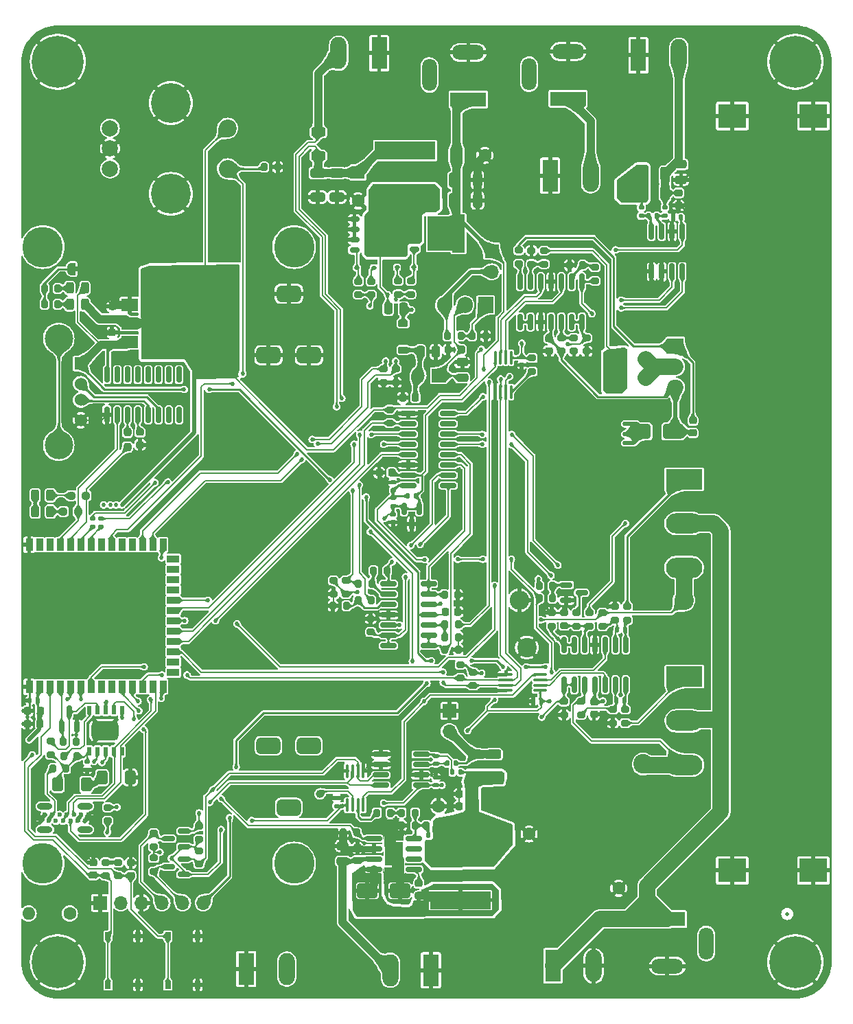
<source format=gbr>
%TF.GenerationSoftware,KiCad,Pcbnew,7.0.8*%
%TF.CreationDate,2023-10-31T22:16:14+02:00*%
%TF.ProjectId,Small_load_V1,536d616c-6c5f-46c6-9f61-645f56312e6b,rev?*%
%TF.SameCoordinates,Original*%
%TF.FileFunction,Copper,L1,Top*%
%TF.FilePolarity,Positive*%
%FSLAX46Y46*%
G04 Gerber Fmt 4.6, Leading zero omitted, Abs format (unit mm)*
G04 Created by KiCad (PCBNEW 7.0.8) date 2023-10-31 22:16:14*
%MOMM*%
%LPD*%
G01*
G04 APERTURE LIST*
G04 Aperture macros list*
%AMRoundRect*
0 Rectangle with rounded corners*
0 $1 Rounding radius*
0 $2 $3 $4 $5 $6 $7 $8 $9 X,Y pos of 4 corners*
0 Add a 4 corners polygon primitive as box body*
4,1,4,$2,$3,$4,$5,$6,$7,$8,$9,$2,$3,0*
0 Add four circle primitives for the rounded corners*
1,1,$1+$1,$2,$3*
1,1,$1+$1,$4,$5*
1,1,$1+$1,$6,$7*
1,1,$1+$1,$8,$9*
0 Add four rect primitives between the rounded corners*
20,1,$1+$1,$2,$3,$4,$5,0*
20,1,$1+$1,$4,$5,$6,$7,0*
20,1,$1+$1,$6,$7,$8,$9,0*
20,1,$1+$1,$8,$9,$2,$3,0*%
%AMHorizOval*
0 Thick line with rounded ends*
0 $1 width*
0 $2 $3 position (X,Y) of the first rounded end (center of the circle)*
0 $4 $5 position (X,Y) of the second rounded end (center of the circle)*
0 Add line between two ends*
20,1,$1,$2,$3,$4,$5,0*
0 Add two circle primitives to create the rounded ends*
1,1,$1,$2,$3*
1,1,$1,$4,$5*%
%AMRotRect*
0 Rectangle, with rotation*
0 The origin of the aperture is its center*
0 $1 length*
0 $2 width*
0 $3 Rotation angle, in degrees counterclockwise*
0 Add horizontal line*
21,1,$1,$2,0,0,$3*%
%AMFreePoly0*
4,1,19,0.500000,-0.750000,0.000000,-0.750000,0.000000,-0.744911,-0.071157,-0.744911,-0.207708,-0.704816,-0.327430,-0.627875,-0.420627,-0.520320,-0.479746,-0.390866,-0.500000,-0.250000,-0.500000,0.250000,-0.479746,0.390866,-0.420627,0.520320,-0.327430,0.627875,-0.207708,0.704816,-0.071157,0.744911,0.000000,0.744911,0.000000,0.750000,0.500000,0.750000,0.500000,-0.750000,0.500000,-0.750000,
$1*%
%AMFreePoly1*
4,1,19,0.000000,0.744911,0.071157,0.744911,0.207708,0.704816,0.327430,0.627875,0.420627,0.520320,0.479746,0.390866,0.500000,0.250000,0.500000,-0.250000,0.479746,-0.390866,0.420627,-0.520320,0.327430,-0.627875,0.207708,-0.704816,0.071157,-0.744911,0.000000,-0.744911,0.000000,-0.750000,-0.500000,-0.750000,-0.500000,0.750000,0.000000,0.750000,0.000000,0.744911,0.000000,0.744911,
$1*%
G04 Aperture macros list end*
%TA.AperFunction,SMDPad,CuDef*%
%ADD10RoundRect,0.200000X-0.275000X0.200000X-0.275000X-0.200000X0.275000X-0.200000X0.275000X0.200000X0*%
%TD*%
%TA.AperFunction,SMDPad,CuDef*%
%ADD11R,0.700000X1.000000*%
%TD*%
%TA.AperFunction,SMDPad,CuDef*%
%ADD12RoundRect,0.112500X-0.187500X-0.112500X0.187500X-0.112500X0.187500X0.112500X-0.187500X0.112500X0*%
%TD*%
%TA.AperFunction,ComponentPad*%
%ADD13R,4.400000X1.800000*%
%TD*%
%TA.AperFunction,ComponentPad*%
%ADD14O,4.000000X1.800000*%
%TD*%
%TA.AperFunction,ComponentPad*%
%ADD15O,1.800000X4.000000*%
%TD*%
%TA.AperFunction,SMDPad,CuDef*%
%ADD16RoundRect,0.250000X-0.650000X0.325000X-0.650000X-0.325000X0.650000X-0.325000X0.650000X0.325000X0*%
%TD*%
%TA.AperFunction,SMDPad,CuDef*%
%ADD17RoundRect,0.150000X0.150000X-0.825000X0.150000X0.825000X-0.150000X0.825000X-0.150000X-0.825000X0*%
%TD*%
%TA.AperFunction,SMDPad,CuDef*%
%ADD18RoundRect,0.225000X0.250000X-0.225000X0.250000X0.225000X-0.250000X0.225000X-0.250000X-0.225000X0*%
%TD*%
%TA.AperFunction,SMDPad,CuDef*%
%ADD19RoundRect,0.200000X0.200000X0.275000X-0.200000X0.275000X-0.200000X-0.275000X0.200000X-0.275000X0*%
%TD*%
%TA.AperFunction,SMDPad,CuDef*%
%ADD20RoundRect,0.135000X-0.185000X0.135000X-0.185000X-0.135000X0.185000X-0.135000X0.185000X0.135000X0*%
%TD*%
%TA.AperFunction,SMDPad,CuDef*%
%ADD21RoundRect,0.200000X-0.200000X-0.275000X0.200000X-0.275000X0.200000X0.275000X-0.200000X0.275000X0*%
%TD*%
%TA.AperFunction,SMDPad,CuDef*%
%ADD22RoundRect,0.243750X0.243750X0.456250X-0.243750X0.456250X-0.243750X-0.456250X0.243750X-0.456250X0*%
%TD*%
%TA.AperFunction,ComponentPad*%
%ADD23R,1.524000X1.524000*%
%TD*%
%TA.AperFunction,ComponentPad*%
%ADD24C,1.524000*%
%TD*%
%TA.AperFunction,ComponentPad*%
%ADD25C,3.500000*%
%TD*%
%TA.AperFunction,ComponentPad*%
%ADD26R,1.700000X1.700000*%
%TD*%
%TA.AperFunction,ComponentPad*%
%ADD27O,1.700000X1.700000*%
%TD*%
%TA.AperFunction,SMDPad,CuDef*%
%ADD28RoundRect,0.600000X1.100000X-0.600000X1.100000X0.600000X-1.100000X0.600000X-1.100000X-0.600000X0*%
%TD*%
%TA.AperFunction,SMDPad,CuDef*%
%ADD29R,0.510000X1.100000*%
%TD*%
%TA.AperFunction,SMDPad,CuDef*%
%ADD30RoundRect,0.225000X0.225000X0.250000X-0.225000X0.250000X-0.225000X-0.250000X0.225000X-0.250000X0*%
%TD*%
%TA.AperFunction,SMDPad,CuDef*%
%ADD31RoundRect,0.200000X0.275000X-0.200000X0.275000X0.200000X-0.275000X0.200000X-0.275000X-0.200000X0*%
%TD*%
%TA.AperFunction,SMDPad,CuDef*%
%ADD32RoundRect,0.140000X0.170000X-0.140000X0.170000X0.140000X-0.170000X0.140000X-0.170000X-0.140000X0*%
%TD*%
%TA.AperFunction,SMDPad,CuDef*%
%ADD33RoundRect,0.140000X-0.170000X0.140000X-0.170000X-0.140000X0.170000X-0.140000X0.170000X0.140000X0*%
%TD*%
%TA.AperFunction,SMDPad,CuDef*%
%ADD34RoundRect,0.225000X-0.250000X0.225000X-0.250000X-0.225000X0.250000X-0.225000X0.250000X0.225000X0*%
%TD*%
%TA.AperFunction,ComponentPad*%
%ADD35C,3.600000*%
%TD*%
%TA.AperFunction,ConnectorPad*%
%ADD36C,6.400000*%
%TD*%
%TA.AperFunction,ComponentPad*%
%ADD37R,1.980000X3.960000*%
%TD*%
%TA.AperFunction,ComponentPad*%
%ADD38O,1.980000X3.960000*%
%TD*%
%TA.AperFunction,SMDPad,CuDef*%
%ADD39RoundRect,0.140000X-0.140000X-0.170000X0.140000X-0.170000X0.140000X0.170000X-0.140000X0.170000X0*%
%TD*%
%TA.AperFunction,SMDPad,CuDef*%
%ADD40R,1.510000X4.710000*%
%TD*%
%TA.AperFunction,SMDPad,CuDef*%
%ADD41R,3.100000X4.210000*%
%TD*%
%TA.AperFunction,SMDPad,CuDef*%
%ADD42RoundRect,0.175000X-0.400000X0.175000X-0.400000X-0.175000X0.400000X-0.175000X0.400000X0.175000X0*%
%TD*%
%TA.AperFunction,SMDPad,CuDef*%
%ADD43RoundRect,0.250000X0.475000X-0.250000X0.475000X0.250000X-0.475000X0.250000X-0.475000X-0.250000X0*%
%TD*%
%TA.AperFunction,ComponentPad*%
%ADD44C,2.000000*%
%TD*%
%TA.AperFunction,ComponentPad*%
%ADD45C,4.920000*%
%TD*%
%TA.AperFunction,ComponentPad*%
%ADD46C,2.200000*%
%TD*%
%TA.AperFunction,ComponentPad*%
%ADD47R,2.000000X1.905000*%
%TD*%
%TA.AperFunction,ComponentPad*%
%ADD48O,2.000000X1.905000*%
%TD*%
%TA.AperFunction,WasherPad*%
%ADD49C,5.000000*%
%TD*%
%TA.AperFunction,SMDPad,CuDef*%
%ADD50RoundRect,0.140000X0.140000X0.170000X-0.140000X0.170000X-0.140000X-0.170000X0.140000X-0.170000X0*%
%TD*%
%TA.AperFunction,ComponentPad*%
%ADD51R,4.500000X2.500000*%
%TD*%
%TA.AperFunction,ComponentPad*%
%ADD52O,4.500000X2.500000*%
%TD*%
%TA.AperFunction,SMDPad,CuDef*%
%ADD53RoundRect,0.135000X-0.135000X-0.185000X0.135000X-0.185000X0.135000X0.185000X-0.135000X0.185000X0*%
%TD*%
%TA.AperFunction,SMDPad,CuDef*%
%ADD54RoundRect,0.237500X0.237500X-0.250000X0.237500X0.250000X-0.237500X0.250000X-0.237500X-0.250000X0*%
%TD*%
%TA.AperFunction,SMDPad,CuDef*%
%ADD55R,7.500000X2.200000*%
%TD*%
%TA.AperFunction,SMDPad,CuDef*%
%ADD56RoundRect,0.243750X-0.243750X-0.456250X0.243750X-0.456250X0.243750X0.456250X-0.243750X0.456250X0*%
%TD*%
%TA.AperFunction,ComponentPad*%
%ADD57R,1.905000X2.000000*%
%TD*%
%TA.AperFunction,ComponentPad*%
%ADD58O,1.905000X2.000000*%
%TD*%
%TA.AperFunction,SMDPad,CuDef*%
%ADD59RoundRect,0.250000X1.000000X0.650000X-1.000000X0.650000X-1.000000X-0.650000X1.000000X-0.650000X0*%
%TD*%
%TA.AperFunction,SMDPad,CuDef*%
%ADD60RoundRect,0.250000X-0.475000X0.250000X-0.475000X-0.250000X0.475000X-0.250000X0.475000X0.250000X0*%
%TD*%
%TA.AperFunction,SMDPad,CuDef*%
%ADD61RoundRect,0.150000X-0.150000X0.587500X-0.150000X-0.587500X0.150000X-0.587500X0.150000X0.587500X0*%
%TD*%
%TA.AperFunction,SMDPad,CuDef*%
%ADD62C,0.500000*%
%TD*%
%TA.AperFunction,SMDPad,CuDef*%
%ADD63RoundRect,0.100000X0.100000X-0.712500X0.100000X0.712500X-0.100000X0.712500X-0.100000X-0.712500X0*%
%TD*%
%TA.AperFunction,SMDPad,CuDef*%
%ADD64RoundRect,0.250000X-0.312500X-0.625000X0.312500X-0.625000X0.312500X0.625000X-0.312500X0.625000X0*%
%TD*%
%TA.AperFunction,SMDPad,CuDef*%
%ADD65RoundRect,0.250000X-0.400000X-0.600000X0.400000X-0.600000X0.400000X0.600000X-0.400000X0.600000X0*%
%TD*%
%TA.AperFunction,SMDPad,CuDef*%
%ADD66RoundRect,0.250000X0.625000X-0.312500X0.625000X0.312500X-0.625000X0.312500X-0.625000X-0.312500X0*%
%TD*%
%TA.AperFunction,SMDPad,CuDef*%
%ADD67RoundRect,0.250000X0.250000X0.475000X-0.250000X0.475000X-0.250000X-0.475000X0.250000X-0.475000X0*%
%TD*%
%TA.AperFunction,SMDPad,CuDef*%
%ADD68RoundRect,0.150000X0.587500X0.150000X-0.587500X0.150000X-0.587500X-0.150000X0.587500X-0.150000X0*%
%TD*%
%TA.AperFunction,SMDPad,CuDef*%
%ADD69RoundRect,0.135000X0.185000X-0.135000X0.185000X0.135000X-0.185000X0.135000X-0.185000X-0.135000X0*%
%TD*%
%TA.AperFunction,SMDPad,CuDef*%
%ADD70RoundRect,0.237500X0.250000X0.237500X-0.250000X0.237500X-0.250000X-0.237500X0.250000X-0.237500X0*%
%TD*%
%TA.AperFunction,SMDPad,CuDef*%
%ADD71RoundRect,0.250000X-0.325000X-0.650000X0.325000X-0.650000X0.325000X0.650000X-0.325000X0.650000X0*%
%TD*%
%TA.AperFunction,SMDPad,CuDef*%
%ADD72RoundRect,0.112500X0.187500X0.112500X-0.187500X0.112500X-0.187500X-0.112500X0.187500X-0.112500X0*%
%TD*%
%TA.AperFunction,SMDPad,CuDef*%
%ADD73RoundRect,0.150000X0.825000X0.150000X-0.825000X0.150000X-0.825000X-0.150000X0.825000X-0.150000X0*%
%TD*%
%TA.AperFunction,SMDPad,CuDef*%
%ADD74RoundRect,0.225000X-0.375000X0.225000X-0.375000X-0.225000X0.375000X-0.225000X0.375000X0.225000X0*%
%TD*%
%TA.AperFunction,ComponentPad*%
%ADD75R,3.500000X3.000000*%
%TD*%
%TA.AperFunction,SMDPad,CuDef*%
%ADD76C,1.000000*%
%TD*%
%TA.AperFunction,SMDPad,CuDef*%
%ADD77RoundRect,0.100000X-0.100000X0.712500X-0.100000X-0.712500X0.100000X-0.712500X0.100000X0.712500X0*%
%TD*%
%TA.AperFunction,SMDPad,CuDef*%
%ADD78R,0.900000X1.500000*%
%TD*%
%TA.AperFunction,SMDPad,CuDef*%
%ADD79R,1.500000X0.900000*%
%TD*%
%TA.AperFunction,SMDPad,CuDef*%
%ADD80R,0.900000X0.900000*%
%TD*%
%TA.AperFunction,ComponentPad*%
%ADD81C,0.600000*%
%TD*%
%TA.AperFunction,ComponentPad*%
%ADD82O,1.900000X0.800000*%
%TD*%
%TA.AperFunction,SMDPad,CuDef*%
%ADD83RoundRect,0.135000X0.135000X0.185000X-0.135000X0.185000X-0.135000X-0.185000X0.135000X-0.185000X0*%
%TD*%
%TA.AperFunction,SMDPad,CuDef*%
%ADD84RoundRect,0.250000X0.312500X0.625000X-0.312500X0.625000X-0.312500X-0.625000X0.312500X-0.625000X0*%
%TD*%
%TA.AperFunction,SMDPad,CuDef*%
%ADD85FreePoly0,180.000000*%
%TD*%
%TA.AperFunction,SMDPad,CuDef*%
%ADD86FreePoly1,180.000000*%
%TD*%
%TA.AperFunction,SMDPad,CuDef*%
%ADD87RoundRect,0.150000X-0.825000X-0.150000X0.825000X-0.150000X0.825000X0.150000X-0.825000X0.150000X0*%
%TD*%
%TA.AperFunction,SMDPad,CuDef*%
%ADD88RoundRect,0.225000X-0.225000X-0.250000X0.225000X-0.250000X0.225000X0.250000X-0.225000X0.250000X0*%
%TD*%
%TA.AperFunction,SMDPad,CuDef*%
%ADD89RoundRect,0.100000X0.712500X0.100000X-0.712500X0.100000X-0.712500X-0.100000X0.712500X-0.100000X0*%
%TD*%
%TA.AperFunction,SMDPad,CuDef*%
%ADD90RoundRect,0.150000X-0.587500X-0.150000X0.587500X-0.150000X0.587500X0.150000X-0.587500X0.150000X0*%
%TD*%
%TA.AperFunction,SMDPad,CuDef*%
%ADD91RoundRect,0.150000X0.150000X-0.587500X0.150000X0.587500X-0.150000X0.587500X-0.150000X-0.587500X0*%
%TD*%
%TA.AperFunction,SMDPad,CuDef*%
%ADD92RoundRect,0.250000X-1.000000X-0.650000X1.000000X-0.650000X1.000000X0.650000X-1.000000X0.650000X0*%
%TD*%
%TA.AperFunction,ComponentPad*%
%ADD93C,0.500000*%
%TD*%
%TA.AperFunction,SMDPad,CuDef*%
%ADD94R,2.290000X3.000000*%
%TD*%
%TA.AperFunction,SMDPad,CuDef*%
%ADD95R,2.000000X1.500000*%
%TD*%
%TA.AperFunction,SMDPad,CuDef*%
%ADD96R,2.000000X3.800000*%
%TD*%
%TA.AperFunction,ComponentPad*%
%ADD97RoundRect,0.500000X1.000000X0.500000X-1.000000X0.500000X-1.000000X-0.500000X1.000000X-0.500000X0*%
%TD*%
%TA.AperFunction,ComponentPad*%
%ADD98RoundRect,0.500000X-1.000000X-0.500000X1.000000X-0.500000X1.000000X0.500000X-1.000000X0.500000X0*%
%TD*%
%TA.AperFunction,ComponentPad*%
%ADD99C,2.400000*%
%TD*%
%TA.AperFunction,ComponentPad*%
%ADD100HorizOval,2.400000X0.000000X0.000000X0.000000X0.000000X0*%
%TD*%
%TA.AperFunction,ComponentPad*%
%ADD101C,1.600000*%
%TD*%
%TA.AperFunction,ComponentPad*%
%ADD102O,1.600000X1.600000*%
%TD*%
%TA.AperFunction,ComponentPad*%
%ADD103RotRect,1.600000X1.600000X135.000000*%
%TD*%
%TA.AperFunction,ComponentPad*%
%ADD104O,2.400000X2.400000*%
%TD*%
%TA.AperFunction,ComponentPad*%
%ADD105R,1.600000X1.600000*%
%TD*%
%TA.AperFunction,ViaPad*%
%ADD106C,0.520000*%
%TD*%
%TA.AperFunction,ViaPad*%
%ADD107C,2.000000*%
%TD*%
%TA.AperFunction,Conductor*%
%ADD108C,0.200000*%
%TD*%
%TA.AperFunction,Conductor*%
%ADD109C,0.250000*%
%TD*%
%TA.AperFunction,Conductor*%
%ADD110C,0.150000*%
%TD*%
%TA.AperFunction,Conductor*%
%ADD111C,1.000000*%
%TD*%
%TA.AperFunction,Conductor*%
%ADD112C,0.500000*%
%TD*%
%TA.AperFunction,Conductor*%
%ADD113C,0.300000*%
%TD*%
%TA.AperFunction,Conductor*%
%ADD114C,0.750000*%
%TD*%
%TA.AperFunction,Conductor*%
%ADD115C,2.000000*%
%TD*%
G04 APERTURE END LIST*
%TA.AperFunction,EtchedComponent*%
%TO.C,JP2*%
G36*
X57600000Y-80850000D02*
G01*
X57100000Y-80850000D01*
X57100000Y-80250000D01*
X57600000Y-80250000D01*
X57600000Y-80850000D01*
G37*
%TD.AperFunction*%
%TD*%
D10*
%TO.P,R18,1*%
%TO.N,SCL1*%
X72425000Y-149225000D03*
%TO.P,R18,2*%
%TO.N,+3V3*%
X72425000Y-150875000D03*
%TD*%
D11*
%TO.P,SW4,1,A*%
%TO.N,GND*%
X64900000Y-162800000D03*
X64900000Y-168800000D03*
%TO.P,SW4,2,B*%
%TO.N,/BOOT*%
X61200000Y-162800000D03*
X61200000Y-168800000D03*
%TD*%
D12*
%TO.P,D2,1,K*%
%TO.N,Net-(D2-K)*%
X96850000Y-80350000D03*
%TO.P,D2,2,A*%
%TO.N,/buck/gate_H1*%
X98950000Y-80350000D03*
%TD*%
D13*
%TO.P,J3,1*%
%TO.N,Net-(J9-Pin_1)*%
X105650000Y-59650000D03*
D14*
%TO.P,J3,2*%
%TO.N,GND*%
X105650000Y-53850000D03*
D15*
%TO.P,J3,3*%
%TO.N,N/C*%
X100850000Y-56650000D03*
%TD*%
D16*
%TO.P,C14,1*%
%TO.N,/buck/buck_out*%
X87050000Y-68725000D03*
%TO.P,C14,2*%
%TO.N,GND*%
X87050000Y-71675000D03*
%TD*%
D17*
%TO.P,U16,1,GND*%
%TO.N,GND*%
X61055000Y-98525000D03*
%TO.P,U16,2,TXD*%
%TO.N,UART0_RX*%
X62325000Y-98525000D03*
%TO.P,U16,3,RXD*%
%TO.N,Net-(U16-RXD)*%
X63595000Y-98525000D03*
%TO.P,U16,4,V3*%
%TO.N,Net-(U16-V3)*%
X64865000Y-98525000D03*
%TO.P,U16,5,UD+*%
%TO.N,DD+*%
X66135000Y-98525000D03*
%TO.P,U16,6,UD-*%
%TO.N,DD-*%
X67405000Y-98525000D03*
%TO.P,U16,7,NC*%
%TO.N,unconnected-(U16-NC-Pad7)*%
X68675000Y-98525000D03*
%TO.P,U16,8,NC*%
%TO.N,unconnected-(U16-NC-Pad8)*%
X69945000Y-98525000D03*
%TO.P,U16,9,~{CTS}*%
%TO.N,unconnected-(U16-~{CTS}-Pad9)*%
X69945000Y-93575000D03*
%TO.P,U16,10,~{DSR}*%
%TO.N,unconnected-(U16-~{DSR}-Pad10)*%
X68675000Y-93575000D03*
%TO.P,U16,11,~{RI}*%
%TO.N,unconnected-(U16-~{RI}-Pad11)*%
X67405000Y-93575000D03*
%TO.P,U16,12,~{DCD}*%
%TO.N,unconnected-(U16-~{DCD}-Pad12)*%
X66135000Y-93575000D03*
%TO.P,U16,13,~{DTR}*%
%TO.N,/~{DTR}*%
X64865000Y-93575000D03*
%TO.P,U16,14,~{RTS}*%
%TO.N,/~{RTS}*%
X63595000Y-93575000D03*
%TO.P,U16,15,R232*%
%TO.N,unconnected-(U16-R232-Pad15)*%
X62325000Y-93575000D03*
%TO.P,U16,16,VCC*%
%TO.N,+5V*%
X61055000Y-93575000D03*
%TD*%
D10*
%TO.P,R24,1*%
%TO.N,Net-(U2C--)*%
X121290000Y-80350000D03*
%TO.P,R24,2*%
%TO.N,Net-(U7-SET)*%
X121290000Y-82000000D03*
%TD*%
%TO.P,R46,1*%
%TO.N,Net-(U2B-+)*%
X117140000Y-89050000D03*
%TO.P,R46,2*%
%TO.N,/LDO_Vcc*%
X117140000Y-90700000D03*
%TD*%
D18*
%TO.P,C39,1*%
%TO.N,Net-(J5-Pin_2)*%
X91950000Y-153450000D03*
%TO.P,C39,2*%
%TO.N,GND*%
X91950000Y-151900000D03*
%TD*%
D19*
%TO.P,R40,1*%
%TO.N,/CELL_CHARGER/V_FB*%
X99075000Y-149150000D03*
%TO.P,R40,2*%
%TO.N,GND*%
X97425000Y-149150000D03*
%TD*%
D20*
%TO.P,R30,1*%
%TO.N,/LDO_Vout*%
X129900000Y-72990000D03*
%TO.P,R30,2*%
%TO.N,Net-(U13-IN-)*%
X129900000Y-74010000D03*
%TD*%
D21*
%TO.P,R64,1*%
%TO.N,/CELL_CHARGER/DAC_cell*%
X94375000Y-147600000D03*
%TO.P,R64,2*%
%TO.N,Net-(R39-Pad2)*%
X96025000Y-147600000D03*
%TD*%
D10*
%TO.P,R83,1*%
%TO.N,Net-(U15-Vbus)*%
X61150000Y-146925000D03*
%TO.P,R83,2*%
%TO.N,Net-(J16-Pin_2)*%
X61150000Y-148575000D03*
%TD*%
D22*
%TO.P,D6,1,K*%
%TO.N,Net-(D6-K)*%
X54087500Y-108450000D03*
%TO.P,D6,2,A*%
%TO.N,+3V3*%
X52212500Y-108450000D03*
%TD*%
D23*
%TO.P,J1,1,VBUS*%
%TO.N,+5V*%
X57827500Y-92200000D03*
D24*
%TO.P,J1,2,D-*%
%TO.N,DD-*%
X57827500Y-94700000D03*
%TO.P,J1,3,D+*%
%TO.N,DD+*%
X57827500Y-96700000D03*
%TO.P,J1,4,GND*%
%TO.N,GND*%
X57827500Y-99200000D03*
D25*
%TO.P,J1,5,Shield*%
%TO.N,unconnected-(J1-Shield-Pad5)*%
X55117500Y-89130000D03*
X55117500Y-102270000D03*
%TD*%
D19*
%TO.P,R61,1*%
%TO.N,GND*%
X107775000Y-88800000D03*
%TO.P,R61,2*%
%TO.N,Net-(U18-ADJ)*%
X106125000Y-88800000D03*
%TD*%
D26*
%TO.P,J15,1,Pin_1*%
%TO.N,GND*%
X103300000Y-135025000D03*
D27*
%TO.P,J15,2,Pin_2*%
%TO.N,Net-(J12-Pin_2)*%
X103300000Y-137565000D03*
%TD*%
D10*
%TO.P,R51,1*%
%TO.N,Net-(Q7-D)*%
X119025000Y-122925000D03*
%TO.P,R51,2*%
%TO.N,Net-(U8D-+)*%
X119025000Y-124575000D03*
%TD*%
D28*
%TO.P,U15,0,GND*%
%TO.N,GND*%
X60850000Y-137475000D03*
D29*
%TO.P,U15,1,Vdd*%
%TO.N,Net-(D9-K)*%
X58910000Y-140015000D03*
%TO.P,U15,2,CFG2*%
%TO.N,/CFG2*%
X59910000Y-140015000D03*
%TO.P,U15,3,CFG3*%
%TO.N,/CFG3*%
X60910000Y-140015000D03*
%TO.P,U15,4,D+*%
%TO.N,D+*%
X61910000Y-140015000D03*
%TO.P,U15,5,D-*%
%TO.N,D-*%
X62910000Y-140015000D03*
%TO.P,U15,6,CC2*%
%TO.N,/CC1*%
X62910000Y-134915000D03*
%TO.P,U15,7,CC1*%
%TO.N,/CC2*%
X61910000Y-134915000D03*
%TO.P,U15,8,Vbus*%
%TO.N,Net-(U15-Vbus)*%
X60910000Y-134915000D03*
%TO.P,U15,9,CFG1*%
%TO.N,/CFG1*%
X59910000Y-134915000D03*
%TO.P,U15,10,PG*%
%TO.N,Net-(U15-PG)*%
X58910000Y-134915000D03*
%TD*%
D30*
%TO.P,C36,1*%
%TO.N,/CELL_CHARGER/Buck_out*%
X106075000Y-145250000D03*
%TO.P,C36,2*%
%TO.N,GND*%
X104525000Y-145250000D03*
%TD*%
D31*
%TO.P,R14,1*%
%TO.N,I2C_SDA*%
X66825000Y-154825000D03*
%TO.P,R14,2*%
%TO.N,+5V*%
X66825000Y-153175000D03*
%TD*%
D17*
%TO.P,U13,1,A1*%
%TO.N,GND*%
X128245000Y-80875000D03*
%TO.P,U13,2,A0*%
X129515000Y-80875000D03*
%TO.P,U13,3,SDA*%
%TO.N,SDA*%
X130785000Y-80875000D03*
%TO.P,U13,4,SCL*%
%TO.N,SCL*%
X132055000Y-80875000D03*
%TO.P,U13,5,VS*%
%TO.N,+3V3*%
X132055000Y-75925000D03*
%TO.P,U13,6,GND*%
%TO.N,GND*%
X130785000Y-75925000D03*
%TO.P,U13,7,IN-*%
%TO.N,Net-(U13-IN-)*%
X129515000Y-75925000D03*
%TO.P,U13,8,IN+*%
%TO.N,Net-(U13-IN+)*%
X128245000Y-75925000D03*
%TD*%
D32*
%TO.P,C19,1*%
%TO.N,GND*%
X112250000Y-92390000D03*
%TO.P,C19,2*%
%TO.N,+3V3*%
X112250000Y-91430000D03*
%TD*%
D20*
%TO.P,R29,1*%
%TO.N,/LT3080_output*%
X127000000Y-72990000D03*
%TO.P,R29,2*%
%TO.N,Net-(U13-IN+)*%
X127000000Y-74010000D03*
%TD*%
D33*
%TO.P,C33,1*%
%TO.N,GND*%
X101650000Y-143220000D03*
%TO.P,C33,2*%
%TO.N,+3V3*%
X101650000Y-144180000D03*
%TD*%
D34*
%TO.P,C15,1*%
%TO.N,/CELL_CHARGER/Boot_cap*%
X99550000Y-156275000D03*
%TO.P,C15,2*%
%TO.N,/CELL_CHARGER/Buck_SW*%
X99550000Y-157825000D03*
%TD*%
D35*
%TO.P,H1,1,1*%
%TO.N,GND*%
X55000000Y-55000000D03*
D36*
X55000000Y-55000000D03*
%TD*%
D30*
%TO.P,C35,1*%
%TO.N,/CELL_CHARGER/Buck_out*%
X106075000Y-146800000D03*
%TO.P,C35,2*%
%TO.N,GND*%
X104525000Y-146800000D03*
%TD*%
D37*
%TO.P,J16,1,Pin_1*%
%TO.N,GND*%
X78250000Y-166850000D03*
D38*
%TO.P,J16,2,Pin_2*%
%TO.N,Net-(J16-Pin_2)*%
X83250000Y-166850000D03*
%TD*%
D39*
%TO.P,C20,1*%
%TO.N,GND*%
X51550000Y-133750000D03*
%TO.P,C20,2*%
%TO.N,+3V3*%
X52510000Y-133750000D03*
%TD*%
D19*
%TO.P,R85,1*%
%TO.N,GND*%
X57275000Y-138825000D03*
%TO.P,R85,2*%
%TO.N,/CFG1_gate*%
X55625000Y-138825000D03*
%TD*%
D18*
%TO.P,C22,1*%
%TO.N,/LDO_Vcc*%
X133350000Y-100775000D03*
%TO.P,C22,2*%
%TO.N,Net-(Q8-G)*%
X133350000Y-99225000D03*
%TD*%
D40*
%TO.P,Q6,1,D*%
%TO.N,/buck/buck_SW_node*%
X97050000Y-76310000D03*
D41*
X94764000Y-76310000D03*
D42*
%TO.P,Q6,2,S*%
%TO.N,GND*%
X91600000Y-74410000D03*
X91600000Y-75680000D03*
X91600000Y-76950000D03*
%TO.P,Q6,3,G*%
%TO.N,/buck/gate_L1*%
X91600000Y-78220000D03*
%TD*%
D43*
%TO.P,C26,1*%
%TO.N,GND*%
X131900000Y-69550000D03*
%TO.P,C26,2*%
%TO.N,/LDO_Vout*%
X131900000Y-67650000D03*
%TD*%
D34*
%TO.P,C34,1*%
%TO.N,/LDO_Vout*%
X131600000Y-71175000D03*
%TO.P,C34,2*%
%TO.N,GND*%
X131600000Y-72725000D03*
%TD*%
D16*
%TO.P,C13,1*%
%TO.N,/buck/buck_out*%
X89450000Y-68725000D03*
%TO.P,C13,2*%
%TO.N,GND*%
X89450000Y-71675000D03*
%TD*%
D44*
%TO.P,SW3,A,A*%
%TO.N,/ENCODER_A*%
X61450000Y-63200000D03*
%TO.P,SW3,B,B*%
%TO.N,/ENCODER_B*%
X61450000Y-68200000D03*
%TO.P,SW3,C,C*%
%TO.N,GND*%
X61450000Y-65700000D03*
D45*
%TO.P,SW3,MH,MH1*%
X68950000Y-60100000D03*
X68950000Y-71300000D03*
D46*
%TO.P,SW3,S1,S1*%
%TO.N,+3V3*%
X75950000Y-63200000D03*
%TO.P,SW3,S2,S2*%
%TO.N,/SW_OUT*%
X75950000Y-68200000D03*
%TD*%
D19*
%TO.P,R31,1*%
%TO.N,GND*%
X82125000Y-68000000D03*
%TO.P,R31,2*%
%TO.N,/SW_OUT*%
X80475000Y-68000000D03*
%TD*%
D21*
%TO.P,R77,1*%
%TO.N,Net-(U19C-+)*%
X92025000Y-121400000D03*
%TO.P,R77,2*%
%TO.N,/buck/buck_out*%
X93675000Y-121400000D03*
%TD*%
D47*
%TO.P,Q8,1,G*%
%TO.N,Net-(Q8-G)*%
X131205000Y-90060000D03*
D48*
%TO.P,Q8,2,D*%
%TO.N,Net-(Q8-D)*%
X131205000Y-92600000D03*
%TO.P,Q8,3,S*%
%TO.N,/LDO_Vcc*%
X131205000Y-95140000D03*
%TD*%
D18*
%TO.P,C6,1*%
%TO.N,/BOOT*%
X59350000Y-155300000D03*
%TO.P,C6,2*%
%TO.N,GND*%
X59350000Y-153750000D03*
%TD*%
D19*
%TO.P,R54,1*%
%TO.N,Net-(Q7-G)*%
X116050000Y-119620000D03*
%TO.P,R54,2*%
%TO.N,/Divider_nmos*%
X114400000Y-119620000D03*
%TD*%
D21*
%TO.P,R82,1*%
%TO.N,Net-(U15-PG)*%
X55725000Y-140600000D03*
%TO.P,R82,2*%
%TO.N,Net-(D9-K)*%
X57375000Y-140600000D03*
%TD*%
D49*
%TO.P,U12,*%
%TO.N,*%
X53150000Y-153850000D03*
X84150000Y-153850000D03*
X53150000Y-77850000D03*
X84150000Y-77850000D03*
%TD*%
D50*
%TO.P,C37,1*%
%TO.N,Net-(C37-Pad1)*%
X124980000Y-125050000D03*
%TO.P,C37,2*%
%TO.N,Net-(U8C--)*%
X124020000Y-125050000D03*
%TD*%
D17*
%TO.P,U8,1*%
%TO.N,/Load_current_main*%
X117440000Y-131825000D03*
%TO.P,U8,2,-*%
X118710000Y-131825000D03*
%TO.P,U8,3,+*%
%TO.N,Net-(Q3-S)*%
X119980000Y-131825000D03*
%TO.P,U8,4,V+*%
%TO.N,+5V*%
X121250000Y-131825000D03*
%TO.P,U8,5,+*%
%TO.N,/DAC1*%
X122520000Y-131825000D03*
%TO.P,U8,6,-*%
%TO.N,Net-(U8B--)*%
X123790000Y-131825000D03*
%TO.P,U8,7*%
%TO.N,Net-(C3-Pad1)*%
X125060000Y-131825000D03*
%TO.P,U8,8*%
%TO.N,Net-(C37-Pad1)*%
X125060000Y-126875000D03*
%TO.P,U8,9,-*%
%TO.N,Net-(U8C--)*%
X123790000Y-126875000D03*
%TO.P,U8,10,+*%
%TO.N,/DAC2*%
X122520000Y-126875000D03*
%TO.P,U8,11,V-*%
%TO.N,GND*%
X121250000Y-126875000D03*
%TO.P,U8,12,+*%
%TO.N,Net-(U8D-+)*%
X119980000Y-126875000D03*
%TO.P,U8,13,-*%
%TO.N,/Load_voltage*%
X118710000Y-126875000D03*
%TO.P,U8,14*%
X117440000Y-126875000D03*
%TD*%
D37*
%TO.P,J7,1,Pin_1*%
%TO.N,GND*%
X126635000Y-54200000D03*
D38*
%TO.P,J7,2,Pin_2*%
%TO.N,/LDO_Vout*%
X131635000Y-54200000D03*
%TD*%
D10*
%TO.P,R65,1*%
%TO.N,GND*%
X93625000Y-123665000D03*
%TO.P,R65,2*%
%TO.N,/Load_current_small*%
X93625000Y-125315000D03*
%TD*%
D51*
%TO.P,Q10,1,G*%
%TO.N,Net-(Q10-G)*%
X132277500Y-106480000D03*
D52*
%TO.P,Q10,2,D*%
%TO.N,LOAD*%
X132277500Y-111930000D03*
%TO.P,Q10,3,S*%
%TO.N,Net-(Q10-S)*%
X132277500Y-117380000D03*
%TD*%
D37*
%TO.P,J8,1,Pin_1*%
%TO.N,LOAD*%
X116100000Y-166450000D03*
D38*
%TO.P,J8,2,Pin_2*%
%TO.N,GND*%
X121100000Y-166450000D03*
%TD*%
D39*
%TO.P,C1,1*%
%TO.N,GND*%
X113670000Y-133850000D03*
%TO.P,C1,2*%
%TO.N,+3V3*%
X114630000Y-133850000D03*
%TD*%
D19*
%TO.P,R39,1*%
%TO.N,/CELL_CHARGER/V_FB*%
X99075000Y-147600000D03*
%TO.P,R39,2*%
%TO.N,Net-(R39-Pad2)*%
X97425000Y-147600000D03*
%TD*%
D31*
%TO.P,R79,1*%
%TO.N,Net-(U10-A0)*%
X113525000Y-93187500D03*
%TO.P,R79,2*%
%TO.N,+3V3*%
X113525000Y-91537500D03*
%TD*%
D53*
%TO.P,R5,1*%
%TO.N,+3V3*%
X98140000Y-108550000D03*
%TO.P,R5,2*%
%TO.N,REF_2v5*%
X99160000Y-108550000D03*
%TD*%
D54*
%TO.P,R56,1*%
%TO.N,UART0_TX*%
X63600000Y-102512500D03*
%TO.P,R56,2*%
%TO.N,Net-(U16-RXD)*%
X63600000Y-100687500D03*
%TD*%
D10*
%TO.P,R12,1*%
%TO.N,Net-(U2B-+)*%
X118690000Y-89050000D03*
%TO.P,R12,2*%
%TO.N,GND*%
X118690000Y-90700000D03*
%TD*%
D31*
%TO.P,R17,1*%
%TO.N,SDA1*%
X72425000Y-153925000D03*
%TO.P,R17,2*%
%TO.N,+3V3*%
X72425000Y-152275000D03*
%TD*%
D55*
%TO.P,L2,1,1*%
%TO.N,/CELL_CHARGER/Buck_SW*%
X104650000Y-158350000D03*
%TO.P,L2,2,2*%
%TO.N,/CELL_CHARGER/Buck_out*%
X104650000Y-152350000D03*
%TD*%
D56*
%TO.P,D11,1,K*%
%TO.N,Net-(D11-K)*%
X56462500Y-82900000D03*
%TO.P,D11,2,A*%
%TO.N,+5V*%
X58337500Y-82900000D03*
%TD*%
D35*
%TO.P,H4,1,1*%
%TO.N,GND*%
X55000000Y-166000000D03*
D36*
X55000000Y-166000000D03*
%TD*%
D17*
%TO.P,U2,1*%
%TO.N,Net-(U2A--)*%
X112040000Y-87075000D03*
%TO.P,U2,2,-*%
X113310000Y-87075000D03*
%TO.P,U2,3,+*%
%TO.N,GND*%
X114580000Y-87075000D03*
%TO.P,U2,4,V+*%
%TO.N,/LDO_Vcc*%
X115850000Y-87075000D03*
%TO.P,U2,5,+*%
%TO.N,Net-(U2B-+)*%
X117120000Y-87075000D03*
%TO.P,U2,6,-*%
%TO.N,/LDO_Vin*%
X118390000Y-87075000D03*
%TO.P,U2,7*%
X119660000Y-87075000D03*
%TO.P,U2,8*%
%TO.N,Net-(U7-SET)*%
X119660000Y-82125000D03*
%TO.P,U2,9,-*%
%TO.N,Net-(U2C--)*%
X118390000Y-82125000D03*
%TO.P,U2,10,+*%
%TO.N,/DAC3*%
X117120000Y-82125000D03*
%TO.P,U2,11,V-*%
%TO.N,GND*%
X115850000Y-82125000D03*
%TO.P,U2,12,+*%
%TO.N,/DAC4*%
X114580000Y-82125000D03*
%TO.P,U2,13,-*%
%TO.N,Net-(U2D--)*%
X113310000Y-82125000D03*
%TO.P,U2,14*%
%TO.N,Net-(R26-Pad2)*%
X112040000Y-82125000D03*
%TD*%
D40*
%TO.P,Q4,1,D*%
%TO.N,Net-(J9-Pin_1)*%
X104450000Y-76190000D03*
D41*
X102164000Y-76190000D03*
D42*
%TO.P,Q4,2,S*%
%TO.N,/buck/buck_SW_node*%
X99000000Y-74290000D03*
X99000000Y-75560000D03*
X99000000Y-76830000D03*
%TO.P,Q4,3,G*%
%TO.N,/buck/gate_H1*%
X99000000Y-78100000D03*
%TD*%
D13*
%TO.P,J4,1*%
%TO.N,LOAD*%
X130200000Y-160700000D03*
D14*
%TO.P,J4,2*%
%TO.N,GND*%
X130200000Y-166500000D03*
D15*
%TO.P,J4,3*%
%TO.N,N/C*%
X135000000Y-163700000D03*
%TD*%
D31*
%TO.P,R9,1*%
%TO.N,/EN*%
X62450000Y-155350000D03*
%TO.P,R9,2*%
%TO.N,+3V3*%
X62450000Y-153700000D03*
%TD*%
D10*
%TO.P,R20,1*%
%TO.N,/buck/gate_H1*%
X98550000Y-82025000D03*
%TO.P,R20,2*%
%TO.N,/buck/HO1*%
X98550000Y-83675000D03*
%TD*%
D51*
%TO.P,Q3,1,G*%
%TO.N,Net-(Q3-G)*%
X132317500Y-130800000D03*
D52*
%TO.P,Q3,2,D*%
%TO.N,LOAD*%
X132317500Y-136250000D03*
%TO.P,Q3,3,S*%
%TO.N,Net-(Q3-S)*%
X132317500Y-141700000D03*
%TD*%
D34*
%TO.P,C23,1*%
%TO.N,Net-(U16-V3)*%
X65150000Y-100675000D03*
%TO.P,C23,2*%
%TO.N,GND*%
X65150000Y-102225000D03*
%TD*%
D57*
%TO.P,U18,1,ADJ*%
%TO.N,Net-(U18-ADJ)*%
X107790000Y-85005000D03*
D58*
%TO.P,U18,2,VO*%
%TO.N,Net-(J13-Pin_1)*%
X105250000Y-85005000D03*
%TO.P,U18,3,VI*%
%TO.N,Net-(J9-Pin_2)*%
X102710000Y-85005000D03*
%TD*%
D34*
%TO.P,C21,1*%
%TO.N,+5V*%
X121150000Y-133925000D03*
%TO.P,C21,2*%
%TO.N,GND*%
X121150000Y-135475000D03*
%TD*%
D30*
%TO.P,C41,1*%
%TO.N,+15V*%
X99125000Y-96450000D03*
%TO.P,C41,2*%
%TO.N,GND*%
X97575000Y-96450000D03*
%TD*%
D19*
%TO.P,R53,1*%
%TO.N,Net-(Q7-G)*%
X116050000Y-121150000D03*
%TO.P,R53,2*%
%TO.N,+3V3*%
X114400000Y-121150000D03*
%TD*%
%TO.P,R66,1*%
%TO.N,GND*%
X104400000Y-127490000D03*
%TO.P,R66,2*%
%TO.N,SMPS_input*%
X102750000Y-127490000D03*
%TD*%
D59*
%TO.P,D4,1,K*%
%TO.N,/LDO_Vcc*%
X130900000Y-100600000D03*
%TO.P,D4,2,A*%
%TO.N,/LT3080_output*%
X126900000Y-100600000D03*
%TD*%
D19*
%TO.P,R78,1*%
%TO.N,SMPS_current*%
X95600000Y-117740000D03*
%TO.P,R78,2*%
%TO.N,Net-(U19C--)*%
X93950000Y-117740000D03*
%TD*%
D21*
%TO.P,R62,1*%
%TO.N,Net-(J9-Pin_2)*%
X103075000Y-88800000D03*
%TO.P,R62,2*%
%TO.N,Net-(U18-ADJ)*%
X104725000Y-88800000D03*
%TD*%
D60*
%TO.P,C40,1*%
%TO.N,GND*%
X90150000Y-151675000D03*
%TO.P,C40,2*%
%TO.N,Net-(J5-Pin_2)*%
X90150000Y-153575000D03*
%TD*%
D61*
%TO.P,U5,1,REF*%
%TO.N,REF_2v5*%
X99610000Y-110102500D03*
%TO.P,U5,2,K*%
X97710000Y-110102500D03*
%TO.P,U5,3,A*%
%TO.N,GND*%
X98660000Y-111977500D03*
%TD*%
D62*
%TO.P,FID2,*%
%TO.N,*%
X145000000Y-160050000D03*
%TD*%
D10*
%TO.P,R43,1*%
%TO.N,GND*%
X115925000Y-122925000D03*
%TO.P,R43,2*%
%TO.N,/Load_voltage*%
X115925000Y-124575000D03*
%TD*%
D33*
%TO.P,C4,1*%
%TO.N,GND*%
X96350000Y-106870000D03*
%TO.P,C4,2*%
%TO.N,+3V3*%
X96350000Y-107830000D03*
%TD*%
D63*
%TO.P,U9,1,VDD*%
%TO.N,+3V3*%
X90725000Y-146662500D03*
%TO.P,U9,2,Vout_A*%
%TO.N,Net-(U9-Vout_A)*%
X91375000Y-146662500D03*
%TO.P,U9,3,Vout_B*%
%TO.N,/CELL_CHARGER/DAC_cell*%
X92025000Y-146662500D03*
%TO.P,U9,4,REF*%
%TO.N,REF_2v5*%
X92675000Y-146662500D03*
%TO.P,U9,5,GND*%
%TO.N,GND*%
X92675000Y-142437500D03*
%TO.P,U9,6,SDA*%
%TO.N,SDA1*%
X92025000Y-142437500D03*
%TO.P,U9,7,SCL*%
%TO.N,SCL1*%
X91375000Y-142437500D03*
%TO.P,U9,8,A0*%
%TO.N,GND*%
X90725000Y-142437500D03*
%TD*%
D64*
%TO.P,R60,1*%
%TO.N,/LT3080_input*%
X124587500Y-93970000D03*
%TO.P,R60,2*%
%TO.N,Net-(Q8-D)*%
X127512500Y-93970000D03*
%TD*%
D30*
%TO.P,C5,1*%
%TO.N,REF_2v5*%
X96200000Y-105650000D03*
%TO.P,C5,2*%
%TO.N,GND*%
X94650000Y-105650000D03*
%TD*%
D65*
%TO.P,D8,1,K*%
%TO.N,Net-(D8-K)*%
X60450000Y-143250000D03*
%TO.P,D8,2,A*%
%TO.N,GND*%
X63950000Y-143250000D03*
%TD*%
D50*
%TO.P,C3,1*%
%TO.N,Net-(C3-Pad1)*%
X124880000Y-133700000D03*
%TO.P,C3,2*%
%TO.N,Net-(U8B--)*%
X123920000Y-133700000D03*
%TD*%
D66*
%TO.P,R48,1*%
%TO.N,/CELL_CHARGER/Buck_out*%
X108830000Y-143312500D03*
%TO.P,R48,2*%
%TO.N,Net-(J12-Pin_2)*%
X108830000Y-140387500D03*
%TD*%
D10*
%TO.P,R26,1*%
%TO.N,Net-(Q8-G)*%
X111890000Y-78250000D03*
%TO.P,R26,2*%
%TO.N,Net-(R26-Pad2)*%
X111890000Y-79900000D03*
%TD*%
D67*
%TO.P,C8,1*%
%TO.N,GND*%
X101650000Y-90750000D03*
%TO.P,C8,2*%
%TO.N,+15V*%
X99750000Y-90750000D03*
%TD*%
D21*
%TO.P,R69,1*%
%TO.N,Net-(U19A-+)*%
X102750000Y-124390000D03*
%TO.P,R69,2*%
%TO.N,Net-(J9-Pin_1)*%
X104400000Y-124390000D03*
%TD*%
D19*
%TO.P,R67,1*%
%TO.N,GND*%
X104350000Y-120740000D03*
%TO.P,R67,2*%
%TO.N,SMPS_output*%
X102700000Y-120740000D03*
%TD*%
D33*
%TO.P,C16,1*%
%TO.N,GND*%
X89400000Y-145790000D03*
%TO.P,C16,2*%
%TO.N,+3V3*%
X89400000Y-146750000D03*
%TD*%
D65*
%TO.P,D9,1,K*%
%TO.N,Net-(D9-K)*%
X55000000Y-144100000D03*
%TO.P,D9,2,A*%
%TO.N,Net-(D8-K)*%
X58500000Y-144100000D03*
%TD*%
D19*
%TO.P,R68,1*%
%TO.N,GND*%
X104400000Y-125940000D03*
%TO.P,R68,2*%
%TO.N,Net-(U19A-+)*%
X102750000Y-125940000D03*
%TD*%
D68*
%TO.P,Q1,1,G*%
%TO.N,+3V3*%
X70550000Y-155200000D03*
%TO.P,Q1,2,S*%
%TO.N,SDA1*%
X70550000Y-153300000D03*
%TO.P,Q1,3,D*%
%TO.N,I2C_SDA*%
X68675000Y-154250000D03*
%TD*%
D31*
%TO.P,R27,1*%
%TO.N,Net-(Q3-G)*%
X125000000Y-136525000D03*
%TO.P,R27,2*%
%TO.N,Net-(C3-Pad1)*%
X125000000Y-134875000D03*
%TD*%
D39*
%TO.P,C17,1*%
%TO.N,Net-(U13-IN+)*%
X127920000Y-74000000D03*
%TO.P,C17,2*%
%TO.N,Net-(U13-IN-)*%
X128880000Y-74000000D03*
%TD*%
D32*
%TO.P,C2,1*%
%TO.N,GND*%
X96350000Y-111780000D03*
%TO.P,C2,2*%
%TO.N,REF_2v5*%
X96350000Y-110820000D03*
%TD*%
D37*
%TO.P,J11,1,Pin_1*%
%TO.N,GND*%
X115735000Y-69050000D03*
D38*
%TO.P,J11,2,Pin_2*%
%TO.N,/LDO_Vcc*%
X120735000Y-69050000D03*
%TD*%
D55*
%TO.P,L1,1,1*%
%TO.N,/buck/buck_SW_node*%
X97850000Y-71950000D03*
%TO.P,L1,2,2*%
%TO.N,/buck/buck_out*%
X97850000Y-65950000D03*
%TD*%
D69*
%TO.P,R35,1*%
%TO.N,Net-(U3-MTDI{slash}GPIO41{slash}CLK_OUT1)*%
X60350000Y-112360000D03*
%TO.P,R35,2*%
%TO.N,/ENCODER_A*%
X60350000Y-111340000D03*
%TD*%
D31*
%TO.P,R75,1*%
%TO.N,GND*%
X95200000Y-94525000D03*
%TO.P,R75,2*%
%TO.N,/Driver_Low_gate*%
X95200000Y-92875000D03*
%TD*%
D69*
%TO.P,R80,1*%
%TO.N,Net-(U3-MTMS{slash}GPIO42)*%
X59300000Y-112360000D03*
%TO.P,R80,2*%
%TO.N,/ENCODER_B*%
X59300000Y-111340000D03*
%TD*%
D70*
%TO.P,R57,1*%
%TO.N,UART0_RX*%
X57512500Y-110450000D03*
%TO.P,R57,2*%
%TO.N,Net-(D5-K)*%
X55687500Y-110450000D03*
%TD*%
D31*
%TO.P,R19,1*%
%TO.N,/buck/HO1*%
X97000000Y-83675000D03*
%TO.P,R19,2*%
%TO.N,Net-(D2-K)*%
X97000000Y-82025000D03*
%TD*%
D66*
%TO.P,R45,1*%
%TO.N,/CELL_CHARGER/Buck_out*%
X106500000Y-143312500D03*
%TO.P,R45,2*%
%TO.N,Net-(J12-Pin_2)*%
X106500000Y-140387500D03*
%TD*%
D71*
%TO.P,C9,1*%
%TO.N,Net-(J9-Pin_1)*%
X103825000Y-69600000D03*
%TO.P,C9,2*%
%TO.N,GND*%
X106775000Y-69600000D03*
%TD*%
D11*
%TO.P,SW1,1,A*%
%TO.N,GND*%
X72272500Y-162805000D03*
X72272500Y-168805000D03*
%TO.P,SW1,2,B*%
%TO.N,/EN*%
X68572500Y-162805000D03*
X68572500Y-168805000D03*
%TD*%
D72*
%TO.P,D3,1,K*%
%TO.N,Net-(D3-K)*%
X94000000Y-80400000D03*
%TO.P,D3,2,A*%
%TO.N,/buck/gate_L1*%
X91900000Y-80400000D03*
%TD*%
D73*
%TO.P,U19,1*%
%TO.N,SMPS_input*%
X100750000Y-127000000D03*
%TO.P,U19,2,-*%
X100750000Y-125730000D03*
%TO.P,U19,3,+*%
%TO.N,Net-(U19A-+)*%
X100750000Y-124460000D03*
%TO.P,U19,4,V+*%
%TO.N,+5V*%
X100750000Y-123190000D03*
%TO.P,U19,5,+*%
%TO.N,Net-(U19B-+)*%
X100750000Y-121920000D03*
%TO.P,U19,6,-*%
%TO.N,SMPS_output*%
X100750000Y-120650000D03*
%TO.P,U19,7*%
X100750000Y-119380000D03*
%TO.P,U19,8*%
%TO.N,SMPS_current*%
X95800000Y-119380000D03*
%TO.P,U19,9,-*%
%TO.N,Net-(U19C--)*%
X95800000Y-120650000D03*
%TO.P,U19,10,+*%
%TO.N,Net-(U19C-+)*%
X95800000Y-121920000D03*
%TO.P,U19,11,V-*%
%TO.N,GND*%
X95800000Y-123190000D03*
%TO.P,U19,12,+*%
%TO.N,Net-(Q10-S)*%
X95800000Y-124460000D03*
%TO.P,U19,13,-*%
%TO.N,/Load_current_small*%
X95800000Y-125730000D03*
%TO.P,U19,14*%
X95800000Y-127000000D03*
%TD*%
D21*
%TO.P,R74,1*%
%TO.N,GND*%
X88950000Y-122090000D03*
%TO.P,R74,2*%
%TO.N,Net-(U19C-+)*%
X90600000Y-122090000D03*
%TD*%
D64*
%TO.P,R25,1*%
%TO.N,/LT3080_input*%
X124587500Y-91650000D03*
%TO.P,R25,2*%
%TO.N,Net-(Q8-D)*%
X127512500Y-91650000D03*
%TD*%
D74*
%TO.P,D1,1,K*%
%TO.N,/buck/HB1*%
X97600000Y-87250000D03*
%TO.P,D1,2,A*%
%TO.N,+15V*%
X97600000Y-90550000D03*
%TD*%
D70*
%TO.P,R58,1*%
%TO.N,UART0_TX*%
X58462500Y-108500000D03*
%TO.P,R58,2*%
%TO.N,Net-(D6-K)*%
X56637500Y-108500000D03*
%TD*%
D19*
%TO.P,R8,1*%
%TO.N,Net-(D11-K)*%
X54995000Y-82945000D03*
%TO.P,R8,2*%
%TO.N,Net-(JP2-B)*%
X53345000Y-82945000D03*
%TD*%
D30*
%TO.P,C30,1*%
%TO.N,+3V3*%
X52805000Y-136600000D03*
%TO.P,C30,2*%
%TO.N,GND*%
X51255000Y-136600000D03*
%TD*%
D75*
%TO.P,HS1,1*%
%TO.N,GND*%
X138217500Y-154700000D03*
X148217500Y-154700000D03*
%TO.P,HS1,2*%
X138217500Y-61700000D03*
X148217500Y-61700000D03*
%TD*%
D31*
%TO.P,R70,1*%
%TO.N,GND*%
X89025000Y-120615000D03*
%TO.P,R70,2*%
%TO.N,Net-(U19B-+)*%
X89025000Y-118965000D03*
%TD*%
D76*
%TO.P,TP1,1,1*%
%TO.N,Net-(U9-Vout_A)*%
X87350000Y-145250000D03*
%TD*%
D21*
%TO.P,R84,1*%
%TO.N,Net-(J16-Pin_2)*%
X54375000Y-142150000D03*
%TO.P,R84,2*%
%TO.N,Net-(D9-K)*%
X56025000Y-142150000D03*
%TD*%
D66*
%TO.P,R73,1*%
%TO.N,/buck/buck_out*%
X87150000Y-66612500D03*
%TO.P,R73,2*%
%TO.N,Net-(J6-Pin_2)*%
X87150000Y-63687500D03*
%TD*%
D18*
%TO.P,C7,1*%
%TO.N,/EN*%
X64000000Y-155325000D03*
%TO.P,C7,2*%
%TO.N,GND*%
X64000000Y-153775000D03*
%TD*%
D77*
%TO.P,U10,1,VDD*%
%TO.N,+3V3*%
X110925000Y-91487500D03*
%TO.P,U10,2,Vout_A*%
%TO.N,/DAC3*%
X110275000Y-91487500D03*
%TO.P,U10,3,Vout_B*%
%TO.N,/DAC4*%
X109625000Y-91487500D03*
%TO.P,U10,4,REF*%
%TO.N,REF_2v5*%
X108975000Y-91487500D03*
%TO.P,U10,5,GND*%
%TO.N,GND*%
X108975000Y-95712500D03*
%TO.P,U10,6,SDA*%
%TO.N,SDA*%
X109625000Y-95712500D03*
%TO.P,U10,7,SCL*%
%TO.N,SCL*%
X110275000Y-95712500D03*
%TO.P,U10,8,A0*%
%TO.N,Net-(U10-A0)*%
X110925000Y-95712500D03*
%TD*%
D18*
%TO.P,C25,1*%
%TO.N,+3V3*%
X61750000Y-86725000D03*
%TO.P,C25,2*%
%TO.N,GND*%
X61750000Y-85175000D03*
%TD*%
D31*
%TO.P,R1,1*%
%TO.N,GND*%
X123500000Y-136525000D03*
%TO.P,R1,2*%
%TO.N,Net-(U8B--)*%
X123500000Y-134875000D03*
%TD*%
%TO.P,R41,1*%
%TO.N,SCL*%
X106200000Y-131925000D03*
%TO.P,R41,2*%
%TO.N,+3V3*%
X106200000Y-130275000D03*
%TD*%
D37*
%TO.P,J5,1,Pin_1*%
%TO.N,GND*%
X101030000Y-167000000D03*
D38*
%TO.P,J5,2,Pin_2*%
%TO.N,Net-(J5-Pin_2)*%
X96030000Y-167000000D03*
%TD*%
D78*
%TO.P,U3,1,GND*%
%TO.N,GND*%
X51470000Y-132050000D03*
%TO.P,U3,2,3V3*%
%TO.N,+3V3*%
X52740000Y-132050000D03*
%TO.P,U3,3,EN*%
%TO.N,/EN*%
X54010000Y-132050000D03*
%TO.P,U3,4,GPIO4/TOUCH4/ADC1_CH3*%
%TO.N,/CFG1_gate*%
X55280000Y-132050000D03*
%TO.P,U3,5,GPIO5/TOUCH5/ADC1_CH4*%
%TO.N,/CFG2*%
X56550000Y-132050000D03*
%TO.P,U3,6,GPIO6/TOUCH6/ADC1_CH5*%
%TO.N,/CFG3*%
X57820000Y-132050000D03*
%TO.P,U3,7,GPIO7/TOUCH7/ADC1_CH6*%
%TO.N,/BUCK_EN*%
X59090000Y-132050000D03*
%TO.P,U3,8,GPIO15/U0RTS/ADC2_CH4/XTAL_32K_P*%
%TO.N,unconnected-(U3-GPIO15{slash}U0RTS{slash}ADC2_CH4{slash}XTAL_32K_P-Pad8)*%
X60360000Y-132050000D03*
%TO.P,U3,9,GPIO16/U0CTS/ADC2_CH5/XTAL_32K_N*%
%TO.N,unconnected-(U3-GPIO16{slash}U0CTS{slash}ADC2_CH5{slash}XTAL_32K_N-Pad9)*%
X61630000Y-132050000D03*
%TO.P,U3,10,GPIO17/U1TXD/ADC2_CH6*%
%TO.N,SCL1*%
X62900000Y-132050000D03*
%TO.P,U3,11,GPIO18/U1RXD/ADC2_CH7/CLK_OUT3*%
%TO.N,SDA1*%
X64170000Y-132050000D03*
%TO.P,U3,12,GPIO8/TOUCH8/ADC1_CH7/SUBSPICS1*%
%TO.N,SDA*%
X65440000Y-132050000D03*
%TO.P,U3,13,GPIO19/U1RTS/ADC2_CH8/CLK_OUT2/USB_D-*%
%TO.N,D-*%
X66710000Y-132050000D03*
%TO.P,U3,14,GPIO20/U1CTS/ADC2_CH9/CLK_OUT1/USB_D+*%
%TO.N,D+*%
X67980000Y-132050000D03*
D79*
%TO.P,U3,15,GPIO3/TOUCH3/ADC1_CH2*%
%TO.N,unconnected-(U3-GPIO3{slash}TOUCH3{slash}ADC1_CH2-Pad15)*%
X69230000Y-130285000D03*
%TO.P,U3,16,GPIO46*%
%TO.N,unconnected-(U3-GPIO46-Pad16)*%
X69230000Y-129015000D03*
%TO.P,U3,17,GPIO9/TOUCH9/ADC1_CH8/FSPIHD/SUBSPIHD*%
%TO.N,SCL*%
X69230000Y-127745000D03*
%TO.P,U3,18,GPIO10/TOUCH10/ADC1_CH9/FSPICS0/FSPIIO4/SUBSPICS0*%
%TO.N,SPI_SS1*%
X69230000Y-126475000D03*
%TO.P,U3,19,GPIO11/TOUCH11/ADC2_CH0/FSPID/FSPIIO5/SUBSPID*%
%TO.N,SPI_MOSI*%
X69230000Y-125205000D03*
%TO.P,U3,20,GPIO12/TOUCH12/ADC2_CH1/FSPICLK/FSPIIO6/SUBSPICLK*%
%TO.N,SPI_clk*%
X69230000Y-123935000D03*
%TO.P,U3,21,GPIO13/TOUCH13/ADC2_CH2/FSPIQ/FSPIIO7/SUBSPIQ*%
%TO.N,SPI_MISO*%
X69230000Y-122665000D03*
%TO.P,U3,22,GPIO14/TOUCH14/ADC2_CH3/FSPIWP/FSPIDQS/SUBSPIWP*%
%TO.N,/Divider_nmos*%
X69230000Y-121395000D03*
%TO.P,U3,23,GPIO21*%
%TO.N,unconnected-(U3-GPIO21-Pad23)*%
X69230000Y-120125000D03*
%TO.P,U3,24,GPIO47/SPICLK_P/SUBSPICLK_P_DIFF*%
%TO.N,unconnected-(U3-GPIO47{slash}SPICLK_P{slash}SUBSPICLK_P_DIFF-Pad24)*%
X69230000Y-118855000D03*
%TO.P,U3,25,GPIO48/SPICLK_N/SUBSPICLK_N_DIFF*%
%TO.N,unconnected-(U3-GPIO48{slash}SPICLK_N{slash}SUBSPICLK_N_DIFF-Pad25)*%
X69230000Y-117585000D03*
%TO.P,U3,26,GPIO45*%
%TO.N,unconnected-(U3-GPIO45-Pad26)*%
X69230000Y-116315000D03*
D78*
%TO.P,U3,27,GPIO0/BOOT*%
%TO.N,/BOOT*%
X67980000Y-114550000D03*
%TO.P,U3,28,SPIIO6/GPIO35/FSPID/SUBSPID*%
%TO.N,/Driver_High_gate*%
X66710000Y-114550000D03*
%TO.P,U3,29,SPIIO7/GPIO36/FSPICLK/SUBSPICLK*%
%TO.N,/Driver_Low_gate*%
X65440000Y-114550000D03*
%TO.P,U3,30,SPIDQS/GPIO37/FSPIQ/SUBSPIQ*%
%TO.N,unconnected-(U3-SPIDQS{slash}GPIO37{slash}FSPIQ{slash}SUBSPIQ-Pad30)*%
X64170000Y-114550000D03*
%TO.P,U3,31,GPIO38/FSPIWP/SUBSPIWP*%
%TO.N,unconnected-(U3-GPIO38{slash}FSPIWP{slash}SUBSPIWP-Pad31)*%
X62900000Y-114550000D03*
%TO.P,U3,32,MTCK/GPIO39/CLK_OUT3/SUBSPICS1*%
%TO.N,/SW_OUT*%
X61630000Y-114550000D03*
%TO.P,U3,33,MTDO/GPIO40/CLK_OUT2*%
%TO.N,unconnected-(U3-MTDO{slash}GPIO40{slash}CLK_OUT2-Pad33)*%
X60360000Y-114550000D03*
%TO.P,U3,34,MTDI/GPIO41/CLK_OUT1*%
%TO.N,Net-(U3-MTDI{slash}GPIO41{slash}CLK_OUT1)*%
X59090000Y-114550000D03*
%TO.P,U3,35,MTMS/GPIO42*%
%TO.N,Net-(U3-MTMS{slash}GPIO42)*%
X57820000Y-114550000D03*
%TO.P,U3,36,U0RXD/GPIO44/CLK_OUT2*%
%TO.N,UART0_TX*%
X56550000Y-114550000D03*
%TO.P,U3,37,U0TXD/GPIO43/CLK_OUT1*%
%TO.N,UART0_RX*%
X55280000Y-114550000D03*
%TO.P,U3,38,GPIO2/TOUCH2/ADC1_CH1*%
%TO.N,unconnected-(U3-GPIO2{slash}TOUCH2{slash}ADC1_CH1-Pad38)*%
X54010000Y-114550000D03*
%TO.P,U3,39,GPIO1/TOUCH1/ADC1_CH0*%
%TO.N,unconnected-(U3-GPIO1{slash}TOUCH1{slash}ADC1_CH0-Pad39)*%
X52740000Y-114550000D03*
%TO.P,U3,40,GND*%
%TO.N,GND*%
X51470000Y-114550000D03*
D80*
%TO.P,U3,41,GND*%
X57790000Y-126200000D03*
X59190000Y-126200000D03*
X60590000Y-126200000D03*
X60590000Y-126200000D03*
X57790000Y-124800000D03*
X57790000Y-124800000D03*
X59190000Y-124800000D03*
X60590000Y-124800000D03*
X57790000Y-123400000D03*
X59190000Y-123400000D03*
X60590000Y-123400000D03*
%TD*%
D35*
%TO.P,H3,1,1*%
%TO.N,GND*%
X146000000Y-166000000D03*
D36*
X146000000Y-166000000D03*
%TD*%
D68*
%TO.P,Q2,1,G*%
%TO.N,+3V3*%
X70550000Y-151750000D03*
%TO.P,Q2,2,S*%
%TO.N,SCL1*%
X70550000Y-149850000D03*
%TO.P,Q2,3,D*%
%TO.N,I2C_CLK*%
X68675000Y-150800000D03*
%TD*%
D31*
%TO.P,R42,1*%
%TO.N,GND*%
X117450000Y-135525000D03*
%TO.P,R42,2*%
%TO.N,/Load_current_main*%
X117450000Y-133875000D03*
%TD*%
D69*
%TO.P,R4,1*%
%TO.N,REF_2v5*%
X96350000Y-109760000D03*
%TO.P,R4,2*%
%TO.N,+3V3*%
X96350000Y-108740000D03*
%TD*%
D10*
%TO.P,R52,1*%
%TO.N,GND*%
X117475000Y-122900000D03*
%TO.P,R52,2*%
%TO.N,Net-(U8D-+)*%
X117475000Y-124550000D03*
%TD*%
D19*
%TO.P,R11,1*%
%TO.N,Net-(U2C--)*%
X119765000Y-80075000D03*
%TO.P,R11,2*%
%TO.N,GND*%
X118115000Y-80075000D03*
%TD*%
D73*
%TO.P,U4,1,CH0*%
%TO.N,/Load_current_small*%
X103175000Y-107245000D03*
%TO.P,U4,2,CH1*%
%TO.N,SMPS_current*%
X103175000Y-105975000D03*
%TO.P,U4,3,CH2*%
%TO.N,SMPS_output*%
X103175000Y-104705000D03*
%TO.P,U4,4,CH3*%
%TO.N,SMPS_input*%
X103175000Y-103435000D03*
%TO.P,U4,5,CH4*%
%TO.N,/Load_current_main*%
X103175000Y-102165000D03*
%TO.P,U4,6,CH5*%
%TO.N,/Load_voltage*%
X103175000Y-100895000D03*
%TO.P,U4,7,CH6*%
%TO.N,unconnected-(U4-CH6-Pad7)*%
X103175000Y-99625000D03*
%TO.P,U4,8,CH7*%
%TO.N,/LDO_Vin*%
X103175000Y-98355000D03*
%TO.P,U4,9,DGND*%
%TO.N,GND*%
X98225000Y-98355000D03*
%TO.P,U4,10,~{CS}/SHDN*%
%TO.N,SPI_SS1*%
X98225000Y-99625000D03*
%TO.P,U4,11,Din*%
%TO.N,SPI_MOSI*%
X98225000Y-100895000D03*
%TO.P,U4,12,Dout*%
%TO.N,SPI_MISO*%
X98225000Y-102165000D03*
%TO.P,U4,13,CLK*%
%TO.N,SPI_clk*%
X98225000Y-103435000D03*
%TO.P,U4,14,AGND*%
%TO.N,GND*%
X98225000Y-104705000D03*
%TO.P,U4,15,Vref*%
%TO.N,REF_2v5*%
X98225000Y-105975000D03*
%TO.P,U4,16,Vdd*%
%TO.N,+3V3*%
X98225000Y-107245000D03*
%TD*%
D37*
%TO.P,J6,1,Pin_1*%
%TO.N,GND*%
X94650000Y-53950000D03*
D38*
%TO.P,J6,2,Pin_2*%
%TO.N,Net-(J6-Pin_2)*%
X89650000Y-53950000D03*
%TD*%
D81*
%TO.P,J14,A1,GND*%
%TO.N,GND*%
X53400000Y-147830000D03*
%TO.P,J14,A4,VBUS*%
%TO.N,Net-(J16-Pin_2)*%
X54300000Y-147830000D03*
%TO.P,J14,A5,CC1*%
%TO.N,/CC1*%
X55200000Y-147830000D03*
%TO.P,J14,A6,D+*%
%TO.N,D+*%
X56100000Y-147830000D03*
%TO.P,J14,A7,D-*%
%TO.N,D-*%
X57000000Y-147830000D03*
%TO.P,J14,A9,VBUS*%
%TO.N,Net-(J16-Pin_2)*%
X57900000Y-147830000D03*
%TO.P,J14,A12,GND*%
%TO.N,GND*%
X58800000Y-147830000D03*
%TO.P,J14,B1,GND*%
X58350000Y-148610000D03*
%TO.P,J14,B4,VBUS*%
%TO.N,Net-(J16-Pin_2)*%
X57450000Y-148610000D03*
%TO.P,J14,B5,CC2*%
%TO.N,/CC2*%
X56550000Y-148610000D03*
%TO.P,J14,B6,D+*%
%TO.N,D+*%
X55650000Y-148610000D03*
%TO.P,J14,B7,D-*%
%TO.N,D-*%
X54750000Y-148610000D03*
%TO.P,J14,B9,VBUS*%
%TO.N,Net-(J16-Pin_2)*%
X53850000Y-148610000D03*
%TO.P,J14,B12,GND*%
%TO.N,GND*%
X52950000Y-148610000D03*
D82*
%TO.P,J14,MH*%
%TO.N,N/C*%
X58350000Y-146790000D03*
X53400000Y-146790000D03*
X58350000Y-149650000D03*
X53400000Y-149650000D03*
%TD*%
D31*
%TO.P,R36,1*%
%TO.N,SDA*%
X104650000Y-130975000D03*
%TO.P,R36,2*%
%TO.N,+3V3*%
X104650000Y-129325000D03*
%TD*%
D10*
%TO.P,R81,1*%
%TO.N,/CFG1*%
X54100000Y-138775000D03*
%TO.P,R81,2*%
%TO.N,Net-(D9-K)*%
X54100000Y-140425000D03*
%TD*%
D21*
%TO.P,R38,1*%
%TO.N,/CELL_CHARGER/V_FB*%
X100475000Y-149150000D03*
%TO.P,R38,2*%
%TO.N,/CELL_CHARGER/Buck_out*%
X102125000Y-149150000D03*
%TD*%
D31*
%TO.P,R21,1*%
%TO.N,/buck/LO1*%
X92100000Y-83725000D03*
%TO.P,R21,2*%
%TO.N,/buck/gate_L1*%
X92100000Y-82075000D03*
%TD*%
D34*
%TO.P,C11,1*%
%TO.N,/LDO_Vcc*%
X115590000Y-89100000D03*
%TO.P,C11,2*%
%TO.N,GND*%
X115590000Y-90650000D03*
%TD*%
D83*
%TO.P,R49,1*%
%TO.N,/CELL_CHARGER/Buck_out*%
X104710000Y-142600000D03*
%TO.P,R49,2*%
%TO.N,Net-(U14-IN+)*%
X103690000Y-142600000D03*
%TD*%
D26*
%TO.P,J13,1,Pin_1*%
%TO.N,Net-(J13-Pin_1)*%
X101975000Y-93700000D03*
D27*
%TO.P,J13,2,Pin_2*%
%TO.N,+15V*%
X99435000Y-93700000D03*
%TD*%
D84*
%TO.P,R28,1*%
%TO.N,/LDO_Vout*%
X129925000Y-71200000D03*
%TO.P,R28,2*%
%TO.N,/LT3080_output*%
X127000000Y-71200000D03*
%TD*%
D10*
%TO.P,R23,1*%
%TO.N,Net-(D3-K)*%
X93650000Y-82075000D03*
%TO.P,R23,2*%
%TO.N,/buck/LO1*%
X93650000Y-83725000D03*
%TD*%
D85*
%TO.P,JP2,1,A*%
%TO.N,GND*%
X58000000Y-80550000D03*
D86*
%TO.P,JP2,2,B*%
%TO.N,Net-(JP2-B)*%
X56700000Y-80550000D03*
%TD*%
D26*
%TO.P,J9,1,Pin_1*%
%TO.N,Net-(J9-Pin_1)*%
X108550000Y-78360000D03*
D27*
%TO.P,J9,2,Pin_2*%
%TO.N,Net-(J9-Pin_2)*%
X108550000Y-80900000D03*
%TD*%
D56*
%TO.P,D12,1,K*%
%TO.N,Net-(D12-K)*%
X56462500Y-84895000D03*
%TO.P,D12,2,A*%
%TO.N,+3V3*%
X58337500Y-84895000D03*
%TD*%
D19*
%TO.P,R71,1*%
%TO.N,Net-(U19C--)*%
X93750000Y-119340000D03*
%TO.P,R71,2*%
%TO.N,Net-(J6-Pin_2)*%
X92100000Y-119340000D03*
%TD*%
D10*
%TO.P,R7,1*%
%TO.N,GND*%
X123700000Y-122175000D03*
%TO.P,R7,2*%
%TO.N,Net-(U8C--)*%
X123700000Y-123825000D03*
%TD*%
D83*
%TO.P,R50,1*%
%TO.N,Net-(J12-Pin_2)*%
X104060000Y-141500000D03*
%TO.P,R50,2*%
%TO.N,Net-(U14-IN-)*%
X103040000Y-141500000D03*
%TD*%
D67*
%TO.P,C12,1*%
%TO.N,/buck/HB1*%
X97650000Y-85450000D03*
%TO.P,C12,2*%
%TO.N,/buck/buck_SW_node*%
X95750000Y-85450000D03*
%TD*%
D31*
%TO.P,R55,1*%
%TO.N,GND*%
X120240000Y-90700000D03*
%TO.P,R55,2*%
%TO.N,/LDO_Vin*%
X120240000Y-89050000D03*
%TD*%
D87*
%TO.P,U14,1,A1*%
%TO.N,GND*%
X94875000Y-140395000D03*
%TO.P,U14,2,A0*%
X94875000Y-141665000D03*
%TO.P,U14,3,SDA*%
%TO.N,SDA1*%
X94875000Y-142935000D03*
%TO.P,U14,4,SCL*%
%TO.N,SCL1*%
X94875000Y-144205000D03*
%TO.P,U14,5,VS*%
%TO.N,+3V3*%
X99825000Y-144205000D03*
%TO.P,U14,6,GND*%
%TO.N,GND*%
X99825000Y-142935000D03*
%TO.P,U14,7,IN-*%
%TO.N,Net-(U14-IN-)*%
X99825000Y-141665000D03*
%TO.P,U14,8,IN+*%
%TO.N,Net-(U14-IN+)*%
X99825000Y-140395000D03*
%TD*%
D19*
%TO.P,R10,1*%
%TO.N,Net-(D12-K)*%
X54995000Y-84895000D03*
%TO.P,R10,2*%
%TO.N,Net-(JP2-B)*%
X53345000Y-84895000D03*
%TD*%
D31*
%TO.P,R44,1*%
%TO.N,Net-(U8D-+)*%
X120575000Y-124575000D03*
%TO.P,R44,2*%
%TO.N,LOAD*%
X120575000Y-122925000D03*
%TD*%
D18*
%TO.P,C24,1*%
%TO.N,+5V*%
X61700000Y-89925000D03*
%TO.P,C24,2*%
%TO.N,GND*%
X61700000Y-88375000D03*
%TD*%
D26*
%TO.P,J2,1,Pin_1*%
%TO.N,GND*%
X60250000Y-158700000D03*
D27*
%TO.P,J2,2,Pin_2*%
%TO.N,Net-(J2-Pin_2)*%
X62790000Y-158700000D03*
%TO.P,J2,3,Pin_3*%
%TO.N,GND*%
X65330000Y-158700000D03*
%TO.P,J2,4,Pin_4*%
%TO.N,I2C_CLK*%
X67870000Y-158700000D03*
%TO.P,J2,5,Pin_5*%
%TO.N,I2C_SDA*%
X70410000Y-158700000D03*
%TO.P,J2,6,Pin_6*%
%TO.N,+5V*%
X72950000Y-158700000D03*
%TD*%
D88*
%TO.P,C45,1*%
%TO.N,+5V*%
X102800000Y-122840000D03*
%TO.P,C45,2*%
%TO.N,GND*%
X104350000Y-122840000D03*
%TD*%
D10*
%TO.P,R2,1*%
%TO.N,Net-(Q10-S)*%
X122200000Y-122925000D03*
%TO.P,R2,2*%
%TO.N,Net-(U8C--)*%
X122200000Y-124575000D03*
%TD*%
D89*
%TO.P,U1,1,VDD*%
%TO.N,+3V3*%
X114512500Y-132525000D03*
%TO.P,U1,2,Vout_A*%
%TO.N,/DAC1*%
X114512500Y-131875000D03*
%TO.P,U1,3,Vout_B*%
%TO.N,/DAC2*%
X114512500Y-131225000D03*
%TO.P,U1,4,REF*%
%TO.N,REF_2v5*%
X114512500Y-130575000D03*
%TO.P,U1,5,GND*%
%TO.N,GND*%
X110287500Y-130575000D03*
%TO.P,U1,6,SDA*%
%TO.N,SDA*%
X110287500Y-131225000D03*
%TO.P,U1,7,SCL*%
%TO.N,SCL*%
X110287500Y-131875000D03*
%TO.P,U1,8,A0*%
%TO.N,GND*%
X110287500Y-132525000D03*
%TD*%
D31*
%TO.P,R76,1*%
%TO.N,GND*%
X96700000Y-94525000D03*
%TO.P,R76,2*%
%TO.N,/Driver_High_gate*%
X96700000Y-92875000D03*
%TD*%
D10*
%TO.P,R6,1*%
%TO.N,Net-(Q3-S)*%
X119550000Y-133875000D03*
%TO.P,R6,2*%
%TO.N,Net-(U8B--)*%
X119550000Y-135525000D03*
%TD*%
D22*
%TO.P,D5,1,K*%
%TO.N,Net-(D5-K)*%
X54087500Y-110450000D03*
%TO.P,D5,2,A*%
%TO.N,+3V3*%
X52212500Y-110450000D03*
%TD*%
D21*
%TO.P,R37,1*%
%TO.N,GND*%
X90225000Y-150050000D03*
%TO.P,R37,2*%
%TO.N,/BUCK_EN*%
X91875000Y-150050000D03*
%TD*%
D10*
%TO.P,R15,1*%
%TO.N,Net-(Q10-G)*%
X125250000Y-122175000D03*
%TO.P,R15,2*%
%TO.N,Net-(C37-Pad1)*%
X125250000Y-123825000D03*
%TD*%
D13*
%TO.P,J10,1*%
%TO.N,/LDO_Vcc*%
X117950000Y-59550000D03*
D14*
%TO.P,J10,2*%
%TO.N,GND*%
X117950000Y-53750000D03*
D15*
%TO.P,J10,3*%
%TO.N,N/C*%
X113150000Y-56550000D03*
%TD*%
D31*
%TO.P,R32,1*%
%TO.N,Net-(U2D--)*%
X114990000Y-79950000D03*
%TO.P,R32,2*%
%TO.N,/LT3080_input*%
X114990000Y-78300000D03*
%TD*%
D32*
%TO.P,C47,1*%
%TO.N,GND*%
X58650000Y-142280000D03*
%TO.P,C47,2*%
%TO.N,Net-(D9-K)*%
X58650000Y-141320000D03*
%TD*%
D90*
%TO.P,Q7,1,G*%
%TO.N,Net-(Q7-G)*%
X117750000Y-119500000D03*
%TO.P,Q7,2,S*%
%TO.N,GND*%
X117750000Y-121400000D03*
%TO.P,Q7,3,D*%
%TO.N,Net-(Q7-D)*%
X119625000Y-120450000D03*
%TD*%
D39*
%TO.P,C18,1*%
%TO.N,GND*%
X130940000Y-74150000D03*
%TO.P,C18,2*%
%TO.N,+3V3*%
X131900000Y-74150000D03*
%TD*%
D31*
%TO.P,R72,1*%
%TO.N,Net-(U19B-+)*%
X90525000Y-120615000D03*
%TO.P,R72,2*%
%TO.N,Net-(J6-Pin_2)*%
X90525000Y-118965000D03*
%TD*%
D30*
%TO.P,C29,1*%
%TO.N,+3V3*%
X52830000Y-135050000D03*
%TO.P,C29,2*%
%TO.N,GND*%
X51280000Y-135050000D03*
%TD*%
D33*
%TO.P,C32,1*%
%TO.N,Net-(U14-IN+)*%
X101650000Y-140570000D03*
%TO.P,C32,2*%
%TO.N,Net-(U14-IN-)*%
X101650000Y-141530000D03*
%TD*%
D60*
%TO.P,C42,1*%
%TO.N,GND*%
X104900000Y-92050000D03*
%TO.P,C42,2*%
%TO.N,Net-(J13-Pin_1)*%
X104900000Y-93950000D03*
%TD*%
D50*
%TO.P,C38,1*%
%TO.N,/CELL_CHARGER/Buck_out*%
X101680000Y-150350000D03*
%TO.P,C38,2*%
%TO.N,/CELL_CHARGER/V_FB*%
X100720000Y-150350000D03*
%TD*%
D35*
%TO.P,H2,1,1*%
%TO.N,GND*%
X146000000Y-55000000D03*
D36*
X146000000Y-55000000D03*
%TD*%
D19*
%TO.P,R63,1*%
%TO.N,Net-(J13-Pin_1)*%
X104825000Y-90500000D03*
%TO.P,R63,2*%
%TO.N,GND*%
X103175000Y-90500000D03*
%TD*%
D91*
%TO.P,Q5,1,G*%
%TO.N,/CFG1_gate*%
X55450000Y-137000000D03*
%TO.P,Q5,2,S*%
%TO.N,GND*%
X57350000Y-137000000D03*
%TO.P,Q5,3,D*%
%TO.N,/CFG1*%
X56400000Y-135125000D03*
%TD*%
D31*
%TO.P,R3,1*%
%TO.N,/BOOT*%
X60900000Y-155350000D03*
%TO.P,R3,2*%
%TO.N,+3V3*%
X60900000Y-153700000D03*
%TD*%
D84*
%TO.P,R59,1*%
%TO.N,/LDO_Vout*%
X129925000Y-68850000D03*
%TO.P,R59,2*%
%TO.N,/LT3080_output*%
X127000000Y-68850000D03*
%TD*%
D31*
%TO.P,R34,1*%
%TO.N,SPI_SS1*%
X95950000Y-99550000D03*
%TO.P,R34,2*%
%TO.N,+3V3*%
X95950000Y-97900000D03*
%TD*%
D10*
%TO.P,R16,1*%
%TO.N,I2C_CLK*%
X66845000Y-150125000D03*
%TO.P,R16,2*%
%TO.N,+5V*%
X66845000Y-151775000D03*
%TD*%
D31*
%TO.P,R33,1*%
%TO.N,Net-(U2D--)*%
X113440000Y-79950000D03*
%TO.P,R33,2*%
%TO.N,GND*%
X113440000Y-78300000D03*
%TD*%
D71*
%TO.P,C10,1*%
%TO.N,Net-(J9-Pin_1)*%
X103827651Y-72100000D03*
%TO.P,C10,2*%
%TO.N,GND*%
X106777651Y-72100000D03*
%TD*%
D92*
%TO.P,D7,1,K*%
%TO.N,/CELL_CHARGER/Buck_SW*%
X93200000Y-157200000D03*
%TO.P,D7,2,A*%
%TO.N,GND*%
X97200000Y-157200000D03*
%TD*%
D73*
%TO.P,U11,1,BOOT*%
%TO.N,/CELL_CHARGER/Boot_cap*%
X98925000Y-154555000D03*
%TO.P,U11,2,NC*%
%TO.N,unconnected-(U11-NC-Pad2)*%
X98925000Y-153285000D03*
%TO.P,U11,3,NC*%
%TO.N,unconnected-(U11-NC-Pad3)*%
X98925000Y-152015000D03*
%TO.P,U11,4,VSENSE*%
%TO.N,/CELL_CHARGER/V_FB*%
X98925000Y-150745000D03*
%TO.P,U11,5,ENA*%
%TO.N,/BUCK_EN*%
X93975000Y-150745000D03*
%TO.P,U11,6,GND*%
%TO.N,GND*%
X93975000Y-152015000D03*
%TO.P,U11,7,Vin*%
%TO.N,Net-(J5-Pin_2)*%
X93975000Y-153285000D03*
%TO.P,U11,8,PH*%
%TO.N,/CELL_CHARGER/Buck_SW*%
X93975000Y-154555000D03*
D93*
%TO.P,U11,9,Thermal*%
%TO.N,GND*%
X97100000Y-153650000D03*
X97100000Y-152650000D03*
X97100000Y-151650000D03*
D94*
X96450000Y-152650000D03*
D93*
X95800000Y-153650000D03*
X95800000Y-152650000D03*
X95800000Y-151650000D03*
%TD*%
D95*
%TO.P,U17,1,GND*%
%TO.N,GND*%
X63850000Y-84950000D03*
%TO.P,U17,2,VO*%
%TO.N,+3V3*%
X63850000Y-87250000D03*
D96*
X70150000Y-87250000D03*
D95*
%TO.P,U17,3,VI*%
%TO.N,+5V*%
X63850000Y-89550000D03*
%TD*%
D97*
%TO.P,J12,1,Pin_1*%
%TO.N,GND*%
X83500000Y-83600000D03*
X86000000Y-91200000D03*
X81000000Y-91200000D03*
D98*
%TO.P,J12,2,Pin_2*%
%TO.N,Net-(J12-Pin_2)*%
X86000000Y-139333000D03*
X81000000Y-139333000D03*
X83500000Y-146933000D03*
%TD*%
D99*
%TO.P,R47,1*%
%TO.N,Net-(Q3-S)*%
X127234205Y-141584205D03*
D100*
%TO.P,R47,2*%
%TO.N,GND*%
X112865795Y-127215795D03*
%TD*%
D101*
%TO.P,R13,1*%
%TO.N,Net-(J2-Pin_2)*%
X56490000Y-160000000D03*
D102*
%TO.P,R13,2*%
%TO.N,+3V3*%
X51410000Y-160000000D03*
%TD*%
D103*
%TO.P,C28,1*%
%TO.N,/CELL_CHARGER/Buck_out*%
X104467397Y-149237437D03*
D101*
%TO.P,C28,2*%
%TO.N,GND*%
X101992523Y-146762563D03*
%TD*%
D99*
%TO.P,R22,1*%
%TO.N,Net-(Q10-S)*%
X132260000Y-121400000D03*
D104*
%TO.P,R22,2*%
%TO.N,GND*%
X111940000Y-121400000D03*
%TD*%
D105*
%TO.P,C27,1*%
%TO.N,LOAD*%
X127702651Y-156900000D03*
D101*
%TO.P,C27,2*%
%TO.N,GND*%
X124202651Y-156900000D03*
%TD*%
D105*
%TO.P,C31,1*%
%TO.N,/CELL_CHARGER/Buck_out*%
X109647349Y-150200000D03*
D101*
%TO.P,C31,2*%
%TO.N,GND*%
X113147349Y-150200000D03*
%TD*%
D105*
%TO.P,C44,1*%
%TO.N,Net-(J9-Pin_1)*%
X104197349Y-66550000D03*
D101*
%TO.P,C44,2*%
%TO.N,GND*%
X107697349Y-66550000D03*
%TD*%
D105*
%TO.P,C43,1*%
%TO.N,/buck/buck_out*%
X92050000Y-68647349D03*
D101*
%TO.P,C43,2*%
%TO.N,GND*%
X92050000Y-72147349D03*
%TD*%
D106*
%TO.N,GND*%
X91450000Y-101300000D03*
X144103395Y-84215000D03*
X64850000Y-138500000D03*
X108900000Y-117150000D03*
X141103395Y-87215000D03*
X147103395Y-159215000D03*
X107250000Y-115400000D03*
X50724500Y-135050000D03*
X90450000Y-77500000D03*
X109050000Y-71550000D03*
X144103395Y-108215000D03*
X144103395Y-72215000D03*
X100800000Y-96100000D03*
X114150000Y-117850000D03*
X87103395Y-114215000D03*
X63103395Y-126215000D03*
X147103395Y-123215000D03*
X67500000Y-122200000D03*
X72103395Y-75215000D03*
X75103395Y-72215000D03*
X144103395Y-156215000D03*
X57103395Y-78215000D03*
X63103395Y-105215000D03*
X120103395Y-51215000D03*
X120103395Y-156215000D03*
X121250000Y-128300000D03*
X135103395Y-126215000D03*
X78143236Y-141886645D03*
X113350000Y-124800000D03*
X51103395Y-102215000D03*
X129103395Y-150215000D03*
X51103395Y-87215000D03*
X67300000Y-156850000D03*
X126103395Y-129215000D03*
X98000000Y-113950000D03*
X147103395Y-108215000D03*
X81103395Y-120215000D03*
X129103395Y-60215000D03*
X111103395Y-147215000D03*
X114103395Y-168215000D03*
X90250000Y-73000000D03*
X123103395Y-165215000D03*
X84103395Y-87215000D03*
X109000000Y-128200000D03*
X81103395Y-159215000D03*
X62785817Y-147748335D03*
X59200000Y-125500000D03*
X51103395Y-93215000D03*
X111103395Y-153215000D03*
X90103395Y-51215000D03*
X97550000Y-132950000D03*
X107400000Y-97300000D03*
X58500000Y-124800000D03*
X129103395Y-51215000D03*
X50850000Y-133750000D03*
X101450000Y-131900000D03*
X105250000Y-122850000D03*
X54103395Y-99215000D03*
X89800000Y-75650000D03*
X122000000Y-86000000D03*
X135103395Y-54215000D03*
X117103395Y-75215000D03*
X138103395Y-165215000D03*
X123103395Y-54215000D03*
X51500000Y-127350000D03*
X97350000Y-111800000D03*
X126103395Y-63215000D03*
X117103395Y-66215000D03*
X95750000Y-136250000D03*
X81103395Y-63215000D03*
X141103395Y-144215000D03*
X117103395Y-51215000D03*
X63103395Y-168215000D03*
X75103395Y-129215000D03*
X89050000Y-73850000D03*
X61150000Y-108750000D03*
X141103395Y-105215000D03*
X81103395Y-81215000D03*
X51550000Y-125000000D03*
X111103395Y-51215000D03*
X144103395Y-105215000D03*
X70850000Y-94150000D03*
X81103395Y-111215000D03*
X108100000Y-72000000D03*
X54103395Y-72215000D03*
X90103395Y-165215000D03*
X102103395Y-69215000D03*
X99950000Y-111950000D03*
X75103395Y-132215000D03*
X111103395Y-63215000D03*
X93150000Y-107000000D03*
X72103395Y-78215000D03*
X112950000Y-92400000D03*
X132103395Y-114215000D03*
X111103395Y-72215000D03*
X69103395Y-63215000D03*
X107800000Y-89750000D03*
X63103395Y-57215000D03*
X61650000Y-152800000D03*
X88550000Y-73050000D03*
X60850000Y-88850000D03*
X64900000Y-161750000D03*
X128850000Y-82350000D03*
X111103395Y-168215000D03*
X62550000Y-108750000D03*
X51103395Y-105215000D03*
X51450000Y-113300000D03*
X54103395Y-51215000D03*
X84750000Y-133850000D03*
X126103395Y-51215000D03*
X108950000Y-125950000D03*
X144103395Y-126215000D03*
X129103395Y-147215000D03*
X57800000Y-125500000D03*
X83550000Y-136250000D03*
X54103395Y-162215000D03*
X68450000Y-149600000D03*
X111000000Y-118750000D03*
X109600000Y-134250000D03*
X90650000Y-117600000D03*
X60103395Y-165215000D03*
X105103395Y-51215000D03*
X97750000Y-128850000D03*
X126103395Y-66215000D03*
X135103395Y-120215000D03*
X72300000Y-143450000D03*
X144103395Y-129215000D03*
X51103395Y-84215000D03*
X135103395Y-159215000D03*
X108150000Y-72850000D03*
X96500000Y-112550000D03*
X138103395Y-66215000D03*
X90300000Y-109350000D03*
X141103395Y-57215000D03*
X84103395Y-51215000D03*
X109100000Y-68550000D03*
X102103395Y-81215000D03*
X84103395Y-132215000D03*
X64450000Y-123650000D03*
X72050000Y-156450000D03*
X57800000Y-124100000D03*
X115950000Y-80700000D03*
X115300000Y-127750000D03*
X70800000Y-96600000D03*
X144103395Y-75215000D03*
X63103395Y-72215000D03*
X138103395Y-105215000D03*
X66103395Y-126215000D03*
X88750000Y-132750000D03*
X138103395Y-54215000D03*
X94200000Y-89150000D03*
X114103395Y-141215000D03*
X144103395Y-141215000D03*
X67000000Y-129550000D03*
X81103395Y-54215000D03*
X121911509Y-83219589D03*
X147103395Y-78215000D03*
X110950000Y-99850000D03*
X87103395Y-51215000D03*
X109650000Y-92950000D03*
X111103395Y-108215000D03*
X105103395Y-162215000D03*
X120103395Y-75215000D03*
X126103395Y-126215000D03*
X51450000Y-117150000D03*
X109100000Y-70650000D03*
X147103395Y-111215000D03*
X61050000Y-84350000D03*
X93103395Y-132215000D03*
X72103395Y-60215000D03*
X75103395Y-57215000D03*
X107400000Y-99900000D03*
X111103395Y-111215000D03*
X138103395Y-87215000D03*
X95550000Y-116000000D03*
X109050000Y-132500000D03*
X93450000Y-113950000D03*
X99103395Y-162215000D03*
X111103395Y-141215000D03*
X123700000Y-139500000D03*
X57850000Y-128500000D03*
X69103395Y-144215000D03*
X63103395Y-69215000D03*
X51103395Y-60215000D03*
X57103395Y-66215000D03*
X84103395Y-96215000D03*
X87103395Y-162215000D03*
X72000000Y-101800000D03*
X78103395Y-129215000D03*
X99900000Y-115550000D03*
X63103395Y-81215000D03*
X126103395Y-60215000D03*
X64200000Y-83450000D03*
X87103395Y-141215000D03*
X106650000Y-128050000D03*
X117103395Y-153215000D03*
X96103395Y-162215000D03*
X54103395Y-93215000D03*
X114103395Y-69215000D03*
X95850000Y-155750000D03*
X66103395Y-165215000D03*
X86950000Y-73050000D03*
X108103395Y-57215000D03*
X126103395Y-144215000D03*
X75103395Y-75215000D03*
X75103395Y-111215000D03*
X81103395Y-123215000D03*
X88600000Y-100200000D03*
X114103395Y-60215000D03*
X67750000Y-96450000D03*
X61050000Y-99950000D03*
X84103395Y-81215000D03*
X141103395Y-108215000D03*
X74300000Y-124850000D03*
X105800000Y-91100000D03*
X87103395Y-168215000D03*
X144103395Y-81215000D03*
X96103395Y-87215000D03*
X135103395Y-51215000D03*
X147103395Y-75215000D03*
X141103395Y-129215000D03*
X66103395Y-66215000D03*
X51103395Y-165215000D03*
X99103395Y-60215000D03*
X78103395Y-99215000D03*
X96700000Y-95350000D03*
X90103395Y-81215000D03*
X60103395Y-168215000D03*
X120103395Y-159215000D03*
X113400000Y-77400000D03*
X89800000Y-78000000D03*
X129103395Y-120215000D03*
X141103395Y-84215000D03*
X95200000Y-95450000D03*
X67233146Y-118720157D03*
X81103395Y-165215000D03*
X138103395Y-108215000D03*
X90000000Y-147650000D03*
X84103395Y-123215000D03*
X87103395Y-99215000D03*
X89200000Y-138950000D03*
X58450000Y-126250000D03*
X63103395Y-120215000D03*
X67700000Y-106200000D03*
X68600000Y-133700000D03*
X107500000Y-117350000D03*
X81103395Y-156215000D03*
X110850000Y-103050000D03*
X111103395Y-156215000D03*
X147103395Y-117215000D03*
X123103395Y-60215000D03*
X57275000Y-138000000D03*
X69350000Y-100200000D03*
X102800000Y-91450000D03*
X93103395Y-60215000D03*
X102103395Y-54215000D03*
X115850000Y-117250000D03*
X51450000Y-122800000D03*
X87103395Y-132215000D03*
X107100000Y-73700000D03*
X141103395Y-60215000D03*
X90103395Y-84215000D03*
X56600000Y-107250000D03*
X62400000Y-121800000D03*
X109050000Y-130550000D03*
X55200000Y-116150000D03*
X118150000Y-79150000D03*
X65050000Y-120200000D03*
X111103395Y-138215000D03*
X103650000Y-145250000D03*
X107500000Y-129550000D03*
X108950000Y-103300000D03*
X65200000Y-144000000D03*
X81103395Y-72215000D03*
X102103395Y-60215000D03*
X141103395Y-54215000D03*
X90103395Y-63215000D03*
X108103395Y-63215000D03*
X78103395Y-156215000D03*
X114103395Y-72215000D03*
X114103395Y-153215000D03*
X132103395Y-123215000D03*
X118700000Y-91500000D03*
X141103395Y-150215000D03*
X138103395Y-51215000D03*
X78103395Y-114215000D03*
X70800000Y-100450000D03*
X68350000Y-112900000D03*
X78103395Y-132215000D03*
X123103395Y-66215000D03*
X69450000Y-105600000D03*
X132950000Y-68750000D03*
X78100000Y-147550000D03*
X138103395Y-57215000D03*
X132450000Y-73350000D03*
X141103395Y-135215000D03*
X59200000Y-124100000D03*
X114103395Y-156215000D03*
X94400000Y-101500000D03*
X86250000Y-73000000D03*
X51103395Y-108215000D03*
X82150000Y-67000000D03*
X129103395Y-66215000D03*
X120103395Y-150215000D03*
X64000000Y-152850000D03*
X75103395Y-102215000D03*
X147103395Y-66215000D03*
X96000000Y-145700000D03*
X90750000Y-95500000D03*
X141103395Y-63215000D03*
X147103395Y-120215000D03*
X69103395Y-114215000D03*
X138103395Y-72215000D03*
X121150000Y-136400000D03*
X90103395Y-66215000D03*
X67000000Y-127400000D03*
X65100000Y-103200000D03*
X90650000Y-98100000D03*
X97200000Y-117500000D03*
X114103395Y-66215000D03*
X90500000Y-76250000D03*
X78103395Y-108215000D03*
X105950000Y-92050000D03*
X60600000Y-124100000D03*
X120103395Y-129215000D03*
X56000000Y-118500000D03*
X84103395Y-57215000D03*
X58600000Y-153150000D03*
X57103395Y-60215000D03*
X86500000Y-73950000D03*
X96103395Y-57215000D03*
X51103395Y-69215000D03*
X108103395Y-165215000D03*
X60103395Y-147215000D03*
X120103395Y-57215000D03*
X86900000Y-103450000D03*
X93103395Y-63215000D03*
X107500000Y-121750000D03*
X57103395Y-105215000D03*
X116600000Y-128850000D03*
X74400000Y-147150000D03*
X110950000Y-124500000D03*
X63103395Y-60215000D03*
X124800000Y-83350000D03*
X105103395Y-57215000D03*
X75103395Y-78215000D03*
X144103395Y-78215000D03*
X135103395Y-144215000D03*
X99103395Y-51215000D03*
X87103395Y-123215000D03*
X53150000Y-158100000D03*
X88750000Y-145800000D03*
X54103395Y-63215000D03*
X67750000Y-103400000D03*
X65350000Y-149950000D03*
X144103395Y-144215000D03*
X105103395Y-99215000D03*
X87312210Y-73842240D03*
X111103395Y-105215000D03*
X72103395Y-51215000D03*
X132103395Y-87215000D03*
X114103395Y-159215000D03*
X99600000Y-98350000D03*
X97650000Y-145050000D03*
X93300000Y-92200000D03*
X96103395Y-60215000D03*
X63103395Y-123215000D03*
X113350000Y-123150000D03*
X111103395Y-81215000D03*
X96103395Y-69215000D03*
X81103395Y-150215000D03*
X108150000Y-87800000D03*
X94200000Y-100200000D03*
X117103395Y-159215000D03*
X93800000Y-109250000D03*
X105200000Y-127500000D03*
X66103395Y-54215000D03*
X51103395Y-162215000D03*
X117103395Y-156215000D03*
X144103395Y-147215000D03*
X96250000Y-149300000D03*
X87103395Y-87215000D03*
X141103395Y-75215000D03*
X55200000Y-81750000D03*
X66103395Y-51215000D03*
X81103395Y-147215000D03*
X130800000Y-79150000D03*
X108250000Y-122950000D03*
X75103395Y-168215000D03*
X72100000Y-120400000D03*
X90950000Y-73450000D03*
D107*
X60200000Y-137450000D03*
D106*
X54750000Y-122700000D03*
X80931351Y-132094503D03*
X120103395Y-147215000D03*
X87103395Y-93215000D03*
X96650000Y-104600000D03*
X132103395Y-126215000D03*
X90103395Y-132215000D03*
X138103395Y-159215000D03*
X108900000Y-118550000D03*
X84103395Y-126215000D03*
X75103395Y-54215000D03*
X60103395Y-93215000D03*
X57103395Y-69215000D03*
X108100000Y-73850000D03*
X138103395Y-84215000D03*
X54650000Y-127700000D03*
X87103395Y-159215000D03*
X59900000Y-123400000D03*
X147103395Y-126215000D03*
X88500000Y-151650000D03*
X88100000Y-122050000D03*
X141103395Y-111215000D03*
X54700000Y-130000000D03*
X72103395Y-117215000D03*
X58000000Y-142300000D03*
X120103395Y-141215000D03*
X138103395Y-78215000D03*
X111103395Y-66215000D03*
X104250000Y-117200000D03*
X76000000Y-124750000D03*
X131100000Y-73500000D03*
X101100000Y-142935000D03*
X124750000Y-79200000D03*
X147103395Y-51215000D03*
X117750000Y-122050000D03*
X72103395Y-57215000D03*
X138103395Y-69215000D03*
X63350000Y-127450000D03*
X84103395Y-150215000D03*
X101300000Y-105350000D03*
X117500000Y-117800000D03*
X126103395Y-168215000D03*
X113000000Y-133850000D03*
X117103395Y-162215000D03*
X111103395Y-114215000D03*
X87750000Y-73050000D03*
X114103395Y-165215000D03*
X99150000Y-136350000D03*
X101650000Y-91850000D03*
X114103395Y-138215000D03*
X108100000Y-69250000D03*
X114103395Y-51215000D03*
X75100000Y-147850000D03*
X123103395Y-69215000D03*
X147103395Y-150215000D03*
X135103395Y-63215000D03*
X60103395Y-54215000D03*
X53150000Y-107000000D03*
X114103395Y-147215000D03*
X129103395Y-87215000D03*
X135103395Y-105215000D03*
X115250000Y-122300000D03*
X75103395Y-135215000D03*
X93350000Y-141800000D03*
X75103395Y-126215000D03*
X87103395Y-150215000D03*
X141103395Y-120215000D03*
X102103395Y-108215000D03*
X90550000Y-75000000D03*
X93950000Y-97150000D03*
X123103395Y-51215000D03*
X66103395Y-57215000D03*
X51103395Y-66215000D03*
X102103395Y-162215000D03*
X54750000Y-124900000D03*
X132103395Y-156215000D03*
X73400000Y-96400000D03*
X147103395Y-162215000D03*
X51103395Y-54215000D03*
X72103395Y-138215000D03*
X147103395Y-105215000D03*
X126103395Y-150215000D03*
X141103395Y-114215000D03*
X57103395Y-75215000D03*
X147103395Y-132215000D03*
X82100000Y-68950000D03*
X51450000Y-118950000D03*
X93103395Y-57215000D03*
X90103395Y-57215000D03*
X114550000Y-88400000D03*
X105950000Y-73700000D03*
X75103395Y-66215000D03*
X105103395Y-168215000D03*
X88100000Y-120600000D03*
X60800000Y-85200000D03*
X78103395Y-51215000D03*
X106450000Y-101550000D03*
X132103395Y-138215000D03*
X50724500Y-136600000D03*
X135103395Y-153215000D03*
X141103395Y-66215000D03*
X87103395Y-156215000D03*
X129103395Y-168215000D03*
X96700000Y-141600000D03*
X54800000Y-120000000D03*
X111103395Y-60215000D03*
X123250000Y-98050000D03*
X102103395Y-114215000D03*
X141103395Y-165215000D03*
X85500000Y-101250000D03*
X129103395Y-54215000D03*
X135103395Y-60215000D03*
X51103395Y-99215000D03*
X66103395Y-168215000D03*
X135103395Y-156215000D03*
X90103395Y-123215000D03*
X51103395Y-75215000D03*
X117103395Y-141215000D03*
X99103395Y-63215000D03*
X101650000Y-127950000D03*
X72200000Y-133350000D03*
X57103395Y-162215000D03*
X72103395Y-69215000D03*
X66103395Y-123215000D03*
X144103395Y-114215000D03*
X135103395Y-123215000D03*
X76550000Y-136650000D03*
X66750000Y-138000000D03*
X113300000Y-94550000D03*
X75103395Y-108215000D03*
X84103395Y-63215000D03*
X69103395Y-147215000D03*
X92400000Y-123650000D03*
X107300000Y-74650000D03*
X62950000Y-117300000D03*
X51255000Y-135800000D03*
X108050000Y-68250000D03*
X60103395Y-60215000D03*
X84103395Y-162215000D03*
X147103395Y-129215000D03*
X108900000Y-99850000D03*
X101400000Y-98950000D03*
X108050000Y-71100000D03*
X76150000Y-145250000D03*
X124900000Y-77200000D03*
X89400000Y-73000000D03*
X59850000Y-97500000D03*
X117103395Y-63215000D03*
X126103395Y-135215000D03*
X141103395Y-159215000D03*
X129103395Y-114215000D03*
X93103395Y-168215000D03*
X87103395Y-126215000D03*
X81103395Y-51215000D03*
X144103395Y-162215000D03*
X144103395Y-132215000D03*
X67700000Y-135450000D03*
X109050000Y-72550000D03*
X114103395Y-162215000D03*
X72103395Y-66215000D03*
X118950000Y-128800000D03*
X111103395Y-159215000D03*
X75103395Y-99215000D03*
X99103395Y-168215000D03*
X63103395Y-78215000D03*
X51103395Y-81215000D03*
X67100000Y-125150000D03*
X99103395Y-165215000D03*
X52250000Y-139100000D03*
X75103395Y-60215000D03*
X87103395Y-117215000D03*
X147103395Y-141215000D03*
X90103395Y-60215000D03*
X54103395Y-105215000D03*
X72103395Y-114215000D03*
X111103395Y-75215000D03*
X135103395Y-108215000D03*
X129103395Y-111215000D03*
X147103395Y-87215000D03*
X114103395Y-75215000D03*
X132103395Y-162215000D03*
X87103395Y-165215000D03*
X102103395Y-51215000D03*
X125650000Y-111250000D03*
X147103395Y-135215000D03*
X108850000Y-101600000D03*
X64750000Y-156600000D03*
X107350000Y-95300000D03*
X117450000Y-136375000D03*
X81103395Y-57215000D03*
X147103395Y-81215000D03*
X101050000Y-138950000D03*
X123103395Y-72215000D03*
X138103395Y-81215000D03*
X69103395Y-51215000D03*
X147103395Y-84215000D03*
X144103395Y-111215000D03*
X108800000Y-74600000D03*
X105103395Y-87215000D03*
X102300000Y-145100000D03*
X120250000Y-91450000D03*
X129103395Y-117215000D03*
X129103395Y-126215000D03*
X147103395Y-138215000D03*
X144103395Y-150215000D03*
X141103395Y-156215000D03*
X75103395Y-162215000D03*
X129103395Y-132215000D03*
X120103395Y-72215000D03*
X135103395Y-168215000D03*
X126103395Y-147215000D03*
X102103395Y-87215000D03*
X87400000Y-107050000D03*
X99103395Y-87215000D03*
X58500000Y-123400000D03*
X62050000Y-145800000D03*
X129103395Y-129215000D03*
X141103395Y-138215000D03*
X123103395Y-147215000D03*
X102700000Y-117000000D03*
X120103395Y-144215000D03*
X51103395Y-63215000D03*
X126103395Y-165215000D03*
X117103395Y-144215000D03*
X84103395Y-159215000D03*
X111103395Y-54215000D03*
X138103395Y-162215000D03*
X120103395Y-117215000D03*
X105150000Y-125950000D03*
X141103395Y-168215000D03*
X127200000Y-98450000D03*
X111050000Y-115350000D03*
X144103395Y-60215000D03*
X81103395Y-87215000D03*
X144103395Y-66215000D03*
X135103395Y-57215000D03*
X90700000Y-111250000D03*
X129103395Y-57215000D03*
X75103395Y-114215000D03*
X72103395Y-72215000D03*
X78103395Y-66215000D03*
X105500000Y-136150000D03*
X130800000Y-77150000D03*
X135103395Y-117215000D03*
X133100000Y-69600000D03*
X135103395Y-66215000D03*
X144103395Y-120215000D03*
X58000000Y-120900000D03*
X126103395Y-156215000D03*
X60103395Y-162215000D03*
X108950000Y-97000000D03*
X75103395Y-117215000D03*
X84103395Y-117215000D03*
X114750000Y-90650000D03*
X59900000Y-124800000D03*
X111103395Y-162215000D03*
X69103395Y-135215000D03*
X65200000Y-142450000D03*
X54103395Y-69215000D03*
X126103395Y-57215000D03*
X123103395Y-168215000D03*
X90150000Y-142400000D03*
X132103395Y-168215000D03*
X109150000Y-69500000D03*
X72103395Y-132215000D03*
X126103395Y-114215000D03*
X88100000Y-147500000D03*
X78103395Y-111215000D03*
X75103395Y-51215000D03*
X117103395Y-72215000D03*
X60103395Y-72215000D03*
X147103395Y-69215000D03*
X122600000Y-129650000D03*
X96103395Y-132215000D03*
X112250000Y-117150000D03*
X123103395Y-63215000D03*
X51103395Y-57215000D03*
X75103395Y-96215000D03*
X63103395Y-63215000D03*
X63103395Y-162215000D03*
X113400000Y-135850000D03*
X60103395Y-102215000D03*
X90103395Y-126215000D03*
X99750000Y-117200000D03*
X135103395Y-138215000D03*
X89900000Y-73800000D03*
X78103395Y-102215000D03*
X51103395Y-111215000D03*
X97200000Y-123200000D03*
X73750000Y-156400000D03*
X92900000Y-117450000D03*
X126103395Y-120215000D03*
X108100000Y-70250000D03*
X123103395Y-75215000D03*
X144103395Y-153215000D03*
X126103395Y-153215000D03*
X66000000Y-134500000D03*
X147103395Y-72215000D03*
X78103395Y-60215000D03*
X60103395Y-75215000D03*
X71500000Y-123050000D03*
X141103395Y-147215000D03*
X100200000Y-134700000D03*
X141103395Y-69215000D03*
X108103395Y-51215000D03*
X81103395Y-102215000D03*
X51103395Y-72215000D03*
X141103395Y-78215000D03*
X115900000Y-136300000D03*
X64350000Y-91600000D03*
X93750000Y-111000000D03*
X75103395Y-165215000D03*
X66103395Y-63215000D03*
X141103395Y-117215000D03*
X141103395Y-162215000D03*
X60600000Y-125500000D03*
X51450000Y-120850000D03*
X60103395Y-57215000D03*
X63250000Y-83450000D03*
X111103395Y-144215000D03*
X57103395Y-72215000D03*
X77250000Y-122400000D03*
X141103395Y-132215000D03*
X109050000Y-73550000D03*
X123700000Y-121350000D03*
X90103395Y-114215000D03*
X78103395Y-162215000D03*
X88600000Y-96650000D03*
X66103395Y-69215000D03*
X114103395Y-144215000D03*
X144103395Y-138215000D03*
X54103395Y-96215000D03*
X98300000Y-155700000D03*
X144103395Y-135215000D03*
X93400000Y-140350000D03*
X81103395Y-96215000D03*
X108150000Y-124500000D03*
X63103395Y-54215000D03*
X141103395Y-72215000D03*
X90103395Y-168215000D03*
X66250000Y-117200000D03*
X94450000Y-123200000D03*
X102103395Y-63215000D03*
X62000000Y-149950000D03*
X123500000Y-137350000D03*
X84103395Y-93215000D03*
X57103395Y-144215000D03*
X124505914Y-97030964D03*
X105150000Y-120750000D03*
X53550000Y-117850000D03*
X144103395Y-69215000D03*
X111100000Y-89450000D03*
X59900000Y-126200000D03*
X120103395Y-153215000D03*
X52500000Y-142750000D03*
X99103395Y-54215000D03*
X78103395Y-153215000D03*
X117103395Y-147215000D03*
X83600000Y-103000000D03*
X101900000Y-89500000D03*
X111103395Y-57215000D03*
X124550000Y-86300000D03*
X111103395Y-126215000D03*
X69103395Y-75215000D03*
X71100000Y-127350000D03*
X63103395Y-165215000D03*
X72103395Y-63215000D03*
X61050000Y-119800000D03*
X60850000Y-87950000D03*
X126103395Y-117215000D03*
X78103395Y-57215000D03*
X89850000Y-76850000D03*
X51450000Y-115750000D03*
X96103395Y-51215000D03*
X129103395Y-108215000D03*
X71400000Y-124600000D03*
X81103395Y-108215000D03*
X84103395Y-54215000D03*
X71700000Y-145750000D03*
X147103395Y-147215000D03*
X123103395Y-153215000D03*
X129103395Y-63215000D03*
X96550000Y-138800000D03*
X74450000Y-142950000D03*
X60103395Y-51215000D03*
X135103395Y-69215000D03*
X114103395Y-63215000D03*
X90850000Y-104150000D03*
X65200000Y-143200000D03*
X132103395Y-159215000D03*
X88800000Y-150050000D03*
X106150000Y-74600000D03*
X99103395Y-69215000D03*
X93500000Y-102800000D03*
X72103395Y-111215000D03*
X84103395Y-108215000D03*
X87103395Y-96215000D03*
X84103395Y-120215000D03*
X123103395Y-57215000D03*
X78103395Y-135215000D03*
X147103395Y-114215000D03*
X57650000Y-117500000D03*
X141103395Y-51215000D03*
X93103395Y-51215000D03*
X132103395Y-51215000D03*
X57103395Y-51215000D03*
X51103395Y-126215000D03*
X105103395Y-165215000D03*
X141103395Y-123215000D03*
X111103395Y-165215000D03*
X117103395Y-150215000D03*
X144103395Y-51215000D03*
X93103395Y-90215000D03*
X69103395Y-54215000D03*
X81103395Y-126215000D03*
X69103395Y-66215000D03*
X132103395Y-144215000D03*
X85600000Y-104850000D03*
X108900000Y-115350000D03*
X60103395Y-78215000D03*
X123103395Y-150215000D03*
X72103395Y-54215000D03*
X57103395Y-63215000D03*
X76050000Y-140950000D03*
X81103395Y-75215000D03*
X77150000Y-150000000D03*
X69103395Y-141215000D03*
X144103395Y-117215000D03*
X111103395Y-69215000D03*
X132103395Y-147215000D03*
X126103395Y-132215000D03*
X147103395Y-144215000D03*
X60500000Y-117350000D03*
X138103395Y-168215000D03*
X89700000Y-74650000D03*
X81103395Y-84215000D03*
X141103395Y-153215000D03*
X116550000Y-127200000D03*
X88700000Y-105200000D03*
X84103395Y-60215000D03*
X88164129Y-73896618D03*
X108103395Y-168215000D03*
X123103395Y-141215000D03*
X81103395Y-93215000D03*
X96103395Y-63215000D03*
X67200000Y-77850000D03*
X93103395Y-87215000D03*
X97250000Y-121250000D03*
X108103395Y-162215000D03*
X107400000Y-103200000D03*
X78103395Y-63215000D03*
X103450000Y-129700000D03*
X84103395Y-99215000D03*
X81103395Y-168215000D03*
X99103395Y-57215000D03*
X87103395Y-54215000D03*
X54103395Y-66215000D03*
X141103395Y-141215000D03*
X74850000Y-158150000D03*
X106350000Y-137750000D03*
X51450000Y-130450000D03*
X114900000Y-124750000D03*
X72300000Y-161850000D03*
X92750000Y-112200000D03*
X97550000Y-95500000D03*
X141103395Y-126215000D03*
X93200000Y-149300000D03*
X97400000Y-131800000D03*
X81103395Y-60215000D03*
X63103395Y-51215000D03*
X54103395Y-60215000D03*
X144103395Y-63215000D03*
X138103395Y-150215000D03*
X51103395Y-129215000D03*
X124950000Y-103050000D03*
X59150000Y-80550000D03*
X78100000Y-123700000D03*
X129103395Y-144215000D03*
X108103395Y-138215000D03*
X124450000Y-113600000D03*
X95300000Y-106700000D03*
X117103395Y-57215000D03*
X141103395Y-81215000D03*
X117103395Y-138215000D03*
X63103395Y-66215000D03*
X73050000Y-104900000D03*
X144103395Y-87215000D03*
X74350000Y-120200000D03*
X51103395Y-90215000D03*
X120350000Y-77500000D03*
X138103395Y-75215000D03*
X123103395Y-144215000D03*
X144103395Y-123215000D03*
X51103395Y-96215000D03*
X78103395Y-54215000D03*
X90550000Y-74150000D03*
%TO.N,D+*%
X67750000Y-133500000D03*
X66450000Y-133600000D03*
%TO.N,+5V*%
X112750000Y-129600000D03*
X67600000Y-152450000D03*
X93050000Y-108650000D03*
X109950000Y-129600000D03*
X101100000Y-128850000D03*
X115200000Y-129600000D03*
X76200000Y-148200000D03*
X70600000Y-95400000D03*
X122250000Y-133800000D03*
X106000000Y-128850000D03*
X100550000Y-131600000D03*
X88600000Y-106550000D03*
X73650000Y-95400000D03*
X77000000Y-141950000D03*
%TO.N,+3V3*%
X51450000Y-138600000D03*
X123800000Y-78200000D03*
X108900000Y-133650000D03*
X107300000Y-130400000D03*
X115650000Y-133850000D03*
X107250000Y-90450000D03*
X52225000Y-137825000D03*
X61650000Y-153700000D03*
X75150000Y-149650000D03*
X102400000Y-144200000D03*
X112250000Y-89700000D03*
X60650000Y-109650000D03*
X78900000Y-148550000D03*
X95200000Y-146400000D03*
X110950000Y-116350000D03*
X100300000Y-116400000D03*
X52212500Y-109450000D03*
X104350000Y-116350000D03*
X90050000Y-146750000D03*
X107450000Y-116350000D03*
X61500000Y-109650000D03*
X62200000Y-109650000D03*
X69012500Y-153187500D03*
X105550000Y-137450000D03*
X62900000Y-109650000D03*
X115900000Y-130250000D03*
%TO.N,LOAD*%
X125025000Y-111925000D03*
%TO.N,REF_2v5*%
X98750000Y-128900000D03*
X100175000Y-133875000D03*
X95300000Y-111300000D03*
X93550000Y-112950000D03*
%TO.N,/ENCODER_A*%
X68600000Y-106800000D03*
%TO.N,/ENCODER_B*%
X67000000Y-106900000D03*
%TO.N,/SW_OUT*%
X76600000Y-94700000D03*
X77825000Y-93475000D03*
%TO.N,SDA*%
X124500000Y-84400000D03*
X70950000Y-130600000D03*
X109650000Y-94100000D03*
X67850000Y-130600000D03*
%TO.N,SCL*%
X102550000Y-130250000D03*
X110750000Y-93800000D03*
X102550000Y-131550000D03*
X124500000Y-85350000D03*
%TO.N,Net-(U7-SET)*%
X120900000Y-86050000D03*
%TO.N,/BOOT*%
X51850000Y-140450000D03*
X67800000Y-116150000D03*
%TO.N,Net-(J9-Pin_1)*%
X108200000Y-94500000D03*
X107550000Y-92950000D03*
%TO.N,Net-(Q10-S)*%
X114600000Y-123800000D03*
X97150000Y-124450000D03*
%TO.N,/buck/HB1*%
X98650000Y-85600000D03*
%TO.N,/buck/buck_SW_node*%
X95700000Y-83750000D03*
%TO.N,Net-(J6-Pin_2)*%
X91400000Y-107850000D03*
X89400000Y-97550000D03*
%TO.N,/buck/HO1*%
X96700000Y-84350000D03*
%TO.N,/buck/LO1*%
X93500000Y-85100000D03*
%TO.N,/buck/buck_out*%
X92200000Y-107150000D03*
X90050000Y-96500000D03*
%TO.N,/Load_current_small*%
X99700000Y-114500000D03*
X97900000Y-118500000D03*
%TO.N,SDA1*%
X64900000Y-133850000D03*
X74100000Y-144750000D03*
%TO.N,SCL1*%
X72425000Y-147600000D03*
X73750000Y-146300000D03*
X65000000Y-135000000D03*
%TO.N,/BUCK_EN*%
X75150000Y-145850000D03*
X65650000Y-129600000D03*
%TO.N,/Load_current_main*%
X107400000Y-102150000D03*
X110950000Y-102200000D03*
X115850000Y-118350000D03*
X114700000Y-135800000D03*
%TO.N,/Load_voltage*%
X116682500Y-126117500D03*
X116700000Y-117050000D03*
X107400000Y-100950000D03*
X111000000Y-100950000D03*
%TO.N,/Divider_nmos*%
X73550000Y-121400000D03*
X108900000Y-119550000D03*
X114300000Y-118750000D03*
X77100000Y-124300000D03*
%TO.N,/LDO_Vin*%
X107450000Y-96300000D03*
X117900000Y-89850000D03*
%TO.N,SPI_MOSI*%
X93650000Y-100950000D03*
X92250000Y-100950000D03*
%TO.N,SPI_MISO*%
X95200000Y-102150000D03*
X91550000Y-102150000D03*
%TO.N,SPI_clk*%
X74450000Y-123900000D03*
X70650000Y-123900000D03*
%TO.N,Net-(U19B-+)*%
X102200000Y-121850000D03*
X92000000Y-120400000D03*
%TO.N,/Driver_Low_gate*%
X95450000Y-91900000D03*
X86385000Y-101565000D03*
X84525000Y-103375000D03*
%TO.N,/Driver_High_gate*%
X87050000Y-102100000D03*
X85100000Y-104050000D03*
X96700000Y-91900000D03*
%TO.N,SMPS_current*%
X98550000Y-114650000D03*
X96250000Y-116650000D03*
%TO.N,/LT3080_input*%
X122750000Y-92950000D03*
X123650000Y-92650000D03*
X123500000Y-90850000D03*
X122750000Y-91300000D03*
X122750000Y-93800000D03*
X123650000Y-94250000D03*
X122750000Y-92200000D03*
X123650000Y-93400000D03*
X122750000Y-94650000D03*
X123650000Y-95100000D03*
X123650000Y-91750000D03*
%TO.N,/LT3080_output*%
X124950000Y-100900000D03*
X125150000Y-72000000D03*
X124600000Y-71400000D03*
X124950000Y-102000000D03*
X124650000Y-69900000D03*
X125200000Y-69250000D03*
X125150000Y-70700000D03*
X125650000Y-71400000D03*
X124950000Y-99650000D03*
X125700000Y-69900000D03*
%TO.N,/CFG2*%
X59450000Y-141250000D03*
X56200000Y-133600000D03*
%TO.N,/CFG3*%
X60450000Y-141400000D03*
X57850000Y-133550000D03*
%TO.N,Net-(U15-Vbus)*%
X62300000Y-146900000D03*
X60950000Y-133950000D03*
%TO.N,/CC1*%
X62900000Y-135850000D03*
%TO.N,/CC2*%
X65600000Y-137300000D03*
X64400000Y-136050000D03*
%TO.N,Net-(J16-Pin_2)*%
X61100000Y-150000000D03*
%TD*%
D108*
%TO.N,GND*%
X64000000Y-153775000D02*
X64000000Y-152850000D01*
D109*
X120240000Y-90700000D02*
X120240000Y-91440000D01*
X98230000Y-98350000D02*
X98225000Y-98355000D01*
D108*
X94460000Y-123190000D02*
X95800000Y-123190000D01*
X64900000Y-162800000D02*
X64900000Y-161750000D01*
D110*
X65150000Y-102225000D02*
X65150000Y-103150000D01*
D111*
X90225000Y-151600000D02*
X90150000Y-151675000D01*
D109*
X82125000Y-68000000D02*
X82125000Y-67025000D01*
D108*
X57350000Y-137000000D02*
X57350000Y-137925000D01*
D109*
X63850000Y-83800000D02*
X64200000Y-83450000D01*
D108*
X103175000Y-91075000D02*
X103175000Y-90500000D01*
X64900000Y-162800000D02*
X64900000Y-168800000D01*
X57350000Y-137925000D02*
X57275000Y-138000000D01*
D109*
X110287500Y-130575000D02*
X109075000Y-130575000D01*
X131600000Y-72725000D02*
X131600000Y-73000000D01*
X114580000Y-88370000D02*
X114580000Y-87075000D01*
D108*
X105190000Y-127490000D02*
X105200000Y-127500000D01*
D111*
X90490000Y-152015000D02*
X90150000Y-151675000D01*
D109*
X51550000Y-134780000D02*
X51280000Y-135050000D01*
X96755000Y-104705000D02*
X96650000Y-104600000D01*
X61750000Y-85175000D02*
X61750000Y-85050000D01*
D108*
X108975000Y-96975000D02*
X108950000Y-97000000D01*
D111*
X97200000Y-153400000D02*
X96450000Y-152650000D01*
D108*
X88950000Y-122090000D02*
X88140000Y-122090000D01*
X97300000Y-121300000D02*
X97250000Y-121250000D01*
X107775000Y-88800000D02*
X107775000Y-89725000D01*
X123700000Y-122175000D02*
X123700000Y-121350000D01*
X102800000Y-91450000D02*
X103175000Y-91075000D01*
D109*
X110287500Y-132525000D02*
X109075000Y-132525000D01*
D112*
X58800000Y-148160000D02*
X58800000Y-147830000D01*
D111*
X96450000Y-152650000D02*
X96450000Y-152300000D01*
D108*
X105140000Y-120740000D02*
X105150000Y-120750000D01*
D109*
X118115000Y-80075000D02*
X118115000Y-79185000D01*
D108*
X105240000Y-122840000D02*
X105250000Y-122850000D01*
D109*
X98660000Y-111977500D02*
X97527500Y-111977500D01*
D110*
X61055000Y-98525000D02*
X61055000Y-99945000D01*
D108*
X93625000Y-123665000D02*
X93985000Y-123665000D01*
D110*
X60380000Y-99200000D02*
X57827500Y-99200000D01*
D111*
X96500000Y-149150000D02*
X97425000Y-149150000D01*
D109*
X118690000Y-91490000D02*
X118700000Y-91500000D01*
D113*
X61700000Y-88375000D02*
X61325000Y-88375000D01*
D109*
X63850000Y-84950000D02*
X63850000Y-83800000D01*
D108*
X92675000Y-142437500D02*
X92712500Y-142437500D01*
D109*
X113440000Y-78300000D02*
X113440000Y-77440000D01*
D108*
X90725000Y-142437500D02*
X90187500Y-142437500D01*
X72272500Y-161877500D02*
X72300000Y-161850000D01*
X97300000Y-123100000D02*
X97300000Y-121300000D01*
D109*
X128245000Y-80875000D02*
X128245000Y-81745000D01*
D108*
X107775000Y-88175000D02*
X108150000Y-87800000D01*
D109*
X132950000Y-68750000D02*
X132150000Y-69550000D01*
X95470000Y-106870000D02*
X95300000Y-106700000D01*
D108*
X105140000Y-125940000D02*
X105150000Y-125950000D01*
D109*
X130800000Y-77150000D02*
X130800000Y-75940000D01*
D114*
X93975000Y-152015000D02*
X90490000Y-152015000D01*
D108*
X101650000Y-89750000D02*
X101900000Y-89500000D01*
X95200000Y-94525000D02*
X95200000Y-95450000D01*
D109*
X118115000Y-79185000D02*
X118150000Y-79150000D01*
X132150000Y-69550000D02*
X131900000Y-69550000D01*
X58000000Y-80550000D02*
X59150000Y-80550000D01*
X117450000Y-122925000D02*
X117475000Y-122900000D01*
D108*
X90187500Y-142437500D02*
X90150000Y-142400000D01*
X121250000Y-126875000D02*
X121250000Y-128300000D01*
D109*
X60825000Y-85175000D02*
X60800000Y-85200000D01*
X97527500Y-111977500D02*
X97350000Y-111800000D01*
X115850000Y-80800000D02*
X115950000Y-80700000D01*
X113670000Y-133850000D02*
X113000000Y-133850000D01*
D113*
X61275000Y-88375000D02*
X60850000Y-87950000D01*
D109*
X109075000Y-132525000D02*
X109050000Y-132500000D01*
D111*
X96450000Y-152300000D02*
X95800000Y-151650000D01*
D108*
X97200000Y-123200000D02*
X97300000Y-123100000D01*
X89400000Y-145790000D02*
X88760000Y-145790000D01*
D113*
X61325000Y-88375000D02*
X60850000Y-88850000D01*
D109*
X51255000Y-136600000D02*
X51255000Y-135800000D01*
D108*
X88115000Y-120615000D02*
X88100000Y-120600000D01*
D109*
X132450000Y-73350000D02*
X131825000Y-72725000D01*
D108*
X58600000Y-153150000D02*
X58750000Y-153150000D01*
D109*
X117750000Y-122050000D02*
X117750000Y-122625000D01*
X117750000Y-122625000D02*
X117475000Y-122900000D01*
D108*
X102029960Y-146800000D02*
X101992523Y-146762563D01*
X101650000Y-143220000D02*
X101385000Y-143220000D01*
D109*
X115850000Y-82125000D02*
X115850000Y-80800000D01*
X61750000Y-85175000D02*
X60825000Y-85175000D01*
D108*
X121150000Y-135475000D02*
X121150000Y-136400000D01*
X96700000Y-94525000D02*
X96700000Y-95350000D01*
X88140000Y-122090000D02*
X88100000Y-122050000D01*
D109*
X113440000Y-77440000D02*
X113400000Y-77400000D01*
D108*
X117450000Y-135525000D02*
X117450000Y-136375000D01*
D111*
X106777651Y-72100000D02*
X106777651Y-67469698D01*
D109*
X51550000Y-132130000D02*
X51470000Y-132050000D01*
X115875000Y-122925000D02*
X115925000Y-122925000D01*
X131600000Y-73000000D02*
X130940000Y-73660000D01*
D108*
X72272500Y-162805000D02*
X72272500Y-168805000D01*
X104525000Y-145250000D02*
X103650000Y-145250000D01*
D112*
X58350000Y-148610000D02*
X58800000Y-148160000D01*
D111*
X95800000Y-151650000D02*
X95800000Y-149850000D01*
D109*
X117750000Y-121400000D02*
X117750000Y-122050000D01*
X130800000Y-75940000D02*
X130785000Y-75925000D01*
X131825000Y-72725000D02*
X131600000Y-72725000D01*
X114550000Y-88400000D02*
X114580000Y-88370000D01*
D108*
X89025000Y-120615000D02*
X89025000Y-122015000D01*
D109*
X133100000Y-69600000D02*
X133050000Y-69550000D01*
D110*
X65150000Y-103150000D02*
X65100000Y-103200000D01*
D108*
X104525000Y-145250000D02*
X104525000Y-146800000D01*
D109*
X96350000Y-106870000D02*
X95470000Y-106870000D01*
X51255000Y-136600000D02*
X50724500Y-136600000D01*
D108*
X101650000Y-90750000D02*
X101650000Y-89750000D01*
X92712500Y-142437500D02*
X93350000Y-141800000D01*
D109*
X94650000Y-106050000D02*
X95300000Y-106700000D01*
X51255000Y-135800000D02*
X51255000Y-135075000D01*
D108*
X97190000Y-123190000D02*
X97200000Y-123200000D01*
X104900000Y-92050000D02*
X105950000Y-92050000D01*
D109*
X63850000Y-84950000D02*
X63850000Y-84050000D01*
X51550000Y-133750000D02*
X50850000Y-133750000D01*
D108*
X108975000Y-95712500D02*
X108975000Y-96975000D01*
D109*
X51550000Y-133750000D02*
X51550000Y-132130000D01*
D108*
X123500000Y-136850000D02*
X123500000Y-137350000D01*
X89025000Y-120615000D02*
X88115000Y-120615000D01*
D109*
X133050000Y-69550000D02*
X131900000Y-69550000D01*
D108*
X104400000Y-125940000D02*
X104400000Y-127490000D01*
D109*
X115590000Y-90650000D02*
X114750000Y-90650000D01*
D108*
X107775000Y-89725000D02*
X107800000Y-89750000D01*
D109*
X112200000Y-92390000D02*
X112940000Y-92390000D01*
D108*
X95800000Y-123190000D02*
X97190000Y-123190000D01*
D109*
X120240000Y-91440000D02*
X120250000Y-91450000D01*
X130785000Y-75925000D02*
X130785000Y-74305000D01*
D108*
X104400000Y-127490000D02*
X105190000Y-127490000D01*
X107775000Y-88800000D02*
X107775000Y-88175000D01*
D111*
X90225000Y-150050000D02*
X90225000Y-151600000D01*
D108*
X104350000Y-120740000D02*
X105140000Y-120740000D01*
D109*
X129515000Y-81685000D02*
X128850000Y-82350000D01*
X99600000Y-98350000D02*
X98230000Y-98350000D01*
D108*
X94875000Y-140395000D02*
X93445000Y-140395000D01*
D109*
X115250000Y-122300000D02*
X115875000Y-122925000D01*
D112*
X52950000Y-148610000D02*
X52950000Y-148280000D01*
D108*
X123875000Y-136475000D02*
X123500000Y-136850000D01*
D109*
X130785000Y-74305000D02*
X130940000Y-74150000D01*
D108*
X93445000Y-140395000D02*
X93400000Y-140350000D01*
D109*
X130940000Y-73660000D02*
X130940000Y-74150000D01*
X98225000Y-104705000D02*
X96755000Y-104705000D01*
D112*
X52950000Y-148280000D02*
X53400000Y-147830000D01*
D108*
X101385000Y-143220000D02*
X101100000Y-142935000D01*
X57275000Y-138825000D02*
X57275000Y-138000000D01*
D110*
X61055000Y-99945000D02*
X61050000Y-99950000D01*
D108*
X101650000Y-90750000D02*
X101650000Y-91850000D01*
D109*
X97330000Y-111780000D02*
X97350000Y-111800000D01*
X94650000Y-105650000D02*
X94650000Y-106050000D01*
D108*
X104350000Y-122840000D02*
X105240000Y-122840000D01*
D109*
X115925000Y-122925000D02*
X117450000Y-122925000D01*
D108*
X104900000Y-92050000D02*
X104900000Y-92000000D01*
X58020000Y-142280000D02*
X58000000Y-142300000D01*
X97575000Y-96450000D02*
X97575000Y-95525000D01*
D111*
X63850000Y-84950000D02*
X61975000Y-84950000D01*
D108*
X97575000Y-95525000D02*
X97550000Y-95500000D01*
X72272500Y-162805000D02*
X72272500Y-161877500D01*
D111*
X97200000Y-157200000D02*
X97200000Y-153400000D01*
D109*
X128245000Y-81745000D02*
X128850000Y-82350000D01*
D108*
X104525000Y-146800000D02*
X102029960Y-146800000D01*
X104900000Y-92000000D02*
X105800000Y-91100000D01*
X58650000Y-142280000D02*
X58020000Y-142280000D01*
D110*
X61055000Y-98525000D02*
X60380000Y-99200000D01*
D109*
X118690000Y-90700000D02*
X118690000Y-91490000D01*
D108*
X93985000Y-123665000D02*
X94450000Y-123200000D01*
X58750000Y-153150000D02*
X59350000Y-153750000D01*
X89025000Y-122015000D02*
X88950000Y-122090000D01*
D109*
X51255000Y-135075000D02*
X51280000Y-135050000D01*
D111*
X106777651Y-67469698D02*
X107697349Y-66550000D01*
D108*
X88760000Y-145790000D02*
X88750000Y-145800000D01*
D109*
X109075000Y-130575000D02*
X109050000Y-130550000D01*
X61750000Y-85050000D02*
X61050000Y-84350000D01*
D108*
X94450000Y-123200000D02*
X94460000Y-123190000D01*
D109*
X63850000Y-84050000D02*
X63250000Y-83450000D01*
X129515000Y-80875000D02*
X129515000Y-81685000D01*
D111*
X61975000Y-84950000D02*
X61750000Y-85175000D01*
D109*
X96350000Y-111780000D02*
X97330000Y-111780000D01*
D111*
X95800000Y-149850000D02*
X96500000Y-149150000D01*
D109*
X51280000Y-135050000D02*
X50724500Y-135050000D01*
D108*
X99825000Y-142935000D02*
X101100000Y-142935000D01*
X93485000Y-141665000D02*
X93350000Y-141800000D01*
D109*
X51550000Y-133750000D02*
X51550000Y-134780000D01*
D108*
X104400000Y-125940000D02*
X105140000Y-125940000D01*
D109*
X99600000Y-98350000D02*
X99475000Y-98350000D01*
X82125000Y-67025000D02*
X82150000Y-67000000D01*
D108*
X94875000Y-141665000D02*
X93485000Y-141665000D01*
D113*
X61700000Y-88375000D02*
X61275000Y-88375000D01*
D108*
%TO.N,D+*%
X62050000Y-140155000D02*
X61910000Y-140015000D01*
X55650000Y-148610000D02*
X55650000Y-148400000D01*
X62050000Y-144000000D02*
X62050000Y-140155000D01*
X67750000Y-132280000D02*
X67980000Y-132050000D01*
X56100000Y-147950000D02*
X56100000Y-147830000D01*
X66535000Y-135015000D02*
X61910000Y-139640000D01*
X56350000Y-146350000D02*
X57150000Y-145550000D01*
X56100000Y-147830000D02*
X56350000Y-147580000D01*
X61910000Y-139640000D02*
X61910000Y-140015000D01*
X60500000Y-145550000D02*
X62050000Y-144000000D01*
X56350000Y-147580000D02*
X56350000Y-146350000D01*
X67750000Y-133500000D02*
X67750000Y-132280000D01*
X66450000Y-133600000D02*
X66535000Y-133685000D01*
X66535000Y-133685000D02*
X66535000Y-135015000D01*
X57150000Y-145550000D02*
X60500000Y-145550000D01*
X55650000Y-148400000D02*
X56100000Y-147950000D01*
%TO.N,D-*%
X62750000Y-143850000D02*
X62750000Y-139300000D01*
X67050000Y-135000000D02*
X67050000Y-132390000D01*
X62750000Y-139300000D02*
X67050000Y-135000000D01*
X56900000Y-146400000D02*
X57400000Y-145900000D01*
X56900000Y-147730000D02*
X56900000Y-146400000D01*
X60700000Y-145900000D02*
X62750000Y-143850000D01*
X67050000Y-132390000D02*
X66710000Y-132050000D01*
X57400000Y-145900000D02*
X60700000Y-145900000D01*
X57000000Y-147830000D02*
X56900000Y-147730000D01*
%TO.N,+5V*%
X66845000Y-151775000D02*
X66845000Y-152450000D01*
X66845000Y-153155000D02*
X66825000Y-153175000D01*
D109*
X99400000Y-127900000D02*
X99400000Y-123100000D01*
D108*
X99490000Y-123190000D02*
X99400000Y-123100000D01*
D109*
X100350000Y-128850000D02*
X99400000Y-127900000D01*
D113*
X121250000Y-133825000D02*
X121150000Y-133925000D01*
D109*
X100740000Y-123200000D02*
X100750000Y-123190000D01*
D111*
X61700000Y-89925000D02*
X63475000Y-89925000D01*
D109*
X106000000Y-128850000D02*
X109200000Y-128850000D01*
X115200000Y-129600000D02*
X112750000Y-129600000D01*
X76200000Y-148200000D02*
X76200000Y-155450000D01*
D108*
X100750000Y-123190000D02*
X102450000Y-123190000D01*
D109*
X100550000Y-131600000D02*
X96850000Y-135300000D01*
X93050000Y-111541960D02*
X93050000Y-108650000D01*
X99400000Y-117891960D02*
X93050000Y-111541960D01*
D113*
X61200000Y-90425000D02*
X61700000Y-89925000D01*
D111*
X57827500Y-92200000D02*
X58000000Y-92200000D01*
D108*
X100750000Y-123190000D02*
X99490000Y-123190000D01*
D109*
X96850000Y-135300000D02*
X80350000Y-135300000D01*
X88600000Y-106550000D02*
X88550000Y-106550000D01*
X121150000Y-133925000D02*
X122125000Y-133925000D01*
X57827500Y-92477500D02*
X60750000Y-95400000D01*
D108*
X102450000Y-123190000D02*
X102800000Y-122840000D01*
D113*
X61200000Y-93350000D02*
X61200000Y-90425000D01*
D108*
X67600000Y-152450000D02*
X66845000Y-152450000D01*
D109*
X109200000Y-128850000D02*
X109950000Y-129600000D01*
X122125000Y-133925000D02*
X122250000Y-133800000D01*
X101100000Y-128850000D02*
X100350000Y-128850000D01*
D113*
X121250000Y-131825000D02*
X121250000Y-133825000D01*
D109*
X99400000Y-123100000D02*
X99400000Y-117891960D01*
X77000000Y-138650000D02*
X77000000Y-141950000D01*
X80350000Y-135300000D02*
X77000000Y-138650000D01*
X57827500Y-92200000D02*
X57827500Y-92477500D01*
X77400000Y-95400000D02*
X73650000Y-95400000D01*
X60750000Y-95400000D02*
X70600000Y-95400000D01*
X88550000Y-106550000D02*
X77400000Y-95400000D01*
D113*
X61015000Y-93535000D02*
X61200000Y-93350000D01*
D111*
X58000000Y-92200000D02*
X60275000Y-89925000D01*
D109*
X76200000Y-155450000D02*
X72950000Y-158700000D01*
D111*
X63475000Y-89925000D02*
X63850000Y-89550000D01*
D108*
X66845000Y-152450000D02*
X66845000Y-153155000D01*
D110*
X57450000Y-87100000D02*
X60275000Y-89925000D01*
X58337500Y-82900000D02*
X57450000Y-83787500D01*
D111*
X60275000Y-89925000D02*
X63475000Y-89925000D01*
D110*
X57450000Y-83787500D02*
X57450000Y-87100000D01*
D111*
%TO.N,+3V3*%
X61750000Y-86725000D02*
X63325000Y-86725000D01*
D108*
X114400000Y-121000000D02*
X114400000Y-121150000D01*
X110950000Y-117550000D02*
X114400000Y-121000000D01*
X107450000Y-116350000D02*
X104350000Y-116350000D01*
D109*
X96350000Y-107830000D02*
X96350000Y-108740000D01*
D108*
X95200000Y-146400000D02*
X97630000Y-146400000D01*
X72425000Y-151225000D02*
X71900000Y-151750000D01*
D109*
X104650000Y-129325000D02*
X105250000Y-129325000D01*
D111*
X63850000Y-87250000D02*
X70150000Y-87250000D01*
D108*
X108000000Y-135000000D02*
X114200000Y-135000000D01*
X112250000Y-89700000D02*
X112250000Y-91430000D01*
D112*
X71800000Y-100750000D02*
X62900000Y-109650000D01*
D110*
X52212500Y-109450000D02*
X52212500Y-108450000D01*
D108*
X72425000Y-150875000D02*
X72425000Y-151225000D01*
X106750000Y-90950000D02*
X107250000Y-90450000D01*
X94400000Y-111550000D02*
X94400000Y-110250000D01*
D109*
X96935000Y-107245000D02*
X96350000Y-107830000D01*
D108*
X75050000Y-149750000D02*
X75050000Y-153700000D01*
D109*
X90725000Y-146662500D02*
X90137500Y-146662500D01*
D112*
X71800000Y-88900000D02*
X71800000Y-100750000D01*
D109*
X112307500Y-91537500D02*
X112200000Y-91430000D01*
D108*
X89400000Y-146750000D02*
X90050000Y-146750000D01*
X73200000Y-65950000D02*
X75950000Y-63200000D01*
X101650000Y-144180000D02*
X102380000Y-144180000D01*
X100600000Y-97650000D02*
X102100000Y-96150000D01*
X104600000Y-96150000D02*
X106750000Y-94000000D01*
X70450000Y-151750000D02*
X70550000Y-151750000D01*
X114050000Y-121500000D02*
X114050000Y-124800000D01*
X99250000Y-116400000D02*
X94400000Y-111550000D01*
X105550000Y-137450000D02*
X108000000Y-135000000D01*
X97630000Y-146400000D02*
X99825000Y-144205000D01*
X106325000Y-130400000D02*
X106200000Y-130275000D01*
D109*
X105250000Y-129325000D02*
X106200000Y-130275000D01*
X98140000Y-108550000D02*
X96540000Y-108550000D01*
D111*
X58337500Y-84895000D02*
X60167500Y-86725000D01*
D108*
X71900000Y-151750000D02*
X72425000Y-152275000D01*
X115900000Y-126650000D02*
X115900000Y-130250000D01*
X78900000Y-148550000D02*
X88250000Y-148550000D01*
X69012500Y-153187500D02*
X70450000Y-151750000D01*
X132055000Y-77595000D02*
X132055000Y-75925000D01*
X108000000Y-134500000D02*
X108900000Y-133600000D01*
X114400000Y-121150000D02*
X114050000Y-121500000D01*
X94400000Y-110250000D02*
X95910000Y-108740000D01*
X131450000Y-78200000D02*
X132055000Y-77595000D01*
X70550000Y-151750000D02*
X71900000Y-151750000D01*
X102380000Y-144180000D02*
X102400000Y-144200000D01*
D109*
X52830000Y-136575000D02*
X52805000Y-136600000D01*
D108*
X89050000Y-102850000D02*
X85750000Y-102850000D01*
D109*
X131900000Y-74150000D02*
X131900000Y-75770000D01*
D108*
X88250000Y-148550000D02*
X90050000Y-146750000D01*
X102100000Y-96150000D02*
X104600000Y-96150000D01*
X95950000Y-97900000D02*
X96200000Y-97650000D01*
X115650000Y-133850000D02*
X114630000Y-133850000D01*
X95910000Y-108740000D02*
X96350000Y-108740000D01*
X114200000Y-135000000D02*
X114630000Y-134570000D01*
D109*
X113525000Y-91537500D02*
X112307500Y-91537500D01*
X52510000Y-133750000D02*
X52510000Y-134730000D01*
D108*
X95950000Y-97900000D02*
X94000000Y-97900000D01*
X99850000Y-144180000D02*
X99825000Y-144205000D01*
D109*
X114512500Y-132525000D02*
X114512500Y-133732500D01*
D108*
X114630000Y-134570000D02*
X114630000Y-133850000D01*
X70150000Y-86300000D02*
X73200000Y-83250000D01*
D109*
X52510000Y-132280000D02*
X52740000Y-132050000D01*
D108*
X73200000Y-83250000D02*
X73200000Y-65950000D01*
D109*
X114512500Y-133732500D02*
X114630000Y-133850000D01*
D111*
X63325000Y-86725000D02*
X63850000Y-87250000D01*
D109*
X96540000Y-108550000D02*
X96350000Y-108740000D01*
D108*
X94000000Y-97900000D02*
X89050000Y-102850000D01*
X69012500Y-153187500D02*
X70550000Y-154725000D01*
X106750000Y-94000000D02*
X106750000Y-90950000D01*
D112*
X70150000Y-87250000D02*
X71800000Y-88900000D01*
D108*
X123800000Y-78200000D02*
X131450000Y-78200000D01*
X70550000Y-154725000D02*
X70550000Y-155200000D01*
D109*
X52510000Y-134730000D02*
X52830000Y-135050000D01*
D108*
X61650000Y-153700000D02*
X62450000Y-153700000D01*
X75050000Y-153700000D02*
X73550000Y-155200000D01*
X107300000Y-130400000D02*
X106325000Y-130400000D01*
X114050000Y-124800000D02*
X115900000Y-126650000D01*
D111*
X60167500Y-86725000D02*
X61750000Y-86725000D01*
D110*
X52212500Y-110450000D02*
X52212500Y-109450000D01*
D109*
X110925000Y-91487500D02*
X112142500Y-91487500D01*
X131900000Y-75770000D02*
X132055000Y-75925000D01*
X98225000Y-107245000D02*
X96935000Y-107245000D01*
D108*
X60900000Y-153700000D02*
X61650000Y-153700000D01*
D109*
X90137500Y-146662500D02*
X90050000Y-146750000D01*
D112*
X52700000Y-137350000D02*
X52700000Y-135180000D01*
D109*
X52830000Y-135050000D02*
X52830000Y-136575000D01*
D108*
X70150000Y-87250000D02*
X70150000Y-86300000D01*
X101650000Y-144180000D02*
X99850000Y-144180000D01*
X73550000Y-155200000D02*
X70550000Y-155200000D01*
X108000000Y-135000000D02*
X108000000Y-134500000D01*
X85750000Y-102850000D02*
X71800000Y-88900000D01*
D112*
X51450000Y-138600000D02*
X52700000Y-137350000D01*
X52700000Y-135180000D02*
X52830000Y-135050000D01*
D108*
X75150000Y-149650000D02*
X75050000Y-149750000D01*
X100300000Y-116400000D02*
X99250000Y-116400000D01*
X110950000Y-116350000D02*
X110950000Y-117550000D01*
D109*
X52510000Y-133750000D02*
X52510000Y-132280000D01*
D108*
X96200000Y-97650000D02*
X100600000Y-97650000D01*
D115*
%TO.N,LOAD*%
X127702651Y-156900000D02*
X127702651Y-158202651D01*
X132417500Y-136150000D02*
X132317500Y-136250000D01*
D108*
X125025000Y-111925000D02*
X123400000Y-113550000D01*
D111*
X127702651Y-157747349D02*
X124750000Y-160700000D01*
D115*
X136800000Y-135550000D02*
X136800000Y-112800000D01*
D108*
X123400000Y-119100000D02*
X120575000Y-121925000D01*
D115*
X127702651Y-158202651D02*
X128550000Y-159050000D01*
X127702651Y-156900000D02*
X127702651Y-156597349D01*
D108*
X120575000Y-121925000D02*
X120575000Y-122925000D01*
D111*
X128550000Y-159050000D02*
X126900000Y-160700000D01*
X127702651Y-158202651D02*
X127702651Y-158947349D01*
D115*
X136200000Y-136150000D02*
X136800000Y-135550000D01*
D111*
X127702651Y-156900000D02*
X127702651Y-157747349D01*
X126900000Y-160700000D02*
X125950000Y-160700000D01*
D108*
X123400000Y-113550000D02*
X123400000Y-119100000D01*
D115*
X136800000Y-147500000D02*
X136800000Y-134600000D01*
X116100000Y-166450000D02*
X121850000Y-160700000D01*
X124750000Y-160700000D02*
X125950000Y-160700000D01*
X136800000Y-112800000D02*
X135930000Y-111930000D01*
X128550000Y-159050000D02*
X130200000Y-160700000D01*
X127702651Y-156597349D02*
X136800000Y-147500000D01*
X135930000Y-111930000D02*
X132277500Y-111930000D01*
X125950000Y-160700000D02*
X130200000Y-160700000D01*
X121850000Y-160700000D02*
X124750000Y-160700000D01*
X136200000Y-136150000D02*
X132417500Y-136150000D01*
D111*
X127702651Y-158947349D02*
X125950000Y-160700000D01*
D108*
%TO.N,Net-(U8C--)*%
X123790000Y-126875000D02*
X123790000Y-125280000D01*
X123790000Y-125280000D02*
X124020000Y-125050000D01*
X123125000Y-124400000D02*
X122225000Y-124400000D01*
X124020000Y-124145000D02*
X123700000Y-123825000D01*
X123700000Y-123825000D02*
X123125000Y-124400000D01*
X124020000Y-125050000D02*
X124020000Y-124145000D01*
X122225000Y-124400000D02*
X122200000Y-124425000D01*
%TO.N,REF_2v5*%
X113675000Y-130575000D02*
X114512500Y-130575000D01*
X108975000Y-92575000D02*
X104850000Y-96700000D01*
X97700000Y-136350000D02*
X100950000Y-133100000D01*
X111150000Y-133100000D02*
X113675000Y-130575000D01*
X100950000Y-133100000D02*
X111150000Y-133100000D01*
X96350000Y-110820000D02*
X95780000Y-110820000D01*
D109*
X96350000Y-109760000D02*
X97367500Y-109760000D01*
X97710000Y-110102500D02*
X99610000Y-110102500D01*
D108*
X108975000Y-91487500D02*
X108975000Y-92575000D01*
X102300000Y-96700000D02*
X100400000Y-98600000D01*
X92675000Y-146662500D02*
X92675000Y-145618750D01*
X98750000Y-118100000D02*
X93600000Y-112950000D01*
X95780000Y-110820000D02*
X95300000Y-111300000D01*
X96100000Y-145050000D02*
X97700000Y-143450000D01*
X99875000Y-105975000D02*
X98225000Y-105975000D01*
D109*
X99900000Y-107810000D02*
X99160000Y-108550000D01*
D108*
X93600000Y-112950000D02*
X93550000Y-112950000D01*
X100400000Y-105450000D02*
X99875000Y-105975000D01*
X92675000Y-145618750D02*
X93243750Y-145050000D01*
X104850000Y-96700000D02*
X102300000Y-96700000D01*
X100400000Y-98600000D02*
X100400000Y-105450000D01*
X98750000Y-128900000D02*
X98750000Y-118100000D01*
D109*
X99610000Y-109000000D02*
X99160000Y-108550000D01*
X96350000Y-110820000D02*
X96350000Y-109760000D01*
X98225000Y-105975000D02*
X99900000Y-105975000D01*
X99900000Y-105975000D02*
X99900000Y-107810000D01*
D108*
X97700000Y-143450000D02*
X97700000Y-136350000D01*
D109*
X99610000Y-110102500D02*
X99610000Y-109000000D01*
X98200000Y-105950000D02*
X98225000Y-105975000D01*
X96200000Y-105650000D02*
X96500000Y-105950000D01*
X97367500Y-109760000D02*
X97710000Y-110102500D01*
D108*
X93243750Y-145050000D02*
X96100000Y-145050000D01*
D109*
X96500000Y-105950000D02*
X98200000Y-105950000D01*
D108*
%TO.N,I2C_CLK*%
X68675000Y-150800000D02*
X67520000Y-150800000D01*
X67520000Y-150800000D02*
X66845000Y-150125000D01*
X65250000Y-151720000D02*
X65250000Y-156080000D01*
X66845000Y-150125000D02*
X65250000Y-151720000D01*
X65250000Y-156080000D02*
X67870000Y-158700000D01*
%TO.N,I2C_SDA*%
X67400000Y-154250000D02*
X66825000Y-154825000D01*
X68675000Y-154250000D02*
X67400000Y-154250000D01*
X66825000Y-154825000D02*
X66825000Y-155115000D01*
X66825000Y-155115000D02*
X70410000Y-158700000D01*
%TO.N,Net-(C3-Pad1)*%
X124880000Y-134755000D02*
X125000000Y-134875000D01*
X125060000Y-131825000D02*
X125060000Y-133520000D01*
X125060000Y-133520000D02*
X124880000Y-133700000D01*
X124880000Y-133700000D02*
X124880000Y-134755000D01*
%TO.N,/ENCODER_A*%
X63910000Y-111340000D02*
X60350000Y-111340000D01*
X68600000Y-106800000D02*
X68450000Y-106800000D01*
X68450000Y-106800000D02*
X63910000Y-111340000D01*
%TO.N,/ENCODER_B*%
X59600000Y-110650000D02*
X63250000Y-110650000D01*
X63250000Y-110650000D02*
X67000000Y-106900000D01*
X59300000Y-111340000D02*
X59300000Y-110950000D01*
X59300000Y-110950000D02*
X59600000Y-110650000D01*
D109*
%TO.N,/SW_OUT*%
X80275000Y-68200000D02*
X80475000Y-68000000D01*
D108*
X76600000Y-94700000D02*
X73100000Y-94700000D01*
D109*
X75950000Y-68200000D02*
X80275000Y-68200000D01*
D108*
X77825000Y-93475000D02*
X77850000Y-93450000D01*
X73100000Y-94700000D02*
X72700000Y-95100000D01*
X61630000Y-113320000D02*
X61630000Y-114550000D01*
X72700000Y-95100000D02*
X72700000Y-103650000D01*
X77850000Y-70100000D02*
X75950000Y-68200000D01*
X63650000Y-112700000D02*
X62250000Y-112700000D01*
X77850000Y-93450000D02*
X77850000Y-70100000D01*
X62250000Y-112700000D02*
X61630000Y-113320000D01*
X72700000Y-103650000D02*
X63650000Y-112700000D01*
D109*
%TO.N,Net-(D11-K)*%
X54995000Y-82945000D02*
X56417500Y-82945000D01*
X56417500Y-82945000D02*
X56462500Y-82900000D01*
%TO.N,Net-(D12-K)*%
X56462500Y-84895000D02*
X54995000Y-84895000D01*
D111*
%TO.N,/LDO_Vout*%
X129925000Y-68850000D02*
X129925000Y-71200000D01*
D109*
X129950000Y-71175000D02*
X129925000Y-71200000D01*
D111*
X131635000Y-67140000D02*
X129925000Y-68850000D01*
D109*
X129900000Y-71225000D02*
X129925000Y-71200000D01*
X129900000Y-72990000D02*
X129900000Y-71225000D01*
D111*
X131635000Y-54200000D02*
X131635000Y-67140000D01*
D109*
X131600000Y-71175000D02*
X129950000Y-71175000D01*
%TO.N,unconnected-(J1-Shield-Pad5)*%
X55117500Y-102270000D02*
X55117500Y-89130000D01*
%TO.N,Net-(JP2-B)*%
X53345000Y-82945000D02*
X53345000Y-82255000D01*
X53345000Y-84895000D02*
X53345000Y-82945000D01*
X53345000Y-82255000D02*
X55050000Y-80550000D01*
X55050000Y-80550000D02*
X56700000Y-80550000D01*
D108*
%TO.N,Net-(Q3-G)*%
X126592500Y-136525000D02*
X132317500Y-130800000D01*
X125000000Y-136525000D02*
X126592500Y-136525000D01*
%TO.N,Net-(Q3-S)*%
X118600000Y-136500000D02*
X120850000Y-138750000D01*
X119980000Y-131825000D02*
X119980000Y-133445000D01*
X118600000Y-134350000D02*
X118600000Y-136500000D01*
X120850000Y-138750000D02*
X129350000Y-138750000D01*
X119980000Y-133445000D02*
X119550000Y-133875000D01*
X119550000Y-133875000D02*
X119075000Y-133875000D01*
X119075000Y-133875000D02*
X118600000Y-134350000D01*
D115*
X132317500Y-141700000D02*
X127350000Y-141700000D01*
D108*
X129350000Y-138750000D02*
X132300000Y-141700000D01*
X132300000Y-141700000D02*
X132317500Y-141700000D01*
D115*
X127350000Y-141700000D02*
X127234205Y-141584205D01*
D108*
%TO.N,/DAC1*%
X114512500Y-131875000D02*
X115675000Y-131875000D01*
X117150000Y-130400000D02*
X122250000Y-130400000D01*
X115675000Y-131875000D02*
X117150000Y-130400000D01*
X122250000Y-130400000D02*
X122520000Y-130670000D01*
X122520000Y-130670000D02*
X122520000Y-131825000D01*
%TO.N,/DAC2*%
X115830026Y-131225000D02*
X117005026Y-130050000D01*
X114512500Y-131225000D02*
X115830026Y-131225000D01*
X122520000Y-128630000D02*
X122520000Y-126875000D01*
X117005026Y-130050000D02*
X121100000Y-130050000D01*
X121100000Y-130050000D02*
X122520000Y-128630000D01*
%TO.N,SDA*%
X111700000Y-130200000D02*
X111700000Y-130850000D01*
X109650000Y-94100000D02*
X109650000Y-95687500D01*
X66150000Y-130600000D02*
X65440000Y-131310000D01*
X109625000Y-128125000D02*
X111700000Y-130200000D01*
X67850000Y-130600000D02*
X66150000Y-130600000D01*
X130785000Y-80875000D02*
X130785000Y-82815000D01*
X109625000Y-95712500D02*
X109625000Y-128125000D01*
X65440000Y-131310000D02*
X65440000Y-132050000D01*
X111325000Y-131225000D02*
X110287500Y-131225000D01*
X110287500Y-131225000D02*
X104900000Y-131225000D01*
X71325000Y-130975000D02*
X104650000Y-130975000D01*
X70950000Y-130600000D02*
X71325000Y-130975000D01*
X104900000Y-131225000D02*
X104650000Y-130975000D01*
X130785000Y-82815000D02*
X129200000Y-84400000D01*
X109650000Y-95687500D02*
X109625000Y-95712500D01*
X111700000Y-130850000D02*
X111325000Y-131225000D01*
X129200000Y-84400000D02*
X124500000Y-84400000D01*
%TO.N,SCL*%
X72700000Y-130250000D02*
X70195000Y-127745000D01*
X102925000Y-131925000D02*
X106200000Y-131925000D01*
X112100000Y-129750000D02*
X112100000Y-131250000D01*
X70195000Y-127745000D02*
X69230000Y-127745000D01*
X106250000Y-131875000D02*
X106200000Y-131925000D01*
X111475000Y-131875000D02*
X110287500Y-131875000D01*
X124500000Y-85350000D02*
X130100000Y-85350000D01*
X110287500Y-131875000D02*
X106250000Y-131875000D01*
X112100000Y-131250000D02*
X111475000Y-131875000D01*
X110750000Y-93800000D02*
X110275000Y-94275000D01*
X110275000Y-127925000D02*
X112100000Y-129750000D01*
X110275000Y-95712500D02*
X110275000Y-127925000D01*
X102550000Y-131550000D02*
X102925000Y-131925000D01*
X132055000Y-83395000D02*
X132055000Y-80875000D01*
X102550000Y-130250000D02*
X72700000Y-130250000D01*
X130100000Y-85350000D02*
X132055000Y-83395000D01*
X110275000Y-94275000D02*
X110275000Y-95712500D01*
D109*
%TO.N,Net-(U13-IN+)*%
X128100000Y-75780000D02*
X128100000Y-74180000D01*
X127910000Y-74010000D02*
X127920000Y-74000000D01*
X127000000Y-74010000D02*
X127910000Y-74010000D01*
X128245000Y-75925000D02*
X128100000Y-75780000D01*
X128100000Y-74180000D02*
X127920000Y-74000000D01*
%TO.N,Net-(U2D--)*%
X113310000Y-80080000D02*
X113440000Y-79950000D01*
X113310000Y-82125000D02*
X113310000Y-80080000D01*
X113440000Y-79950000D02*
X114990000Y-79950000D01*
%TO.N,Net-(U7-SET)*%
X121165000Y-82125000D02*
X121290000Y-82000000D01*
X119660000Y-82125000D02*
X121165000Y-82125000D01*
D108*
X119660000Y-84810000D02*
X120900000Y-86050000D01*
X119660000Y-82125000D02*
X119660000Y-84810000D01*
D109*
%TO.N,Net-(U2B-+)*%
X117140000Y-89050000D02*
X118690000Y-89050000D01*
X117120000Y-89030000D02*
X117140000Y-89050000D01*
X117120000Y-87075000D02*
X117120000Y-89030000D01*
D108*
%TO.N,Net-(U3-MTDI{slash}GPIO41{slash}CLK_OUT1)*%
X59090000Y-114550000D02*
X59090000Y-113620000D01*
X59090000Y-113620000D02*
X60350000Y-112360000D01*
%TO.N,Net-(U3-MTMS{slash}GPIO42)*%
X57820000Y-113880000D02*
X59300000Y-112400000D01*
X57820000Y-114550000D02*
X57820000Y-113880000D01*
X59300000Y-112400000D02*
X59300000Y-112360000D01*
%TO.N,/EN*%
X54010000Y-137150000D02*
X52950000Y-138210000D01*
X63975000Y-155350000D02*
X64000000Y-155325000D01*
X51350000Y-142000000D02*
X51350000Y-149650000D01*
X58750000Y-154500000D02*
X61600000Y-154500000D01*
X62450000Y-155350000D02*
X63975000Y-155350000D01*
X52950000Y-140400000D02*
X51350000Y-142000000D01*
X64000000Y-159450000D02*
X67355000Y-162805000D01*
X68572500Y-162805000D02*
X68572500Y-168805000D01*
X52200000Y-150500000D02*
X54750000Y-150500000D01*
X67355000Y-162805000D02*
X68572500Y-162805000D01*
X61600000Y-154500000D02*
X62450000Y-155350000D01*
X54010000Y-132050000D02*
X54010000Y-137150000D01*
X54750000Y-150500000D02*
X58750000Y-154500000D01*
X51350000Y-149650000D02*
X52200000Y-150500000D01*
X52950000Y-138210000D02*
X52950000Y-140400000D01*
X64000000Y-155325000D02*
X64000000Y-159450000D01*
%TO.N,/BOOT*%
X60900000Y-155350000D02*
X61550000Y-156000000D01*
X50900000Y-149800000D02*
X52000000Y-150900000D01*
X54350000Y-150900000D02*
X58750000Y-155300000D01*
X61550000Y-156000000D02*
X61550000Y-162450000D01*
X51850000Y-140450000D02*
X50900000Y-141400000D01*
X61550000Y-162450000D02*
X61200000Y-162800000D01*
X59350000Y-155300000D02*
X60850000Y-155300000D01*
X58750000Y-155300000D02*
X59350000Y-155300000D01*
X67800000Y-114730000D02*
X67980000Y-114550000D01*
X60850000Y-155300000D02*
X60900000Y-155350000D01*
X52000000Y-150900000D02*
X54350000Y-150900000D01*
X61200000Y-162800000D02*
X61200000Y-168800000D01*
X67800000Y-116150000D02*
X67800000Y-114730000D01*
X50900000Y-141400000D02*
X50900000Y-149800000D01*
D110*
%TO.N,UART0_TX*%
X58550000Y-107650000D02*
X58550000Y-111750000D01*
X63600000Y-102512500D02*
X63600000Y-102600000D01*
X56550000Y-113750000D02*
X56550000Y-114550000D01*
X58550000Y-111750000D02*
X56550000Y-113750000D01*
X63600000Y-102600000D02*
X58550000Y-107650000D01*
%TO.N,UART0_RX*%
X57512500Y-107587500D02*
X62325000Y-102775000D01*
X57512500Y-110450000D02*
X57512500Y-107587500D01*
X57512500Y-111567500D02*
X57512500Y-110450000D01*
X62325000Y-102775000D02*
X62325000Y-98525000D01*
X55280000Y-113800000D02*
X57512500Y-111567500D01*
X55280000Y-114550000D02*
X55280000Y-113800000D01*
D111*
%TO.N,Net-(J9-Pin_1)*%
X104197349Y-66550000D02*
X104197349Y-61102651D01*
D112*
X108510000Y-78360000D02*
X108550000Y-78360000D01*
D108*
X108560000Y-78360000D02*
X110050000Y-79850000D01*
X107550000Y-91150000D02*
X107550000Y-92700000D01*
X109300000Y-86600000D02*
X109300000Y-89400000D01*
D111*
X104197349Y-74156651D02*
X102164000Y-76190000D01*
D112*
X103827651Y-72100000D02*
X103827651Y-73677651D01*
D111*
X104197349Y-61102651D02*
X105650000Y-59650000D01*
D108*
X108200000Y-94500000D02*
X108200000Y-122050000D01*
D111*
X104197349Y-66550000D02*
X104197349Y-74156651D01*
D108*
X110050000Y-85850000D02*
X109300000Y-86600000D01*
X110050000Y-79850000D02*
X110050000Y-85850000D01*
X105860000Y-124390000D02*
X104400000Y-124390000D01*
X108200000Y-122050000D02*
X105860000Y-124390000D01*
X107550000Y-92700000D02*
X107550000Y-92950000D01*
D112*
X103827651Y-73677651D02*
X108510000Y-78360000D01*
D108*
X109300000Y-89400000D02*
X107550000Y-91150000D01*
X108550000Y-78360000D02*
X108560000Y-78360000D01*
D109*
%TO.N,Net-(U13-IN-)*%
X129515000Y-75925000D02*
X129400000Y-75810000D01*
X128880000Y-74000000D02*
X129890000Y-74000000D01*
X129400000Y-74950000D02*
X128880000Y-74430000D01*
X129890000Y-74000000D02*
X129900000Y-74010000D01*
X129400000Y-75810000D02*
X129400000Y-74950000D01*
X128880000Y-74430000D02*
X128880000Y-74000000D01*
%TO.N,Net-(Q8-G)*%
X123600000Y-79169670D02*
X121130330Y-76700000D01*
X112750000Y-76700000D02*
X111890000Y-77560000D01*
X121130330Y-76700000D02*
X112750000Y-76700000D01*
X133350000Y-92100000D02*
X131310000Y-90060000D01*
X123600000Y-87650000D02*
X123600000Y-79169670D01*
X131205000Y-90060000D02*
X126010000Y-90060000D01*
X131310000Y-90060000D02*
X131205000Y-90060000D01*
X111890000Y-77560000D02*
X111890000Y-78250000D01*
X126010000Y-90060000D02*
X123600000Y-87650000D01*
X133350000Y-99225000D02*
X133350000Y-92100000D01*
%TO.N,Net-(Q7-G)*%
X116050000Y-121150000D02*
X116050000Y-119620000D01*
X117750000Y-119500000D02*
X116170000Y-119500000D01*
X116170000Y-119500000D02*
X116050000Y-119620000D01*
%TO.N,Net-(Q7-D)*%
X119625000Y-120450000D02*
X119300000Y-120775000D01*
X119300000Y-120775000D02*
X119300000Y-122650000D01*
X119300000Y-122650000D02*
X119025000Y-122925000D01*
%TO.N,Net-(Q10-G)*%
X125250000Y-122175000D02*
X125250000Y-113507500D01*
X125250000Y-113507500D02*
X132277500Y-106480000D01*
D115*
%TO.N,Net-(Q10-S)*%
X132277500Y-117380000D02*
X132277500Y-121382500D01*
D108*
X95800000Y-124460000D02*
X97140000Y-124460000D01*
X132250000Y-121400000D02*
X132260000Y-121400000D01*
X130700000Y-122950000D02*
X132250000Y-121400000D01*
D115*
X132277500Y-121382500D02*
X132260000Y-121400000D01*
D108*
X122200000Y-122925000D02*
X122225000Y-122950000D01*
X121325000Y-123800000D02*
X122200000Y-122925000D01*
X97140000Y-124460000D02*
X97150000Y-124450000D01*
X114600000Y-123800000D02*
X121325000Y-123800000D01*
X122225000Y-122950000D02*
X130700000Y-122950000D01*
%TO.N,/DAC3*%
X112600000Y-84600000D02*
X116000000Y-84600000D01*
X110275000Y-86925000D02*
X112600000Y-84600000D01*
X117120000Y-83480000D02*
X117120000Y-82125000D01*
X116000000Y-84600000D02*
X117120000Y-83480000D01*
X110275000Y-91487500D02*
X110275000Y-86925000D01*
D109*
%TO.N,Net-(R26-Pad2)*%
X112040000Y-80050000D02*
X111890000Y-79900000D01*
X112040000Y-82125000D02*
X112040000Y-80050000D01*
%TO.N,Net-(U2C--)*%
X121015000Y-80075000D02*
X121290000Y-80350000D01*
X119765000Y-80075000D02*
X121015000Y-80075000D01*
X118390000Y-81450000D02*
X119765000Y-80075000D01*
X118390000Y-82125000D02*
X118390000Y-81450000D01*
D110*
%TO.N,Net-(U16-V3)*%
X64865000Y-100390000D02*
X65150000Y-100675000D01*
X64865000Y-98525000D02*
X64865000Y-100390000D01*
%TO.N,Net-(D5-K)*%
X54087500Y-110450000D02*
X55687500Y-110450000D01*
D112*
%TO.N,/LDO_Vcc*%
X131205000Y-100455000D02*
X131400000Y-100650000D01*
D109*
X121650000Y-96300000D02*
X130045000Y-96300000D01*
D112*
X131205000Y-95140000D02*
X131205000Y-100455000D01*
D109*
X117140000Y-90700000D02*
X117140000Y-91790000D01*
X130045000Y-96300000D02*
X131205000Y-95140000D01*
X130900000Y-100600000D02*
X133175000Y-100600000D01*
X115590000Y-89100000D02*
X115590000Y-89150000D01*
X133175000Y-100600000D02*
X133350000Y-100775000D01*
D111*
X120735000Y-62335000D02*
X117950000Y-59550000D01*
D109*
X115850000Y-87075000D02*
X115850000Y-88840000D01*
X115850000Y-88840000D02*
X115590000Y-89100000D01*
X117140000Y-91790000D02*
X121650000Y-96300000D01*
D111*
X120735000Y-69050000D02*
X120735000Y-62335000D01*
D109*
X115590000Y-89150000D02*
X117140000Y-90700000D01*
D115*
%TO.N,Net-(Q8-D)*%
X127512500Y-93970000D02*
X128462500Y-93020000D01*
X128462500Y-92600000D02*
X127512500Y-91650000D01*
X128462500Y-93020000D02*
X128462500Y-92600000D01*
X131205000Y-92600000D02*
X128462500Y-92600000D01*
D112*
%TO.N,+15V*%
X99650000Y-93485000D02*
X99650000Y-90850000D01*
X99125000Y-94010000D02*
X99435000Y-93700000D01*
X99650000Y-90850000D02*
X99750000Y-90750000D01*
X99435000Y-93700000D02*
X99650000Y-93485000D01*
X99125000Y-96450000D02*
X99125000Y-94010000D01*
X99550000Y-90550000D02*
X99750000Y-90750000D01*
X97600000Y-90550000D02*
X99550000Y-90550000D01*
D108*
%TO.N,/DAC4*%
X114580000Y-82125000D02*
X114580000Y-83420000D01*
X114050000Y-83950000D02*
X112600000Y-83950000D01*
X109700000Y-91412500D02*
X109625000Y-91487500D01*
X112600000Y-83950000D02*
X109700000Y-86850000D01*
X114580000Y-83420000D02*
X114050000Y-83950000D01*
X109700000Y-86850000D02*
X109700000Y-91412500D01*
%TO.N,Net-(C37-Pad1)*%
X124980000Y-125050000D02*
X124980000Y-124095000D01*
X124980000Y-124095000D02*
X125250000Y-123825000D01*
X125060000Y-125130000D02*
X124980000Y-125050000D01*
X125060000Y-126875000D02*
X125060000Y-125130000D01*
%TO.N,/buck/HB1*%
X97800000Y-85600000D02*
X97650000Y-85450000D01*
X98650000Y-85600000D02*
X97800000Y-85600000D01*
X97600000Y-87250000D02*
X97600000Y-85600000D01*
X97600000Y-85600000D02*
X98650000Y-85600000D01*
%TO.N,/buck/buck_SW_node*%
X96050000Y-85450000D02*
X95700000Y-85100000D01*
X95700000Y-85100000D02*
X95700000Y-83750000D01*
X94764000Y-82814000D02*
X95700000Y-83750000D01*
X94764000Y-76310000D02*
X94764000Y-82814000D01*
%TO.N,Net-(D2-K)*%
X96850000Y-81875000D02*
X97000000Y-82025000D01*
X96850000Y-80350000D02*
X96850000Y-81875000D01*
%TO.N,/buck/gate_H1*%
X98950000Y-78150000D02*
X99000000Y-78100000D01*
X98950000Y-80350000D02*
X98950000Y-81625000D01*
X98950000Y-80350000D02*
X98950000Y-78150000D01*
X98950000Y-81625000D02*
X98550000Y-82025000D01*
%TO.N,Net-(D3-K)*%
X93650000Y-82075000D02*
X93650000Y-80750000D01*
X93650000Y-80750000D02*
X94000000Y-80400000D01*
%TO.N,/buck/gate_L1*%
X92100000Y-82075000D02*
X92100000Y-80600000D01*
X91900000Y-80400000D02*
X91900000Y-78520000D01*
X92100000Y-80600000D02*
X91900000Y-80400000D01*
X91900000Y-78520000D02*
X91600000Y-78220000D01*
D111*
%TO.N,Net-(J6-Pin_2)*%
X87150000Y-56450000D02*
X87150000Y-63687500D01*
D108*
X90525000Y-118965000D02*
X90660000Y-119100000D01*
X84400000Y-73350000D02*
X84400000Y-66437500D01*
X87650000Y-83800000D02*
X87650000Y-76600000D01*
X87650000Y-76600000D02*
X84400000Y-73350000D01*
X91860000Y-119100000D02*
X92100000Y-119340000D01*
X90585000Y-118965000D02*
X90525000Y-118965000D01*
X91400000Y-107850000D02*
X91400000Y-118150000D01*
X91400000Y-118150000D02*
X90585000Y-118965000D01*
X89400000Y-85550000D02*
X87650000Y-83800000D01*
X89400000Y-97550000D02*
X89400000Y-85550000D01*
X84400000Y-66437500D02*
X85887500Y-64950000D01*
X90660000Y-119100000D02*
X91860000Y-119100000D01*
D111*
X89650000Y-53950000D02*
X87150000Y-56450000D01*
D108*
X85887500Y-64950000D02*
X86700000Y-64950000D01*
X87150000Y-64500000D02*
X87150000Y-63687500D01*
X86700000Y-64950000D02*
X87150000Y-64500000D01*
%TO.N,/buck/HO1*%
X97000000Y-83675000D02*
X98550000Y-83675000D01*
X96700000Y-84350000D02*
X96700000Y-83975000D01*
X96700000Y-83975000D02*
X97000000Y-83675000D01*
%TO.N,/buck/LO1*%
X93650000Y-84950000D02*
X93500000Y-85100000D01*
X93650000Y-83725000D02*
X92100000Y-83725000D01*
X93650000Y-83725000D02*
X93650000Y-84950000D01*
D111*
%TO.N,/buck/buck_out*%
X87150000Y-66612500D02*
X87150000Y-68625000D01*
D108*
X86000000Y-65450000D02*
X86700000Y-65450000D01*
D111*
X87050000Y-68725000D02*
X91972349Y-68725000D01*
X87150000Y-68625000D02*
X87050000Y-68725000D01*
D108*
X88000000Y-76450000D02*
X84750000Y-73200000D01*
X92200000Y-107150000D02*
X92200000Y-118000000D01*
X88000000Y-83650000D02*
X88000000Y-76450000D01*
D111*
X94800000Y-65950000D02*
X97850000Y-65950000D01*
X91972349Y-68725000D02*
X92050000Y-68647349D01*
D108*
X90050000Y-96500000D02*
X89900000Y-96350000D01*
X92950000Y-120650000D02*
X93675000Y-121375000D01*
X87150000Y-65900000D02*
X87150000Y-66612500D01*
X84750000Y-73200000D02*
X84750000Y-66700000D01*
D111*
X92102651Y-68647349D02*
X94800000Y-65950000D01*
D108*
X93675000Y-121375000D02*
X93675000Y-121500000D01*
X92200000Y-118000000D02*
X92950000Y-118750000D01*
X92950000Y-118750000D02*
X92950000Y-120650000D01*
X89900000Y-96350000D02*
X89900000Y-85550000D01*
X84750000Y-66700000D02*
X86000000Y-65450000D01*
X89900000Y-85550000D02*
X88000000Y-83650000D01*
X86700000Y-65450000D02*
X87150000Y-65900000D01*
D111*
X92050000Y-68647349D02*
X92102651Y-68647349D01*
D108*
%TO.N,/Load_current_small*%
X95800000Y-125730000D02*
X94040000Y-125730000D01*
X94040000Y-125730000D02*
X93625000Y-125315000D01*
X97170000Y-125730000D02*
X97900000Y-125000000D01*
X95800000Y-125730000D02*
X97170000Y-125730000D01*
X95800000Y-127000000D02*
X95800000Y-125730000D01*
X103175000Y-111025000D02*
X103175000Y-107245000D01*
X97900000Y-125000000D02*
X97900000Y-118500000D01*
X99700000Y-114500000D02*
X103175000Y-111025000D01*
D110*
%TO.N,Net-(D6-K)*%
X56737500Y-108450000D02*
X56787500Y-108500000D01*
X54087500Y-108450000D02*
X56737500Y-108450000D01*
D108*
%TO.N,SDA1*%
X71800000Y-153300000D02*
X72425000Y-153925000D01*
X92025000Y-141375000D02*
X92025000Y-142437500D01*
X74100000Y-144750000D02*
X76150000Y-142700000D01*
X74100000Y-144750000D02*
X73240000Y-145610000D01*
X91650000Y-141000000D02*
X92025000Y-141375000D01*
X73240000Y-145610000D02*
X73240000Y-153110000D01*
X64170000Y-132050000D02*
X64170000Y-133120000D01*
X92025000Y-142437500D02*
X92025000Y-143425000D01*
X76150000Y-142700000D02*
X87700000Y-142700000D01*
X89400000Y-141000000D02*
X91650000Y-141000000D01*
X92025000Y-143425000D02*
X92300000Y-143700000D01*
X70550000Y-153300000D02*
X71800000Y-153300000D01*
X73240000Y-153110000D02*
X72425000Y-153925000D01*
X94015000Y-142935000D02*
X94875000Y-142935000D01*
X93250000Y-143700000D02*
X94015000Y-142935000D01*
X87700000Y-142700000D02*
X89400000Y-141000000D01*
X64170000Y-133120000D02*
X64900000Y-133850000D01*
X92300000Y-143700000D02*
X93250000Y-143700000D01*
%TO.N,SCL1*%
X76150000Y-143900000D02*
X90725000Y-143900000D01*
X73750000Y-146300000D02*
X76150000Y-143900000D01*
X91375000Y-143250000D02*
X90725000Y-143900000D01*
X91030000Y-144205000D02*
X90725000Y-143900000D01*
X91375000Y-142437500D02*
X91375000Y-143250000D01*
X62900000Y-132900000D02*
X65000000Y-135000000D01*
X72425000Y-149225000D02*
X72425000Y-147600000D01*
X71800000Y-149850000D02*
X72425000Y-149225000D01*
X62900000Y-132050000D02*
X62900000Y-132900000D01*
X94875000Y-144205000D02*
X91030000Y-144205000D01*
X70550000Y-149850000D02*
X71800000Y-149850000D01*
%TO.N,/BUCK_EN*%
X65650000Y-129600000D02*
X60400000Y-129600000D01*
D109*
X93975000Y-150745000D02*
X92570000Y-150745000D01*
D108*
X91025000Y-149200000D02*
X78500000Y-149200000D01*
D109*
X92570000Y-150745000D02*
X91875000Y-150050000D01*
D108*
X60400000Y-129600000D02*
X59090000Y-130910000D01*
X78500000Y-149200000D02*
X75150000Y-145850000D01*
X91875000Y-150050000D02*
X91025000Y-149200000D01*
X59090000Y-130910000D02*
X59090000Y-132050000D01*
%TO.N,/Load_current_main*%
X116625000Y-133875000D02*
X117450000Y-133875000D01*
X112950000Y-104200000D02*
X112950000Y-115450000D01*
X117440000Y-131825000D02*
X118710000Y-131825000D01*
X107385000Y-102165000D02*
X103175000Y-102165000D01*
X110950000Y-102200000D02*
X112950000Y-104200000D01*
X117450000Y-131835000D02*
X117440000Y-131825000D01*
X112950000Y-115450000D02*
X115850000Y-118350000D01*
X114700000Y-135800000D02*
X116625000Y-133875000D01*
X117450000Y-133875000D02*
X117450000Y-131835000D01*
X107400000Y-102150000D02*
X107385000Y-102165000D01*
D109*
%TO.N,/Load_voltage*%
X117440000Y-126875000D02*
X118710000Y-126875000D01*
D108*
X107400000Y-100950000D02*
X107345000Y-100895000D01*
X116700000Y-117050000D02*
X113650000Y-114000000D01*
X113650000Y-114000000D02*
X113650000Y-103575000D01*
X111025000Y-100950000D02*
X111000000Y-100950000D01*
D109*
X117440000Y-126875000D02*
X116732500Y-126167500D01*
D108*
X116732500Y-126167500D02*
X116682500Y-126117500D01*
X107345000Y-100895000D02*
X103175000Y-100895000D01*
X113650000Y-103575000D02*
X111025000Y-100950000D01*
D109*
X116682500Y-126117500D02*
X115925000Y-125360000D01*
X115925000Y-125360000D02*
X115925000Y-124575000D01*
D108*
%TO.N,/Divider_nmos*%
X114300000Y-118750000D02*
X114300000Y-119520000D01*
X73545000Y-121395000D02*
X73550000Y-121400000D01*
X114300000Y-119520000D02*
X114400000Y-119620000D01*
X77100000Y-124300000D02*
X82400000Y-129600000D01*
X102000000Y-129600000D02*
X103150000Y-128450000D01*
X103150000Y-128450000D02*
X105450000Y-128450000D01*
X105450000Y-128450000D02*
X108900000Y-125000000D01*
X108900000Y-125000000D02*
X108900000Y-119550000D01*
X69230000Y-121395000D02*
X73545000Y-121395000D01*
X82400000Y-129600000D02*
X102000000Y-129600000D01*
%TO.N,/LDO_Vin*%
X120240000Y-89050000D02*
X119440000Y-89850000D01*
X119440000Y-89850000D02*
X117900000Y-89850000D01*
X107450000Y-96300000D02*
X105395000Y-98355000D01*
D109*
X119660000Y-87075000D02*
X119660000Y-88470000D01*
D108*
X105395000Y-98355000D02*
X103175000Y-98355000D01*
D109*
X118390000Y-87075000D02*
X119660000Y-87075000D01*
X119660000Y-88470000D02*
X120240000Y-89050000D01*
D108*
%TO.N,SPI_SS1*%
X74228395Y-123365000D02*
X74235000Y-123365000D01*
X69230000Y-126475000D02*
X71118395Y-126475000D01*
X74235000Y-123365000D02*
X92850000Y-104750000D01*
X93750000Y-99550000D02*
X95950000Y-99550000D01*
X92850000Y-104750000D02*
X92850000Y-100450000D01*
X96025000Y-99625000D02*
X95950000Y-99550000D01*
X92850000Y-100450000D02*
X93750000Y-99550000D01*
X71118395Y-126475000D02*
X74228395Y-123365000D01*
X98225000Y-99625000D02*
X96025000Y-99625000D01*
%TO.N,SPI_MOSI*%
X93650000Y-100950000D02*
X93705000Y-100895000D01*
X71645000Y-125205000D02*
X92250000Y-104600000D01*
X69230000Y-125205000D02*
X71645000Y-125205000D01*
X93705000Y-100895000D02*
X98225000Y-100895000D01*
X92250000Y-104600000D02*
X92250000Y-100950000D01*
%TO.N,SPI_MISO*%
X73600000Y-122350000D02*
X69545000Y-122350000D01*
X95215000Y-102165000D02*
X98225000Y-102165000D01*
X91550000Y-102150000D02*
X91550000Y-104400000D01*
X91550000Y-104400000D02*
X73600000Y-122350000D01*
X69545000Y-122350000D02*
X69230000Y-122665000D01*
X95200000Y-102150000D02*
X95215000Y-102165000D01*
D109*
%TO.N,/CELL_CHARGER/Buck_out*%
X105787500Y-142600000D02*
X106500000Y-143312500D01*
X104467397Y-149237437D02*
X102212437Y-149237437D01*
X102125000Y-149150000D02*
X102125000Y-149905000D01*
X102212437Y-149237437D02*
X102125000Y-149150000D01*
X102125000Y-149905000D02*
X101680000Y-150350000D01*
X104710000Y-142600000D02*
X105787500Y-142600000D01*
D108*
%TO.N,Net-(U14-IN+)*%
X99825000Y-140395000D02*
X101475000Y-140395000D01*
X101475000Y-140395000D02*
X101650000Y-140570000D01*
D110*
X103550000Y-141090442D02*
X103550000Y-142460000D01*
X101650000Y-140570000D02*
X103029558Y-140570000D01*
X103029558Y-140570000D02*
X103550000Y-141090442D01*
X103550000Y-142460000D02*
X103690000Y-142600000D01*
D108*
%TO.N,Net-(U14-IN-)*%
X101650000Y-141530000D02*
X103010000Y-141530000D01*
X101515000Y-141665000D02*
X101650000Y-141530000D01*
X103010000Y-141530000D02*
X103040000Y-141500000D01*
X99825000Y-141665000D02*
X101515000Y-141665000D01*
%TO.N,SPI_clk*%
X94915000Y-103435000D02*
X98225000Y-103435000D01*
X70650000Y-123900000D02*
X69265000Y-123900000D01*
X74450000Y-123900000D02*
X94915000Y-103435000D01*
X69265000Y-123900000D02*
X69230000Y-123935000D01*
%TO.N,Net-(J13-Pin_1)*%
X101975000Y-93700000D02*
X101975000Y-93350000D01*
X103900000Y-86350000D02*
X103900000Y-89575000D01*
X105250000Y-85005000D02*
X105245000Y-85005000D01*
X101975000Y-93700000D02*
X104600000Y-93700000D01*
X104600000Y-93700000D02*
X105000000Y-94100000D01*
X105245000Y-85005000D02*
X103900000Y-86350000D01*
X101975000Y-93350000D02*
X104825000Y-90500000D01*
X103900000Y-89575000D02*
X104825000Y-90500000D01*
D112*
%TO.N,Net-(J9-Pin_2)*%
X105950000Y-80900000D02*
X102710000Y-84140000D01*
X108550000Y-80900000D02*
X105950000Y-80900000D01*
X102710000Y-84140000D02*
X102710000Y-85005000D01*
D108*
X102975000Y-85270000D02*
X102710000Y-85005000D01*
X102975000Y-88800000D02*
X102975000Y-85270000D01*
D112*
%TO.N,Net-(J5-Pin_2)*%
X90150000Y-153575000D02*
X91825000Y-153575000D01*
D111*
X96030000Y-167000000D02*
X90150000Y-161120000D01*
D112*
X93975000Y-153285000D02*
X92115000Y-153285000D01*
D109*
X92115000Y-153285000D02*
X91950000Y-153450000D01*
D111*
X90150000Y-161120000D02*
X90150000Y-153575000D01*
D109*
X91825000Y-153575000D02*
X91950000Y-153450000D01*
D110*
%TO.N,Net-(U16-RXD)*%
X63595000Y-98525000D02*
X63595000Y-100682500D01*
X63595000Y-100682500D02*
X63600000Y-100687500D01*
D109*
%TO.N,Net-(U2A--)*%
X113310000Y-87075000D02*
X112040000Y-87075000D01*
%TO.N,Net-(R39-Pad2)*%
X97425000Y-147600000D02*
X96025000Y-147600000D01*
D108*
%TO.N,Net-(U18-ADJ)*%
X107790000Y-85005000D02*
X107790000Y-85660000D01*
X107790000Y-85660000D02*
X106125000Y-87325000D01*
X104625000Y-88800000D02*
X106125000Y-88800000D01*
X106125000Y-87325000D02*
X106125000Y-88800000D01*
D109*
%TO.N,/CELL_CHARGER/DAC_cell*%
X92025000Y-146662500D02*
X92025000Y-148025000D01*
X93575000Y-148400000D02*
X94375000Y-147600000D01*
X92400000Y-148400000D02*
X93575000Y-148400000D01*
X92025000Y-148025000D02*
X92400000Y-148400000D01*
D108*
%TO.N,Net-(U9-Vout_A)*%
X91375000Y-145525000D02*
X91375000Y-146662500D01*
X87350000Y-145250000D02*
X87650000Y-144950000D01*
X87650000Y-144950000D02*
X90800000Y-144950000D01*
X90800000Y-144950000D02*
X91375000Y-145525000D01*
%TO.N,SMPS_input*%
X102260000Y-127000000D02*
X102750000Y-127490000D01*
X105900000Y-104600000D02*
X104735000Y-103435000D01*
X103500000Y-126740000D02*
X103500000Y-115600000D01*
X102750000Y-127490000D02*
X103500000Y-126740000D01*
X103500000Y-115600000D02*
X105900000Y-113200000D01*
X105900000Y-113200000D02*
X105900000Y-104600000D01*
X104735000Y-103435000D02*
X103175000Y-103435000D01*
X100750000Y-127000000D02*
X102260000Y-127000000D01*
X100750000Y-125730000D02*
X100750000Y-127000000D01*
%TO.N,SMPS_output*%
X105200000Y-112800000D02*
X105200000Y-105100000D01*
X105200000Y-105100000D02*
X104805000Y-104705000D01*
X100750000Y-117250000D02*
X105200000Y-112800000D01*
X104805000Y-104705000D02*
X103175000Y-104705000D01*
X100750000Y-119380000D02*
X100750000Y-117250000D01*
X100750000Y-119380000D02*
X100750000Y-120650000D01*
X102610000Y-120650000D02*
X102700000Y-120740000D01*
X100750000Y-120650000D02*
X102610000Y-120650000D01*
%TO.N,Net-(U19A-+)*%
X100750000Y-124460000D02*
X102680000Y-124460000D01*
X102680000Y-124460000D02*
X102750000Y-124390000D01*
X102750000Y-125940000D02*
X102750000Y-124390000D01*
%TO.N,Net-(U19B-+)*%
X92000000Y-120400000D02*
X90740000Y-120400000D01*
X90740000Y-120400000D02*
X90525000Y-120615000D01*
X102130000Y-121920000D02*
X100750000Y-121920000D01*
X102200000Y-121850000D02*
X102130000Y-121920000D01*
X89025000Y-118965000D02*
X89025000Y-119115000D01*
X89025000Y-119115000D02*
X90525000Y-120615000D01*
D109*
%TO.N,Net-(U19C--)*%
X95060000Y-120650000D02*
X95800000Y-120650000D01*
X93950000Y-117740000D02*
X93950000Y-119140000D01*
X93950000Y-119140000D02*
X93750000Y-119340000D01*
X93750000Y-119340000D02*
X95060000Y-120650000D01*
%TO.N,Net-(U19C-+)*%
X94830000Y-121920000D02*
X95800000Y-121920000D01*
D108*
X91435000Y-122090000D02*
X92025000Y-121500000D01*
D109*
X92825000Y-122300000D02*
X94450000Y-122300000D01*
X94450000Y-122300000D02*
X94830000Y-121920000D01*
X92025000Y-121500000D02*
X92825000Y-122300000D01*
D108*
X90600000Y-122090000D02*
X91435000Y-122090000D01*
%TO.N,/Driver_Low_gate*%
X93875000Y-92875000D02*
X95200000Y-92875000D01*
X82200000Y-105700000D02*
X72550000Y-105700000D01*
X95450000Y-91900000D02*
X95450000Y-92625000D01*
X65440000Y-112810000D02*
X65440000Y-114550000D01*
X92500000Y-94250000D02*
X93875000Y-92875000D01*
X92500000Y-97550000D02*
X92500000Y-94250000D01*
X88485000Y-101565000D02*
X92500000Y-97550000D01*
X95450000Y-92625000D02*
X95200000Y-92875000D01*
X84525000Y-103375000D02*
X82200000Y-105700000D01*
X72550000Y-105700000D02*
X65440000Y-112810000D01*
X86385000Y-101565000D02*
X88485000Y-101565000D01*
%TO.N,/Driver_High_gate*%
X66710000Y-113090000D02*
X66710000Y-114550000D01*
X96700000Y-93000000D02*
X96050000Y-93650000D01*
X73150000Y-106650000D02*
X66710000Y-113090000D01*
X93250000Y-94550000D02*
X93250000Y-97600000D01*
X96700000Y-92875000D02*
X96700000Y-91900000D01*
X93250000Y-97600000D02*
X88750000Y-102100000D01*
X94150000Y-93650000D02*
X93250000Y-94550000D01*
X85100000Y-104050000D02*
X82500000Y-106650000D01*
X88750000Y-102100000D02*
X87050000Y-102100000D01*
X82500000Y-106650000D02*
X73150000Y-106650000D01*
X96050000Y-93650000D02*
X94150000Y-93650000D01*
X96700000Y-92875000D02*
X96700000Y-93000000D01*
%TO.N,SMPS_current*%
X95600000Y-117300000D02*
X96250000Y-116650000D01*
X95600000Y-117740000D02*
X95600000Y-117300000D01*
D109*
X95800000Y-117940000D02*
X95600000Y-117740000D01*
D108*
X101925000Y-105975000D02*
X103175000Y-105975000D01*
X101200000Y-106700000D02*
X101925000Y-105975000D01*
D109*
X95800000Y-119380000D02*
X95800000Y-117940000D01*
D108*
X101200000Y-112000000D02*
X101200000Y-106700000D01*
X98550000Y-114650000D02*
X101200000Y-112000000D01*
D109*
%TO.N,Net-(U10-A0)*%
X110925000Y-95712500D02*
X113450000Y-93187500D01*
%TO.N,Net-(J12-Pin_2)*%
X104060000Y-141500000D02*
X105387500Y-141500000D01*
D111*
X106122500Y-140387500D02*
X103300000Y-137565000D01*
X108830000Y-140387500D02*
X106122500Y-140387500D01*
D109*
X105387500Y-141500000D02*
X106500000Y-140387500D01*
D108*
%TO.N,/CELL_CHARGER/Boot_cap*%
X99550000Y-155180000D02*
X98925000Y-154555000D01*
X99550000Y-156275000D02*
X99550000Y-155180000D01*
D111*
%TO.N,/CELL_CHARGER/Buck_SW*%
X104125000Y-157825000D02*
X104650000Y-158350000D01*
X99550000Y-157825000D02*
X104125000Y-157825000D01*
X93975000Y-156425000D02*
X93200000Y-157200000D01*
X93975000Y-154555000D02*
X93975000Y-156425000D01*
D109*
%TO.N,/CELL_CHARGER/V_FB*%
X99075000Y-147600000D02*
X99075000Y-150595000D01*
X99075000Y-150595000D02*
X98925000Y-150745000D01*
X100720000Y-149395000D02*
X100475000Y-149150000D01*
X100475000Y-149150000D02*
X99075000Y-149150000D01*
X100720000Y-150350000D02*
X100720000Y-149395000D01*
D108*
%TO.N,/LT3080_input*%
X121000000Y-78300000D02*
X122750000Y-80050000D01*
D111*
X124487500Y-91750000D02*
X124587500Y-91650000D01*
D108*
X114990000Y-78300000D02*
X121000000Y-78300000D01*
X122750000Y-90100000D02*
X123500000Y-90850000D01*
D111*
X123150000Y-95100000D02*
X123457500Y-95100000D01*
X123150000Y-91750000D02*
X123150000Y-95100000D01*
X124587500Y-93970000D02*
X124587500Y-91650000D01*
D108*
X122750000Y-80050000D02*
X122750000Y-90100000D01*
D111*
X123457500Y-95100000D02*
X124587500Y-93970000D01*
X123150000Y-91750000D02*
X124487500Y-91750000D01*
D109*
%TO.N,Net-(U8D-+)*%
X120550000Y-124550000D02*
X120575000Y-124575000D01*
X119980000Y-125170000D02*
X120575000Y-124575000D01*
X119980000Y-126875000D02*
X119980000Y-125170000D01*
X117475000Y-124550000D02*
X120550000Y-124550000D01*
D108*
%TO.N,Net-(U8B--)*%
X123790000Y-133570000D02*
X123920000Y-133700000D01*
X120375000Y-134700000D02*
X123325000Y-134700000D01*
X123790000Y-131825000D02*
X123790000Y-133570000D01*
X123920000Y-134455000D02*
X123500000Y-134875000D01*
X123325000Y-134700000D02*
X123500000Y-134875000D01*
X123920000Y-133700000D02*
X123920000Y-134455000D01*
X119550000Y-135525000D02*
X120375000Y-134700000D01*
D112*
%TO.N,/LT3080_output*%
X127150000Y-100900000D02*
X127400000Y-100650000D01*
X126400000Y-99650000D02*
X127400000Y-100650000D01*
X124950000Y-100900000D02*
X127150000Y-100900000D01*
X124950000Y-102000000D02*
X126050000Y-102000000D01*
D111*
X127000000Y-68850000D02*
X127000000Y-69900000D01*
X127000000Y-71200000D02*
X127000000Y-68850000D01*
D112*
X126050000Y-102000000D02*
X127400000Y-100650000D01*
D109*
X127000000Y-71200000D02*
X127000000Y-72990000D01*
D112*
X124950000Y-99650000D02*
X126400000Y-99650000D01*
D108*
%TO.N,/CFG1*%
X59910000Y-134915000D02*
X59910000Y-134260000D01*
X59700000Y-134050000D02*
X58350000Y-134050000D01*
X59910000Y-134260000D02*
X59700000Y-134050000D01*
X56400000Y-139350000D02*
X56400000Y-135125000D01*
X57275000Y-135125000D02*
X56400000Y-135125000D01*
X54100000Y-138775000D02*
X55075000Y-139750000D01*
X56000000Y-139750000D02*
X56400000Y-139350000D01*
X55075000Y-139750000D02*
X56000000Y-139750000D01*
X58350000Y-134050000D02*
X57275000Y-135125000D01*
%TO.N,Net-(U15-PG)*%
X58910000Y-135690000D02*
X58910000Y-134915000D01*
X57800000Y-139700000D02*
X58250000Y-139250000D01*
X55725000Y-140750000D02*
X56775000Y-139700000D01*
X58250000Y-136350000D02*
X58910000Y-135690000D01*
X56775000Y-139700000D02*
X57800000Y-139700000D01*
X58250000Y-139250000D02*
X58250000Y-136350000D01*
%TO.N,/CFG2*%
X59800000Y-140900000D02*
X59800000Y-140125000D01*
X59450000Y-141250000D02*
X59800000Y-140900000D01*
X56550000Y-133250000D02*
X56200000Y-133600000D01*
X59800000Y-140125000D02*
X59910000Y-140015000D01*
X56550000Y-132050000D02*
X56550000Y-133250000D01*
%TO.N,/CFG3*%
X57850000Y-133550000D02*
X57820000Y-133520000D01*
X57820000Y-133520000D02*
X57820000Y-132050000D01*
X60450000Y-141400000D02*
X60910000Y-140940000D01*
X60910000Y-140940000D02*
X60910000Y-140015000D01*
%TO.N,Net-(D9-K)*%
X58650000Y-141320000D02*
X58650000Y-140275000D01*
X55000000Y-143150000D02*
X57375000Y-140775000D01*
X58650000Y-140275000D02*
X58910000Y-140015000D01*
X58910000Y-140015000D02*
X58175000Y-140750000D01*
X55000000Y-144100000D02*
X55000000Y-143150000D01*
X54350000Y-140475000D02*
X56025000Y-142150000D01*
X54100000Y-140475000D02*
X54350000Y-140475000D01*
X57375000Y-140775000D02*
X57375000Y-140600000D01*
X58175000Y-140750000D02*
X57375000Y-140750000D01*
D112*
%TO.N,Net-(D8-K)*%
X59600000Y-144100000D02*
X60450000Y-143250000D01*
X58500000Y-144100000D02*
X59600000Y-144100000D01*
D108*
%TO.N,/CFG1_gate*%
X55625000Y-138825000D02*
X55625000Y-137175000D01*
X55450000Y-137000000D02*
X55450000Y-132220000D01*
X55450000Y-132220000D02*
X55280000Y-132050000D01*
X55625000Y-137175000D02*
X55450000Y-137000000D01*
D109*
%TO.N,Net-(U15-Vbus)*%
X61175000Y-146900000D02*
X61150000Y-146925000D01*
X62300000Y-146900000D02*
X61175000Y-146900000D01*
X60910000Y-133990000D02*
X60950000Y-133950000D01*
X60910000Y-134915000D02*
X60910000Y-133990000D01*
D108*
%TO.N,/CC1*%
X62900000Y-135850000D02*
X62910000Y-135840000D01*
X62910000Y-135840000D02*
X62910000Y-134915000D01*
%TO.N,/CC2*%
X64400000Y-135150000D02*
X63200000Y-133950000D01*
X56550000Y-149800000D02*
X56550000Y-148610000D01*
X62150000Y-133950000D02*
X61910000Y-134190000D01*
X65600000Y-137300000D02*
X65850000Y-137550000D01*
X57650000Y-150900000D02*
X56550000Y-149800000D01*
X65850000Y-147850000D02*
X62800000Y-150900000D01*
X63200000Y-133950000D02*
X62150000Y-133950000D01*
X62800000Y-150900000D02*
X57650000Y-150900000D01*
X65850000Y-137550000D02*
X65850000Y-147850000D01*
X61910000Y-134190000D02*
X61910000Y-134915000D01*
X64400000Y-136050000D02*
X64400000Y-135150000D01*
D112*
%TO.N,Net-(J16-Pin_2)*%
X54300000Y-147934092D02*
X54300000Y-147830000D01*
X53850000Y-148610000D02*
X53850000Y-148384092D01*
X57450000Y-148384092D02*
X57900000Y-147934092D01*
D108*
X53700000Y-142825000D02*
X54375000Y-142150000D01*
X54600000Y-146150000D02*
X53700000Y-145250000D01*
D112*
X57900000Y-147934092D02*
X57900000Y-147830000D01*
D109*
X61150000Y-148575000D02*
X61150000Y-149950000D01*
D112*
X57450000Y-148610000D02*
X57450000Y-148384092D01*
D108*
X54300000Y-147830000D02*
X54600000Y-147530000D01*
X53700000Y-145250000D02*
X53700000Y-142825000D01*
X54600000Y-147530000D02*
X54600000Y-146150000D01*
D109*
X61150000Y-149950000D02*
X61100000Y-150000000D01*
D112*
X53850000Y-148384092D02*
X54300000Y-147934092D01*
D109*
%TO.N,DD-*%
X65950000Y-96300000D02*
X67405000Y-97755000D01*
X57838750Y-94700000D02*
X59438750Y-96300000D01*
X67405000Y-97755000D02*
X67405000Y-98525000D01*
X59438750Y-96300000D02*
X65950000Y-96300000D01*
X57827500Y-94700000D02*
X57838750Y-94700000D01*
%TO.N,DD+*%
X57827500Y-96700000D02*
X57927500Y-96800000D01*
X65600000Y-96800000D02*
X66135000Y-97335000D01*
X57927500Y-96800000D02*
X65600000Y-96800000D01*
X66135000Y-97335000D02*
X66135000Y-98525000D01*
%TD*%
%TA.AperFunction,Conductor*%
%TO.N,Net-(U3-MTMS{slash}GPIO42)*%
G36*
X58155762Y-113419409D02*
G01*
X58156377Y-113419982D01*
X58285371Y-113548976D01*
X58288798Y-113557249D01*
X58288795Y-113557512D01*
X58287017Y-113636641D01*
X58285126Y-113726019D01*
X58283235Y-113820647D01*
X58281344Y-113920525D01*
X58279454Y-114025654D01*
X58277563Y-114136032D01*
X58275672Y-114251660D01*
X58273781Y-114372538D01*
X58271890Y-114498666D01*
X58270197Y-114616308D01*
X58266651Y-114624531D01*
X58258330Y-114627839D01*
X58256470Y-114627663D01*
X57826646Y-114552001D01*
X57819092Y-114547192D01*
X57817369Y-114543492D01*
X57805417Y-114498666D01*
X57622012Y-113810790D01*
X57623192Y-113801914D01*
X57629779Y-113796625D01*
X57671970Y-113783250D01*
X57724805Y-113761581D01*
X57777639Y-113734991D01*
X57777639Y-113734992D01*
X57830482Y-113703477D01*
X57862150Y-113681640D01*
X57883311Y-113667050D01*
X57936146Y-113625699D01*
X57988981Y-113579428D01*
X58041816Y-113528236D01*
X58094651Y-113472124D01*
X58139258Y-113420596D01*
X58147264Y-113416585D01*
X58155762Y-113419409D01*
G37*
%TD.AperFunction*%
%TD*%
%TA.AperFunction,Conductor*%
%TO.N,+3V3*%
G36*
X132065433Y-75956384D02*
G01*
X132066122Y-75958046D01*
X132341719Y-76801700D01*
X132341030Y-76810628D01*
X132340037Y-76812244D01*
X132332304Y-76822807D01*
X132324723Y-76833162D01*
X132305865Y-76861922D01*
X132287007Y-76893682D01*
X132268149Y-76928441D01*
X132249291Y-76966201D01*
X132230432Y-77006961D01*
X132211574Y-77050720D01*
X132192716Y-77097480D01*
X132173858Y-77147240D01*
X132157774Y-77192238D01*
X132151763Y-77198875D01*
X132146757Y-77200000D01*
X131963243Y-77200000D01*
X131954970Y-77196573D01*
X131952226Y-77192238D01*
X131936141Y-77147240D01*
X131917283Y-77097480D01*
X131898425Y-77050720D01*
X131879567Y-77006961D01*
X131860709Y-76966201D01*
X131841850Y-76928441D01*
X131822992Y-76893682D01*
X131804134Y-76861922D01*
X131785277Y-76833163D01*
X131769962Y-76812243D01*
X131767841Y-76803544D01*
X131768281Y-76801699D01*
X132043878Y-75958046D01*
X132049705Y-75951246D01*
X132058633Y-75950557D01*
X132065433Y-75956384D01*
G37*
%TD.AperFunction*%
%TD*%
%TA.AperFunction,Conductor*%
%TO.N,SMPS_input*%
G36*
X104060218Y-103149103D02*
G01*
X104062364Y-103150507D01*
X104096662Y-103178776D01*
X104109901Y-103188676D01*
X104135918Y-103208132D01*
X104135919Y-103208132D01*
X104175172Y-103234486D01*
X104214444Y-103257852D01*
X104234926Y-103268472D01*
X104253696Y-103278206D01*
X104253696Y-103278207D01*
X104292966Y-103295569D01*
X104332212Y-103309923D01*
X104332213Y-103309923D01*
X104371476Y-103321282D01*
X104371478Y-103321282D01*
X104371480Y-103321283D01*
X104385163Y-103324196D01*
X104410734Y-103329640D01*
X104410737Y-103329640D01*
X104410740Y-103329641D01*
X104439883Y-103333619D01*
X104447616Y-103338133D01*
X104450000Y-103345211D01*
X104450000Y-103524788D01*
X104446573Y-103533061D01*
X104439882Y-103536380D01*
X104410740Y-103540358D01*
X104410737Y-103540358D01*
X104410734Y-103540359D01*
X104385163Y-103545803D01*
X104371480Y-103548716D01*
X104371478Y-103548716D01*
X104371476Y-103548717D01*
X104332213Y-103560076D01*
X104332212Y-103560076D01*
X104292961Y-103574432D01*
X104253701Y-103591791D01*
X104214441Y-103612149D01*
X104214438Y-103612151D01*
X104214437Y-103612151D01*
X104175172Y-103635513D01*
X104135922Y-103661865D01*
X104135919Y-103661867D01*
X104135918Y-103661867D01*
X104109901Y-103681323D01*
X104096662Y-103691223D01*
X104084206Y-103701489D01*
X104062364Y-103719492D01*
X104053801Y-103722109D01*
X104051290Y-103721585D01*
X103716286Y-103612149D01*
X103208045Y-103446121D01*
X103201246Y-103440295D01*
X103200557Y-103431367D01*
X103206384Y-103424567D01*
X103208044Y-103423878D01*
X104051292Y-103148414D01*
X104060218Y-103149103D01*
G37*
%TD.AperFunction*%
%TD*%
%TA.AperFunction,Conductor*%
%TO.N,/LDO_Vin*%
G36*
X120234476Y-89048114D02*
G01*
X120241969Y-89053019D01*
X120243121Y-89055156D01*
X120400076Y-89436376D01*
X120400057Y-89445330D01*
X120393711Y-89451649D01*
X120391145Y-89452377D01*
X120361045Y-89457298D01*
X120330758Y-89462251D01*
X120298975Y-89469356D01*
X120255828Y-89479002D01*
X120223445Y-89488187D01*
X120180902Y-89500254D01*
X120180889Y-89500258D01*
X120180887Y-89500259D01*
X120105981Y-89526002D01*
X120105982Y-89526002D01*
X120105977Y-89526003D01*
X120105974Y-89526005D01*
X120031048Y-89556256D01*
X120031047Y-89556256D01*
X119956120Y-89591007D01*
X119956121Y-89591007D01*
X119881196Y-89630256D01*
X119881195Y-89630256D01*
X119881189Y-89630260D01*
X119806262Y-89674012D01*
X119731334Y-89722263D01*
X119664453Y-89769348D01*
X119655716Y-89771308D01*
X119649445Y-89768054D01*
X119521097Y-89639706D01*
X119517670Y-89631433D01*
X119519030Y-89625959D01*
X119539986Y-89586416D01*
X119564987Y-89534738D01*
X119589989Y-89478560D01*
X119614990Y-89417882D01*
X119639992Y-89352704D01*
X119664994Y-89283026D01*
X119689995Y-89208848D01*
X119714997Y-89130170D01*
X119739998Y-89046992D01*
X119762071Y-88969584D01*
X119767634Y-88962571D01*
X119775495Y-88961300D01*
X120234476Y-89048114D01*
G37*
%TD.AperFunction*%
%TD*%
%TA.AperFunction,Conductor*%
%TO.N,SPI_MOSI*%
G36*
X97348703Y-100608412D02*
G01*
X97925811Y-100796937D01*
X98191953Y-100883878D01*
X98198753Y-100889705D01*
X98199442Y-100898633D01*
X98193615Y-100905433D01*
X98191953Y-100906122D01*
X97348709Y-101181585D01*
X97339781Y-101180896D01*
X97337635Y-101179492D01*
X97328040Y-101171584D01*
X97303337Y-101151223D01*
X97290097Y-101141323D01*
X97264081Y-101121867D01*
X97264080Y-101121867D01*
X97264077Y-101121865D01*
X97224827Y-101095513D01*
X97185562Y-101072151D01*
X97185561Y-101072151D01*
X97185558Y-101072149D01*
X97146298Y-101051791D01*
X97107038Y-101034432D01*
X97067787Y-101020076D01*
X97067786Y-101020076D01*
X97028523Y-101008717D01*
X97028520Y-101008716D01*
X97028519Y-101008716D01*
X97014835Y-101005803D01*
X96989265Y-101000359D01*
X96989261Y-101000358D01*
X96989259Y-101000358D01*
X96960117Y-100996380D01*
X96952384Y-100991866D01*
X96950000Y-100984788D01*
X96950000Y-100805210D01*
X96953427Y-100796937D01*
X96960112Y-100793619D01*
X96989259Y-100789641D01*
X96989259Y-100789640D01*
X96989265Y-100789640D01*
X97014835Y-100784196D01*
X97028519Y-100781283D01*
X97028520Y-100781282D01*
X97028523Y-100781282D01*
X97067786Y-100769923D01*
X97067787Y-100769923D01*
X97107033Y-100755569D01*
X97146303Y-100738207D01*
X97146303Y-100738206D01*
X97165072Y-100728472D01*
X97185555Y-100717852D01*
X97224827Y-100694486D01*
X97264080Y-100668132D01*
X97264081Y-100668132D01*
X97286017Y-100651727D01*
X97303337Y-100638776D01*
X97337634Y-100610507D01*
X97346198Y-100607890D01*
X97348703Y-100608412D01*
G37*
%TD.AperFunction*%
%TD*%
%TA.AperFunction,Conductor*%
%TO.N,+3V3*%
G36*
X114013440Y-121068560D02*
G01*
X114394417Y-121147838D01*
X114401818Y-121152879D01*
X114402524Y-121154113D01*
X114625683Y-121606056D01*
X114626273Y-121614991D01*
X114620372Y-121621727D01*
X114618389Y-121622491D01*
X114583716Y-121632338D01*
X114583714Y-121632338D01*
X114583713Y-121632339D01*
X114535523Y-121650427D01*
X114509425Y-121662605D01*
X114487339Y-121672912D01*
X114487340Y-121672912D01*
X114487337Y-121672913D01*
X114487332Y-121672916D01*
X114439142Y-121699807D01*
X114390952Y-121731099D01*
X114367829Y-121748225D01*
X114342759Y-121766794D01*
X114321588Y-121784408D01*
X114294571Y-121806888D01*
X114294560Y-121806898D01*
X114294560Y-121806897D01*
X114246384Y-121851380D01*
X114246380Y-121851384D01*
X114198190Y-121900282D01*
X114160579Y-121941882D01*
X114153484Y-121949729D01*
X114145393Y-121953567D01*
X114144805Y-121953582D01*
X113962585Y-121953582D01*
X113954312Y-121950155D01*
X113950885Y-121941882D01*
X113950916Y-121941031D01*
X113955000Y-121885050D01*
X113960000Y-121812018D01*
X113965000Y-121734486D01*
X113970000Y-121652454D01*
X113975000Y-121565923D01*
X113979999Y-121474891D01*
X113984999Y-121379359D01*
X113989999Y-121279327D01*
X113994999Y-121174795D01*
X113999370Y-121079477D01*
X114003173Y-121071373D01*
X114011594Y-121068328D01*
X114013440Y-121068560D01*
G37*
%TD.AperFunction*%
%TD*%
%TA.AperFunction,Conductor*%
%TO.N,I2C_CLK*%
G36*
X67318268Y-150038128D02*
G01*
X67322928Y-150044587D01*
X67345001Y-150121992D01*
X67370002Y-150205170D01*
X67395004Y-150283848D01*
X67420005Y-150358026D01*
X67445007Y-150427704D01*
X67470009Y-150492882D01*
X67495010Y-150553560D01*
X67520012Y-150609738D01*
X67545013Y-150661416D01*
X67565966Y-150700955D01*
X67566812Y-150709870D01*
X67563901Y-150714707D01*
X67435554Y-150843054D01*
X67427281Y-150846481D01*
X67420546Y-150844348D01*
X67353666Y-150797263D01*
X67278738Y-150749012D01*
X67203810Y-150705260D01*
X67203803Y-150705256D01*
X67128879Y-150666007D01*
X67128880Y-150666007D01*
X67053953Y-150631256D01*
X67053952Y-150631256D01*
X66979026Y-150601005D01*
X66979022Y-150601003D01*
X66979018Y-150601002D01*
X66979019Y-150601002D01*
X66904113Y-150575259D01*
X66904110Y-150575258D01*
X66904098Y-150575254D01*
X66861554Y-150563187D01*
X66829172Y-150554002D01*
X66786024Y-150544356D01*
X66754242Y-150537251D01*
X66719439Y-150531560D01*
X66693855Y-150527377D01*
X66686243Y-150522660D01*
X66684196Y-150513942D01*
X66684924Y-150511376D01*
X66841879Y-150130154D01*
X66848197Y-150123810D01*
X66850517Y-150123115D01*
X67309504Y-150036299D01*
X67318268Y-150038128D01*
G37*
%TD.AperFunction*%
%TD*%
%TA.AperFunction,Conductor*%
%TO.N,/DAC4*%
G36*
X114590433Y-82156384D02*
G01*
X114591122Y-82158046D01*
X114866719Y-83001700D01*
X114866030Y-83010628D01*
X114865037Y-83012244D01*
X114857304Y-83022807D01*
X114849723Y-83033162D01*
X114830865Y-83061922D01*
X114812007Y-83093682D01*
X114793149Y-83128441D01*
X114774291Y-83166201D01*
X114755432Y-83206961D01*
X114736574Y-83250720D01*
X114717716Y-83297480D01*
X114698858Y-83347240D01*
X114682774Y-83392238D01*
X114676763Y-83398875D01*
X114671757Y-83400000D01*
X114488243Y-83400000D01*
X114479970Y-83396573D01*
X114477226Y-83392238D01*
X114461141Y-83347240D01*
X114442283Y-83297480D01*
X114423425Y-83250720D01*
X114404567Y-83206961D01*
X114385709Y-83166201D01*
X114366850Y-83128441D01*
X114347992Y-83093682D01*
X114329134Y-83061922D01*
X114310277Y-83033163D01*
X114294962Y-83012243D01*
X114292841Y-83003544D01*
X114293281Y-83001699D01*
X114568878Y-82158046D01*
X114574705Y-82151246D01*
X114583633Y-82150557D01*
X114590433Y-82156384D01*
G37*
%TD.AperFunction*%
%TD*%
%TA.AperFunction,Conductor*%
%TO.N,D+*%
G36*
X56446328Y-147336980D02*
G01*
X56449755Y-147345253D01*
X56449753Y-147345495D01*
X56448602Y-147401208D01*
X56448589Y-147401486D01*
X56444809Y-147456895D01*
X56444780Y-147457194D01*
X56439217Y-147503508D01*
X56439179Y-147503778D01*
X56432400Y-147544227D01*
X56426127Y-147576056D01*
X56425000Y-147581776D01*
X56417600Y-147619325D01*
X56410802Y-147659881D01*
X56405198Y-147706536D01*
X56405198Y-147706535D01*
X56401399Y-147762225D01*
X56401399Y-147762226D01*
X56400235Y-147818580D01*
X56396637Y-147826780D01*
X56388576Y-147830038D01*
X56104885Y-147830983D01*
X56096600Y-147827584D01*
X56096553Y-147827537D01*
X56087638Y-147818580D01*
X55896895Y-147626938D01*
X55893489Y-147618657D01*
X55896935Y-147610392D01*
X55897705Y-147609691D01*
X55936768Y-147577226D01*
X55938461Y-147576056D01*
X55987681Y-147548093D01*
X55988420Y-147547739D01*
X55997299Y-147544227D01*
X56037649Y-147528266D01*
X56038105Y-147528108D01*
X56085658Y-147513767D01*
X56129975Y-147500994D01*
X56169409Y-147486199D01*
X56169419Y-147486193D01*
X56202542Y-147465721D01*
X56209809Y-147457194D01*
X56227964Y-147435892D01*
X56244255Y-147393058D01*
X56248979Y-147344129D01*
X56253185Y-147336223D01*
X56260625Y-147333553D01*
X56438055Y-147333553D01*
X56446328Y-147336980D01*
G37*
%TD.AperFunction*%
%TD*%
%TA.AperFunction,Conductor*%
%TO.N,+3V3*%
G36*
X75152189Y-149649916D02*
G01*
X75378698Y-149744682D01*
X75385007Y-149751036D01*
X75384975Y-149759991D01*
X75384663Y-149760675D01*
X75362145Y-149806065D01*
X75361295Y-149807508D01*
X75331139Y-149851229D01*
X75330664Y-149851829D01*
X75299103Y-149886774D01*
X75298728Y-149887153D01*
X75267060Y-149916370D01*
X75236601Y-149943022D01*
X75208830Y-149970197D01*
X75208825Y-149970203D01*
X75185000Y-150001202D01*
X75184998Y-150001205D01*
X75166405Y-150039294D01*
X75154314Y-150087752D01*
X75154313Y-150087756D01*
X75150756Y-150138985D01*
X75146764Y-150147000D01*
X75139084Y-150149874D01*
X74961416Y-150149874D01*
X74953143Y-150146447D01*
X74949720Y-150138461D01*
X74949225Y-150118356D01*
X74948320Y-150081503D01*
X74943760Y-150025388D01*
X74937040Y-149978465D01*
X74928879Y-149937669D01*
X74920000Y-149899937D01*
X74911120Y-149862204D01*
X74909045Y-149851829D01*
X74902992Y-149821564D01*
X74902937Y-149821246D01*
X74896266Y-149774666D01*
X74896226Y-149774310D01*
X74891692Y-149718518D01*
X74891676Y-149718207D01*
X74890293Y-149661939D01*
X74893515Y-149653587D01*
X74901702Y-149649958D01*
X74901939Y-149649954D01*
X75147628Y-149649009D01*
X75152189Y-149649916D01*
G37*
%TD.AperFunction*%
%TD*%
%TA.AperFunction,Conductor*%
%TO.N,Net-(Q10-S)*%
G36*
X97055015Y-124220588D02*
G01*
X97055128Y-124220849D01*
X97149110Y-124445484D01*
X97149142Y-124454439D01*
X97149110Y-124454516D01*
X97055088Y-124679246D01*
X97048734Y-124685555D01*
X97039779Y-124685523D01*
X97039639Y-124685464D01*
X96995500Y-124666183D01*
X96950266Y-124644462D01*
X96912233Y-124625098D01*
X96878834Y-124608145D01*
X96847500Y-124593654D01*
X96815667Y-124581680D01*
X96780766Y-124572274D01*
X96780762Y-124572273D01*
X96780761Y-124572273D01*
X96740224Y-124565489D01*
X96691495Y-124561381D01*
X96691496Y-124561381D01*
X96643418Y-124560265D01*
X96635226Y-124556647D01*
X96631989Y-124548568D01*
X96631989Y-124371334D01*
X96635416Y-124363061D01*
X96643316Y-124359640D01*
X96667984Y-124358858D01*
X96692177Y-124358092D01*
X96692186Y-124358091D01*
X96741168Y-124352545D01*
X96781612Y-124343634D01*
X96816194Y-124331629D01*
X96847591Y-124316800D01*
X96847598Y-124316796D01*
X96847599Y-124316796D01*
X96878481Y-124299419D01*
X96911540Y-124279756D01*
X96949445Y-124258083D01*
X96994751Y-124234733D01*
X96995008Y-124234610D01*
X97039559Y-124214684D01*
X97048510Y-124214435D01*
X97055015Y-124220588D01*
G37*
%TD.AperFunction*%
%TD*%
%TA.AperFunction,Conductor*%
%TO.N,UART0_TX*%
G36*
X56788085Y-113422468D02*
G01*
X56788866Y-113423182D01*
X56883784Y-113518100D01*
X56886721Y-113523022D01*
X56897287Y-113558370D01*
X56908700Y-113594283D01*
X56920112Y-113627930D01*
X56931525Y-113659311D01*
X56942937Y-113688425D01*
X56948893Y-113702436D01*
X56954349Y-113715272D01*
X56965762Y-113739854D01*
X56977176Y-113762173D01*
X56988587Y-113782217D01*
X56995252Y-113792602D01*
X56996076Y-113793886D01*
X56997660Y-113802699D01*
X56996260Y-113806227D01*
X56562012Y-114529520D01*
X56554816Y-114534849D01*
X56545959Y-114533529D01*
X56540965Y-114527441D01*
X56284572Y-113811128D01*
X56285011Y-113802184D01*
X56291642Y-113796170D01*
X56330511Y-113782707D01*
X56380433Y-113760682D01*
X56430355Y-113733925D01*
X56462280Y-113713787D01*
X56480273Y-113702439D01*
X56530194Y-113666219D01*
X56530193Y-113666220D01*
X56545274Y-113653847D01*
X56580120Y-113625261D01*
X56630042Y-113579575D01*
X56679964Y-113529157D01*
X56685518Y-113523022D01*
X56729886Y-113474007D01*
X56771608Y-113423961D01*
X56779536Y-113419803D01*
X56788085Y-113422468D01*
G37*
%TD.AperFunction*%
%TD*%
%TA.AperFunction,Conductor*%
%TO.N,/LDO_Vin*%
G36*
X107220830Y-96205029D02*
G01*
X107281576Y-96229938D01*
X107446179Y-96297436D01*
X107452532Y-96303744D01*
X107452564Y-96303821D01*
X107544970Y-96529167D01*
X107544938Y-96538122D01*
X107538584Y-96544431D01*
X107538370Y-96544517D01*
X107492973Y-96562095D01*
X107492746Y-96562177D01*
X107444680Y-96578345D01*
X107403177Y-96590803D01*
X107366613Y-96601479D01*
X107333238Y-96612343D01*
X107301311Y-96625363D01*
X107269062Y-96642515D01*
X107234776Y-96665751D01*
X107196663Y-96697069D01*
X107161281Y-96730576D01*
X107152918Y-96733777D01*
X107144963Y-96730354D01*
X107019644Y-96605035D01*
X107016217Y-96596762D01*
X107019420Y-96588719D01*
X107052935Y-96553329D01*
X107084243Y-96515228D01*
X107107486Y-96480932D01*
X107124633Y-96448692D01*
X107137655Y-96416759D01*
X107148519Y-96383385D01*
X107159196Y-96346821D01*
X107171654Y-96305319D01*
X107187835Y-96257207D01*
X107187895Y-96257041D01*
X107205482Y-96211627D01*
X107211664Y-96205151D01*
X107220616Y-96204944D01*
X107220830Y-96205029D01*
G37*
%TD.AperFunction*%
%TD*%
%TA.AperFunction,Conductor*%
%TO.N,Net-(U2D--)*%
G36*
X114646080Y-79573538D02*
G01*
X114804707Y-79746671D01*
X114983758Y-79942096D01*
X114986820Y-79950511D01*
X114983758Y-79957904D01*
X114646082Y-80326460D01*
X114637966Y-80330245D01*
X114629873Y-80327467D01*
X114586117Y-80290236D01*
X114533771Y-80249821D01*
X114533770Y-80249820D01*
X114481424Y-80213530D01*
X114481416Y-80213525D01*
X114429076Y-80181364D01*
X114429075Y-80181364D01*
X114376738Y-80153329D01*
X114376738Y-80153328D01*
X114324384Y-80129409D01*
X114272033Y-80109618D01*
X114272032Y-80109618D01*
X114219698Y-80093956D01*
X114167351Y-80082416D01*
X114167349Y-80082415D01*
X114167346Y-80082415D01*
X114156942Y-80080941D01*
X114125059Y-80076424D01*
X114117348Y-80071871D01*
X114115000Y-80064840D01*
X114115000Y-79835158D01*
X114118427Y-79826885D01*
X114125056Y-79823575D01*
X114167346Y-79817584D01*
X114167351Y-79817583D01*
X114219698Y-79806043D01*
X114272032Y-79790381D01*
X114272033Y-79790381D01*
X114324384Y-79770590D01*
X114376738Y-79746671D01*
X114376738Y-79746670D01*
X114429075Y-79718635D01*
X114429076Y-79718635D01*
X114481416Y-79686474D01*
X114481417Y-79686473D01*
X114481424Y-79686469D01*
X114533770Y-79650179D01*
X114586116Y-79609764D01*
X114629874Y-79572531D01*
X114638395Y-79569781D01*
X114646080Y-79573538D01*
G37*
%TD.AperFunction*%
%TD*%
%TA.AperFunction,Conductor*%
%TO.N,Net-(C37-Pad1)*%
G36*
X125079949Y-124463427D02*
G01*
X125082729Y-124467864D01*
X125096934Y-124508792D01*
X125113868Y-124554884D01*
X125130802Y-124598277D01*
X125147737Y-124638969D01*
X125164671Y-124676962D01*
X125181605Y-124712254D01*
X125198540Y-124744846D01*
X125215474Y-124774739D01*
X125232408Y-124801931D01*
X125232411Y-124801935D01*
X125232411Y-124801936D01*
X125243263Y-124817630D01*
X125245149Y-124826384D01*
X125241132Y-124833270D01*
X124987493Y-125044752D01*
X124978944Y-125047418D01*
X124972507Y-125044752D01*
X124868156Y-124957746D01*
X124718866Y-124833268D01*
X124714708Y-124825340D01*
X124716735Y-124817632D01*
X124727586Y-124801939D01*
X124727587Y-124801936D01*
X124727591Y-124801931D01*
X124744525Y-124774739D01*
X124761459Y-124744846D01*
X124778394Y-124712254D01*
X124795328Y-124676962D01*
X124812262Y-124638969D01*
X124829197Y-124598277D01*
X124846131Y-124554884D01*
X124863065Y-124508792D01*
X124877271Y-124467864D01*
X124883221Y-124461172D01*
X124888324Y-124460000D01*
X125071676Y-124460000D01*
X125079949Y-124463427D01*
G37*
%TD.AperFunction*%
%TD*%
%TA.AperFunction,Conductor*%
%TO.N,Net-(U14-IN+)*%
G36*
X100710218Y-140109103D02*
G01*
X100712364Y-140110507D01*
X100746662Y-140138776D01*
X100759901Y-140148676D01*
X100785918Y-140168132D01*
X100785919Y-140168132D01*
X100825172Y-140194486D01*
X100864444Y-140217852D01*
X100884926Y-140228472D01*
X100903696Y-140238206D01*
X100903696Y-140238207D01*
X100942966Y-140255569D01*
X100982212Y-140269923D01*
X100982213Y-140269923D01*
X101021476Y-140281282D01*
X101021478Y-140281282D01*
X101021480Y-140281283D01*
X101035163Y-140284196D01*
X101060734Y-140289640D01*
X101060737Y-140289640D01*
X101060740Y-140289641D01*
X101089883Y-140293619D01*
X101097616Y-140298133D01*
X101100000Y-140305211D01*
X101100000Y-140484788D01*
X101096573Y-140493061D01*
X101089882Y-140496380D01*
X101060740Y-140500358D01*
X101060737Y-140500358D01*
X101060734Y-140500359D01*
X101035163Y-140505803D01*
X101021480Y-140508716D01*
X101021478Y-140508716D01*
X101021476Y-140508717D01*
X100982213Y-140520076D01*
X100982212Y-140520076D01*
X100942961Y-140534432D01*
X100903701Y-140551791D01*
X100864441Y-140572149D01*
X100864438Y-140572151D01*
X100864437Y-140572151D01*
X100825172Y-140595513D01*
X100785922Y-140621865D01*
X100785919Y-140621867D01*
X100785918Y-140621867D01*
X100759901Y-140641323D01*
X100746662Y-140651223D01*
X100734206Y-140661489D01*
X100712364Y-140679492D01*
X100703801Y-140682109D01*
X100701290Y-140681585D01*
X100366286Y-140572149D01*
X99858045Y-140406121D01*
X99851246Y-140400295D01*
X99850557Y-140391367D01*
X99856384Y-140384567D01*
X99858044Y-140383878D01*
X100701292Y-140108414D01*
X100710218Y-140109103D01*
G37*
%TD.AperFunction*%
%TD*%
%TA.AperFunction,Conductor*%
%TO.N,Net-(U18-ADJ)*%
G36*
X106225300Y-87928427D02*
G01*
X106227916Y-87932420D01*
X106253477Y-87997458D01*
X106281955Y-88065446D01*
X106310432Y-88128966D01*
X106338910Y-88188016D01*
X106367388Y-88242597D01*
X106395865Y-88292709D01*
X106424341Y-88338349D01*
X106424342Y-88338349D01*
X106452818Y-88379522D01*
X106452819Y-88379522D01*
X106452820Y-88379524D01*
X106481298Y-88416228D01*
X106502168Y-88439852D01*
X106505078Y-88448319D01*
X106501304Y-88456224D01*
X106132904Y-88793758D01*
X106124489Y-88796820D01*
X106117096Y-88793758D01*
X105748695Y-88456224D01*
X105744910Y-88448108D01*
X105747829Y-88439853D01*
X105768701Y-88416228D01*
X105797179Y-88379524D01*
X105797180Y-88379522D01*
X105797181Y-88379522D01*
X105825657Y-88338349D01*
X105854134Y-88292709D01*
X105882612Y-88242597D01*
X105911089Y-88188017D01*
X105939567Y-88128966D01*
X105968045Y-88065446D01*
X105996522Y-87997458D01*
X106022084Y-87932420D01*
X106028299Y-87925974D01*
X106032973Y-87925000D01*
X106217027Y-87925000D01*
X106225300Y-87928427D01*
G37*
%TD.AperFunction*%
%TD*%
%TA.AperFunction,Conductor*%
%TO.N,/buck/HB1*%
G36*
X97657445Y-85458323D02*
G01*
X97658933Y-85459825D01*
X98105065Y-86000438D01*
X98119734Y-86018214D01*
X98122357Y-86026776D01*
X98118560Y-86034336D01*
X98091026Y-86059251D01*
X98084165Y-86065460D01*
X98041480Y-86109904D01*
X97998795Y-86160168D01*
X97998789Y-86160175D01*
X97998788Y-86160177D01*
X97956117Y-86216245D01*
X97956116Y-86216246D01*
X97913425Y-86278160D01*
X97870739Y-86345886D01*
X97828054Y-86419434D01*
X97785369Y-86498802D01*
X97742684Y-86583990D01*
X97703157Y-86668268D01*
X97696541Y-86674303D01*
X97692564Y-86675000D01*
X97508169Y-86675000D01*
X97499896Y-86671573D01*
X97497185Y-86667331D01*
X97466903Y-86584819D01*
X97433806Y-86500138D01*
X97400709Y-86420956D01*
X97367612Y-86347274D01*
X97334515Y-86279092D01*
X97301417Y-86216408D01*
X97268871Y-86160177D01*
X97268320Y-86159225D01*
X97268316Y-86159218D01*
X97235228Y-86107548D01*
X97202121Y-86061349D01*
X97202120Y-86061348D01*
X97175138Y-86028179D01*
X97172575Y-86019599D01*
X97175260Y-86013265D01*
X97640961Y-85459743D01*
X97648909Y-85455619D01*
X97657445Y-85458323D01*
G37*
%TD.AperFunction*%
%TD*%
%TA.AperFunction,Conductor*%
%TO.N,/Load_current_main*%
G36*
X115561281Y-117919423D02*
G01*
X115596663Y-117952930D01*
X115634776Y-117984247D01*
X115669062Y-118007483D01*
X115669064Y-118007484D01*
X115669067Y-118007486D01*
X115701307Y-118024633D01*
X115712610Y-118029242D01*
X115733238Y-118037655D01*
X115755689Y-118044963D01*
X115766613Y-118048519D01*
X115803177Y-118059196D01*
X115844680Y-118071654D01*
X115892789Y-118087834D01*
X115892968Y-118087900D01*
X115928360Y-118101605D01*
X115938370Y-118105482D01*
X115944848Y-118111665D01*
X115945055Y-118120617D01*
X115944970Y-118120831D01*
X115852564Y-118346178D01*
X115846255Y-118352532D01*
X115846178Y-118352564D01*
X115620831Y-118444970D01*
X115611876Y-118444938D01*
X115605567Y-118438584D01*
X115605482Y-118438370D01*
X115601605Y-118428360D01*
X115587900Y-118392968D01*
X115587834Y-118392789D01*
X115571654Y-118344680D01*
X115559196Y-118303177D01*
X115548519Y-118266613D01*
X115537655Y-118233239D01*
X115524633Y-118201307D01*
X115507486Y-118169067D01*
X115507483Y-118169062D01*
X115484247Y-118134776D01*
X115460176Y-118105482D01*
X115452935Y-118096669D01*
X115452934Y-118096668D01*
X115452930Y-118096663D01*
X115419423Y-118061281D01*
X115416222Y-118052918D01*
X115419644Y-118044964D01*
X115544964Y-117919644D01*
X115553236Y-117916218D01*
X115561281Y-117919423D01*
G37*
%TD.AperFunction*%
%TD*%
%TA.AperFunction,Conductor*%
%TO.N,Net-(U19A-+)*%
G36*
X101635218Y-124174103D02*
G01*
X101637364Y-124175507D01*
X101671662Y-124203776D01*
X101684901Y-124213676D01*
X101710918Y-124233132D01*
X101710919Y-124233132D01*
X101750172Y-124259486D01*
X101789444Y-124282852D01*
X101809926Y-124293472D01*
X101828696Y-124303206D01*
X101828696Y-124303207D01*
X101867966Y-124320569D01*
X101907212Y-124334923D01*
X101907213Y-124334923D01*
X101946476Y-124346282D01*
X101946478Y-124346282D01*
X101946480Y-124346283D01*
X101960163Y-124349196D01*
X101985734Y-124354640D01*
X101985737Y-124354640D01*
X101985740Y-124354641D01*
X102014883Y-124358619D01*
X102022616Y-124363133D01*
X102025000Y-124370211D01*
X102025000Y-124549788D01*
X102021573Y-124558061D01*
X102014882Y-124561380D01*
X101985740Y-124565358D01*
X101985737Y-124565358D01*
X101985734Y-124565359D01*
X101960163Y-124570803D01*
X101946480Y-124573716D01*
X101946478Y-124573716D01*
X101946476Y-124573717D01*
X101907213Y-124585076D01*
X101907212Y-124585076D01*
X101867961Y-124599432D01*
X101828701Y-124616791D01*
X101789441Y-124637149D01*
X101789438Y-124637151D01*
X101789437Y-124637151D01*
X101750172Y-124660513D01*
X101710922Y-124686865D01*
X101710919Y-124686867D01*
X101710918Y-124686867D01*
X101684901Y-124706323D01*
X101671662Y-124716223D01*
X101659206Y-124726489D01*
X101637364Y-124744492D01*
X101628801Y-124747109D01*
X101626290Y-124746585D01*
X101291286Y-124637149D01*
X100783045Y-124471121D01*
X100776246Y-124465295D01*
X100775557Y-124456367D01*
X100781384Y-124449567D01*
X100783044Y-124448878D01*
X101626292Y-124173414D01*
X101635218Y-124174103D01*
G37*
%TD.AperFunction*%
%TD*%
%TA.AperFunction,Conductor*%
%TO.N,/buck/LO1*%
G36*
X93306366Y-83348850D02*
G01*
X93419732Y-83472583D01*
X93643758Y-83717096D01*
X93646820Y-83725511D01*
X93643758Y-83732904D01*
X93306418Y-84101093D01*
X93298302Y-84104878D01*
X93289887Y-84101816D01*
X93246116Y-84061186D01*
X93193770Y-84017066D01*
X93141424Y-83977415D01*
X93089077Y-83942234D01*
X93089076Y-83942233D01*
X93089071Y-83942230D01*
X93036733Y-83911523D01*
X92984382Y-83885276D01*
X92932040Y-83863506D01*
X92932041Y-83863506D01*
X92932038Y-83863505D01*
X92879695Y-83846201D01*
X92879696Y-83846201D01*
X92827346Y-83833365D01*
X92784854Y-83826574D01*
X92777225Y-83821885D01*
X92775000Y-83815021D01*
X92775000Y-83634978D01*
X92778427Y-83626705D01*
X92784853Y-83623425D01*
X92827346Y-83616634D01*
X92879692Y-83603799D01*
X92879692Y-83603798D01*
X92879695Y-83603798D01*
X92932038Y-83586494D01*
X92941602Y-83582515D01*
X92984382Y-83564723D01*
X93036733Y-83538477D01*
X93089070Y-83507769D01*
X93089071Y-83507769D01*
X93141425Y-83472583D01*
X93193770Y-83432933D01*
X93246116Y-83388813D01*
X93289833Y-83348234D01*
X93298226Y-83345118D01*
X93306366Y-83348850D01*
G37*
%TD.AperFunction*%
%TD*%
%TA.AperFunction,Conductor*%
%TO.N,/DAC1*%
G36*
X122510920Y-130525920D02*
G01*
X122513114Y-130528964D01*
X122530896Y-130564562D01*
X122555935Y-130611687D01*
X122580973Y-130655812D01*
X122606012Y-130696937D01*
X122631050Y-130735062D01*
X122656088Y-130770187D01*
X122681127Y-130802312D01*
X122706165Y-130831437D01*
X122727633Y-130853836D01*
X122731201Y-130857559D01*
X122751152Y-130875986D01*
X122754905Y-130884117D01*
X122754567Y-130887411D01*
X122530531Y-131786287D01*
X122525205Y-131793485D01*
X122516348Y-131794810D01*
X122509150Y-131789484D01*
X122508061Y-131787105D01*
X122233297Y-130948333D01*
X122233978Y-130939404D01*
X122234997Y-130937750D01*
X122244719Y-130924590D01*
X122244724Y-130924583D01*
X122258017Y-130904221D01*
X122269773Y-130884117D01*
X122271323Y-130881467D01*
X122284625Y-130856349D01*
X122297927Y-130828860D01*
X122311229Y-130799001D01*
X122324531Y-130766771D01*
X122337833Y-130732171D01*
X122351135Y-130695199D01*
X122363562Y-130658444D01*
X122366370Y-130653924D01*
X122494375Y-130525919D01*
X122502647Y-130522493D01*
X122510920Y-130525920D01*
G37*
%TD.AperFunction*%
%TD*%
%TA.AperFunction,Conductor*%
%TO.N,SMPS_output*%
G36*
X101635218Y-120364103D02*
G01*
X101637364Y-120365507D01*
X101671662Y-120393776D01*
X101684901Y-120403676D01*
X101710918Y-120423132D01*
X101710919Y-120423132D01*
X101750172Y-120449486D01*
X101789444Y-120472852D01*
X101809926Y-120483472D01*
X101828696Y-120493206D01*
X101828696Y-120493207D01*
X101867966Y-120510569D01*
X101907212Y-120524923D01*
X101907213Y-120524923D01*
X101946476Y-120536282D01*
X101946478Y-120536282D01*
X101946480Y-120536283D01*
X101960163Y-120539196D01*
X101985734Y-120544640D01*
X101985737Y-120544640D01*
X101985740Y-120544641D01*
X102014883Y-120548619D01*
X102022616Y-120553133D01*
X102025000Y-120560211D01*
X102025000Y-120739788D01*
X102021573Y-120748061D01*
X102014882Y-120751380D01*
X101985740Y-120755358D01*
X101985737Y-120755358D01*
X101985734Y-120755359D01*
X101960163Y-120760803D01*
X101946480Y-120763716D01*
X101946478Y-120763716D01*
X101946476Y-120763717D01*
X101907213Y-120775076D01*
X101907212Y-120775076D01*
X101867961Y-120789432D01*
X101828701Y-120806791D01*
X101789441Y-120827149D01*
X101789438Y-120827151D01*
X101789437Y-120827151D01*
X101750172Y-120850513D01*
X101710922Y-120876865D01*
X101710919Y-120876867D01*
X101710918Y-120876867D01*
X101684901Y-120896323D01*
X101671662Y-120906223D01*
X101659206Y-120916489D01*
X101637364Y-120934492D01*
X101628801Y-120937109D01*
X101626290Y-120936585D01*
X101291286Y-120827149D01*
X100783045Y-120661121D01*
X100776246Y-120655295D01*
X100775557Y-120646367D01*
X100781384Y-120639567D01*
X100783044Y-120638878D01*
X101626292Y-120363414D01*
X101635218Y-120364103D01*
G37*
%TD.AperFunction*%
%TD*%
%TA.AperFunction,Conductor*%
%TO.N,DD+*%
G36*
X58129627Y-96001169D02*
G01*
X58130273Y-96001460D01*
X58289947Y-96079464D01*
X58290600Y-96079837D01*
X58424721Y-96168536D01*
X58425262Y-96168941D01*
X58523727Y-96252270D01*
X58532591Y-96259771D01*
X58532940Y-96260091D01*
X58623113Y-96349880D01*
X58705520Y-96435213D01*
X58789519Y-96512575D01*
X58884603Y-96578586D01*
X58884612Y-96578592D01*
X59000317Y-96629911D01*
X59146145Y-96663167D01*
X59320654Y-96674301D01*
X59328692Y-96678247D01*
X59331609Y-96685977D01*
X59331609Y-96913734D01*
X59328182Y-96922007D01*
X59320352Y-96925426D01*
X59155512Y-96931676D01*
X59013020Y-96950867D01*
X59013010Y-96950868D01*
X58896053Y-96981319D01*
X58796647Y-97021765D01*
X58706749Y-97070953D01*
X58618336Y-97127626D01*
X58523388Y-97190524D01*
X58414022Y-97258303D01*
X58413736Y-97258470D01*
X58281969Y-97329872D01*
X58281605Y-97330053D01*
X58130113Y-97398986D01*
X58121163Y-97399294D01*
X58114618Y-97393183D01*
X58114463Y-97392828D01*
X58088336Y-97329967D01*
X57828365Y-96704489D01*
X57828355Y-96695536D01*
X57828366Y-96695510D01*
X57855632Y-96629910D01*
X58114334Y-96007481D01*
X58120673Y-96001158D01*
X58129627Y-96001169D01*
G37*
%TD.AperFunction*%
%TD*%
%TA.AperFunction,Conductor*%
%TO.N,SDA1*%
G36*
X92124404Y-141428427D02*
G01*
X92127395Y-141433538D01*
X92134238Y-141457923D01*
X92143477Y-141489346D01*
X92152716Y-141519269D01*
X92161955Y-141547692D01*
X92171194Y-141574616D01*
X92180432Y-141600039D01*
X92189671Y-141623962D01*
X92198910Y-141646385D01*
X92208149Y-141667308D01*
X92215569Y-141682908D01*
X92216338Y-141690834D01*
X92036335Y-142394207D01*
X92030964Y-142401372D01*
X92022099Y-142402641D01*
X92014934Y-142397270D01*
X92013665Y-142394207D01*
X91975936Y-142246780D01*
X91833661Y-141690831D01*
X91834429Y-141682910D01*
X91838414Y-141674532D01*
X91841851Y-141667308D01*
X91851089Y-141646385D01*
X91860328Y-141623962D01*
X91869567Y-141600039D01*
X91878806Y-141574616D01*
X91888044Y-141547692D01*
X91897283Y-141519269D01*
X91906522Y-141489346D01*
X91915761Y-141457923D01*
X91922604Y-141433539D01*
X91928139Y-141426499D01*
X91933869Y-141425000D01*
X92116131Y-141425000D01*
X92124404Y-141428427D01*
G37*
%TD.AperFunction*%
%TD*%
%TA.AperFunction,Conductor*%
%TO.N,Net-(Q8-G)*%
G36*
X132202455Y-89696344D02*
G01*
X132208524Y-89702928D01*
X132208682Y-89703392D01*
X132281190Y-89932451D01*
X132357381Y-90160732D01*
X132433572Y-90376600D01*
X132509762Y-90580056D01*
X132585953Y-90771100D01*
X132662144Y-90949731D01*
X132738334Y-91115949D01*
X132814525Y-91269755D01*
X132890716Y-91411149D01*
X132962293Y-91532320D01*
X132963550Y-91541186D01*
X132960492Y-91546544D01*
X132796802Y-91710234D01*
X132788529Y-91713661D01*
X132782196Y-91711799D01*
X132593961Y-91590610D01*
X132593950Y-91590603D01*
X132593946Y-91590601D01*
X132593947Y-91590601D01*
X132397786Y-91476721D01*
X132201617Y-91375249D01*
X132005447Y-91286190D01*
X132005446Y-91286190D01*
X131809280Y-91209544D01*
X131708872Y-91176666D01*
X131613120Y-91145312D01*
X131416951Y-91093490D01*
X131220783Y-91054081D01*
X131024624Y-91027085D01*
X131024620Y-91027084D01*
X131024615Y-91027084D01*
X130844291Y-91013677D01*
X130836295Y-91009647D01*
X130833491Y-91001143D01*
X130834275Y-90997718D01*
X131202368Y-90064173D01*
X131208589Y-90057736D01*
X131209201Y-90057490D01*
X132193507Y-89695979D01*
X132202455Y-89696344D01*
G37*
%TD.AperFunction*%
%TD*%
%TA.AperFunction,Conductor*%
%TO.N,Net-(Q3-S)*%
G36*
X130461677Y-139717584D02*
G01*
X130656008Y-139846803D01*
X130858314Y-139967824D01*
X130858313Y-139967824D01*
X130946797Y-140014851D01*
X131060621Y-140075346D01*
X131262927Y-140169368D01*
X131262935Y-140169371D01*
X131262939Y-140169373D01*
X131465233Y-140249890D01*
X131667540Y-140316911D01*
X131667539Y-140316911D01*
X131758667Y-140341019D01*
X131869847Y-140370433D01*
X132072154Y-140410455D01*
X132072156Y-140410455D01*
X132072160Y-140410456D01*
X132274452Y-140436976D01*
X132274453Y-140436976D01*
X132274461Y-140436977D01*
X132464348Y-140449200D01*
X132472383Y-140453151D01*
X132475271Y-140461628D01*
X132475202Y-140462348D01*
X132319961Y-141686867D01*
X132315521Y-141694643D01*
X132306882Y-141697002D01*
X132304884Y-141696569D01*
X130258037Y-141060923D01*
X130251152Y-141055196D01*
X130249844Y-141048827D01*
X130255423Y-140978411D01*
X130261740Y-140889626D01*
X130268058Y-140791795D01*
X130274375Y-140684919D01*
X130280693Y-140568997D01*
X130287010Y-140444029D01*
X130293327Y-140310016D01*
X130299645Y-140166957D01*
X130305962Y-140014851D01*
X130312100Y-139858275D01*
X130315517Y-139850463D01*
X130446927Y-139719053D01*
X130455199Y-139715627D01*
X130461677Y-139717584D01*
G37*
%TD.AperFunction*%
%TD*%
%TA.AperFunction,Conductor*%
%TO.N,SDA1*%
G36*
X92034566Y-142478789D02*
G01*
X92035894Y-142481944D01*
X92215831Y-143182211D01*
X92214571Y-143191077D01*
X92213217Y-143192925D01*
X92206987Y-143199887D01*
X92197194Y-143212240D01*
X92196583Y-143213012D01*
X92186188Y-143227625D01*
X92186188Y-143227626D01*
X92175787Y-143243747D01*
X92165388Y-143261367D01*
X92154988Y-143280487D01*
X92144588Y-143301107D01*
X92134188Y-143323227D01*
X92123788Y-143346847D01*
X92114278Y-143369816D01*
X92111741Y-143373613D01*
X91985155Y-143500199D01*
X91976882Y-143503626D01*
X91968609Y-143500199D01*
X91965833Y-143495773D01*
X91958584Y-143474954D01*
X91945202Y-143438020D01*
X91931820Y-143402586D01*
X91918438Y-143368652D01*
X91905056Y-143336219D01*
X91899435Y-143323227D01*
X91891673Y-143305284D01*
X91878291Y-143275850D01*
X91864909Y-143247916D01*
X91851527Y-143221481D01*
X91840268Y-143200505D01*
X91839213Y-143192188D01*
X92013199Y-142482069D01*
X92018495Y-142474852D01*
X92027346Y-142473492D01*
X92034566Y-142478789D01*
G37*
%TD.AperFunction*%
%TD*%
%TA.AperFunction,Conductor*%
%TO.N,+3V3*%
G36*
X95606366Y-97523850D02*
G01*
X95719732Y-97647583D01*
X95943758Y-97892096D01*
X95946820Y-97900511D01*
X95943758Y-97907904D01*
X95606418Y-98276093D01*
X95598302Y-98279878D01*
X95589887Y-98276816D01*
X95546116Y-98236186D01*
X95493770Y-98192066D01*
X95441424Y-98152415D01*
X95389077Y-98117234D01*
X95389076Y-98117233D01*
X95389071Y-98117230D01*
X95336733Y-98086523D01*
X95284382Y-98060276D01*
X95232040Y-98038506D01*
X95232041Y-98038506D01*
X95232038Y-98038505D01*
X95179695Y-98021201D01*
X95179696Y-98021201D01*
X95127346Y-98008365D01*
X95084854Y-98001574D01*
X95077225Y-97996885D01*
X95075000Y-97990021D01*
X95075000Y-97809978D01*
X95078427Y-97801705D01*
X95084853Y-97798425D01*
X95127346Y-97791634D01*
X95179692Y-97778799D01*
X95179692Y-97778798D01*
X95179695Y-97778798D01*
X95232038Y-97761494D01*
X95241602Y-97757515D01*
X95284382Y-97739723D01*
X95336733Y-97713477D01*
X95389070Y-97682769D01*
X95389071Y-97682769D01*
X95441425Y-97647583D01*
X95493770Y-97607933D01*
X95546116Y-97563813D01*
X95589833Y-97523234D01*
X95598226Y-97520118D01*
X95606366Y-97523850D01*
G37*
%TD.AperFunction*%
%TD*%
%TA.AperFunction,Conductor*%
%TO.N,Net-(U19B-+)*%
G36*
X90809018Y-120219342D02*
G01*
X90859701Y-120243749D01*
X90859710Y-120243752D01*
X90859715Y-120243755D01*
X90885712Y-120254314D01*
X90919403Y-120267999D01*
X90979102Y-120287749D01*
X91027065Y-120300000D01*
X91037819Y-120302747D01*
X91038814Y-120303001D01*
X91075128Y-120309539D01*
X91098508Y-120313750D01*
X91145300Y-120318648D01*
X91158218Y-120320001D01*
X91202170Y-120321288D01*
X91217911Y-120321750D01*
X91217914Y-120321749D01*
X91217920Y-120321750D01*
X91277605Y-120319001D01*
X91337306Y-120311751D01*
X91337314Y-120311750D01*
X91383057Y-120302747D01*
X91391836Y-120304512D01*
X91396796Y-120311968D01*
X91397016Y-120314227D01*
X91397016Y-120492778D01*
X91393589Y-120501051D01*
X91390559Y-120503237D01*
X91354037Y-120521550D01*
X91311058Y-120547595D01*
X91284025Y-120566805D01*
X91268073Y-120578141D01*
X91225104Y-120613170D01*
X91225101Y-120613173D01*
X91182122Y-120652705D01*
X91139143Y-120696732D01*
X91139138Y-120696738D01*
X91139138Y-120696737D01*
X91096165Y-120745255D01*
X91053186Y-120798272D01*
X91010207Y-120855786D01*
X90973849Y-120908243D01*
X90966320Y-120913090D01*
X90957633Y-120911239D01*
X90533705Y-120621630D01*
X90528807Y-120614133D01*
X90530643Y-120605371D01*
X90794315Y-120223237D01*
X90801833Y-120218376D01*
X90809018Y-120219342D01*
G37*
%TD.AperFunction*%
%TD*%
%TA.AperFunction,Conductor*%
%TO.N,Net-(J6-Pin_2)*%
G36*
X89496887Y-97033427D02*
G01*
X89500310Y-97041382D01*
X89501635Y-97090096D01*
X89501635Y-97090097D01*
X89506438Y-97139179D01*
X89514256Y-97179872D01*
X89524925Y-97214787D01*
X89524926Y-97214789D01*
X89538301Y-97246583D01*
X89538302Y-97246583D01*
X89554215Y-97277858D01*
X89572519Y-97311262D01*
X89593058Y-97349418D01*
X89615620Y-97394848D01*
X89615731Y-97395086D01*
X89635387Y-97439587D01*
X89635596Y-97448539D01*
X89629412Y-97455016D01*
X89629201Y-97455107D01*
X89404516Y-97549110D01*
X89395561Y-97549142D01*
X89395484Y-97549110D01*
X89170798Y-97455107D01*
X89164489Y-97448753D01*
X89164521Y-97439798D01*
X89164579Y-97439661D01*
X89184285Y-97395046D01*
X89184379Y-97394848D01*
X89206941Y-97349418D01*
X89227479Y-97311262D01*
X89245784Y-97277857D01*
X89261696Y-97246583D01*
X89261697Y-97246583D01*
X89261700Y-97246576D01*
X89275072Y-97214789D01*
X89285744Y-97179867D01*
X89293560Y-97139181D01*
X89298364Y-97090101D01*
X89299690Y-97041381D01*
X89303341Y-97033205D01*
X89311386Y-97030000D01*
X89488614Y-97030000D01*
X89496887Y-97033427D01*
G37*
%TD.AperFunction*%
%TD*%
%TA.AperFunction,Conductor*%
%TO.N,+3V3*%
G36*
X100205017Y-116170587D02*
G01*
X100205107Y-116170798D01*
X100299110Y-116395484D01*
X100299142Y-116404439D01*
X100299110Y-116404516D01*
X100205107Y-116629201D01*
X100198753Y-116635510D01*
X100189798Y-116635478D01*
X100189587Y-116635387D01*
X100145086Y-116615731D01*
X100144848Y-116615620D01*
X100099418Y-116593058D01*
X100061262Y-116572519D01*
X100027858Y-116554215D01*
X100011052Y-116545664D01*
X99996583Y-116538301D01*
X99964789Y-116524926D01*
X99964787Y-116524925D01*
X99929872Y-116514256D01*
X99889178Y-116506438D01*
X99889180Y-116506438D01*
X99854952Y-116503088D01*
X99840101Y-116501635D01*
X99831538Y-116501402D01*
X99791382Y-116500309D01*
X99783205Y-116496658D01*
X99780000Y-116488613D01*
X99780000Y-116311386D01*
X99783427Y-116303113D01*
X99791381Y-116299690D01*
X99840101Y-116298364D01*
X99889181Y-116293560D01*
X99929867Y-116285744D01*
X99964789Y-116275072D01*
X99996576Y-116261700D01*
X99996576Y-116261699D01*
X99996583Y-116261697D01*
X99996583Y-116261696D01*
X100027857Y-116245784D01*
X100061262Y-116227479D01*
X100099418Y-116206941D01*
X100144853Y-116184376D01*
X100145046Y-116184285D01*
X100189589Y-116164610D01*
X100198539Y-116164404D01*
X100205017Y-116170587D01*
G37*
%TD.AperFunction*%
%TD*%
%TA.AperFunction,Conductor*%
%TO.N,Net-(J16-Pin_2)*%
G36*
X57555427Y-147941658D02*
G01*
X57892790Y-148279021D01*
X57896217Y-148287294D01*
X57893147Y-148295194D01*
X57857813Y-148333790D01*
X57857809Y-148333794D01*
X57827370Y-148375524D01*
X57827359Y-148375542D01*
X57806817Y-148413830D01*
X57806816Y-148413832D01*
X57793635Y-148450344D01*
X57788402Y-148473143D01*
X57785284Y-148486727D01*
X57779224Y-148524641D01*
X57772919Y-148565747D01*
X57763870Y-148611503D01*
X57763773Y-148611918D01*
X57749491Y-148663931D01*
X57749342Y-148664398D01*
X57731351Y-148713398D01*
X57725283Y-148719984D01*
X57716336Y-148720349D01*
X57715924Y-148720189D01*
X57449293Y-148610707D01*
X57183618Y-148499700D01*
X57177306Y-148493348D01*
X57177327Y-148484408D01*
X57208261Y-148410128D01*
X57238453Y-148339929D01*
X57265494Y-148281532D01*
X57265594Y-148281328D01*
X57291571Y-148231622D01*
X57291747Y-148231310D01*
X57318822Y-148187024D01*
X57319045Y-148186688D01*
X57349382Y-148144580D01*
X57349589Y-148144311D01*
X57385371Y-148101156D01*
X57385560Y-148100939D01*
X57428972Y-148053528D01*
X57482161Y-147998694D01*
X57538881Y-147941698D01*
X57547146Y-147938251D01*
X57555427Y-147941658D01*
G37*
%TD.AperFunction*%
%TD*%
%TA.AperFunction,Conductor*%
%TO.N,/CELL_CHARGER/V_FB*%
G36*
X100130352Y-148758806D02*
G01*
X100130890Y-148759375D01*
X100469155Y-149142253D01*
X100472065Y-149150722D01*
X100469155Y-149157747D01*
X100130890Y-149540624D01*
X100122844Y-149544555D01*
X100114375Y-149541645D01*
X100113806Y-149541107D01*
X100077839Y-149504763D01*
X100033077Y-149463473D01*
X100015530Y-149448832D01*
X99988324Y-149426130D01*
X99988321Y-149426128D01*
X99988322Y-149426128D01*
X99965622Y-149409184D01*
X99943564Y-149392720D01*
X99898803Y-149363250D01*
X99854042Y-149337720D01*
X99854038Y-149337718D01*
X99854038Y-149337717D01*
X99809286Y-149316132D01*
X99809282Y-149316130D01*
X99764521Y-149298480D01*
X99764516Y-149298478D01*
X99764515Y-149298478D01*
X99719760Y-149284770D01*
X99684205Y-149277009D01*
X99676853Y-149271897D01*
X99675000Y-149265578D01*
X99675000Y-149034421D01*
X99678427Y-149026148D01*
X99684203Y-149022990D01*
X99719760Y-149015229D01*
X99719760Y-149015228D01*
X99719769Y-149015227D01*
X99719768Y-149015227D01*
X99764515Y-149001521D01*
X99764516Y-149001520D01*
X99764521Y-149001519D01*
X99809282Y-148983869D01*
X99812054Y-148982531D01*
X99854038Y-148962282D01*
X99854038Y-148962281D01*
X99854042Y-148962279D01*
X99898803Y-148936749D01*
X99943564Y-148907279D01*
X99965622Y-148890814D01*
X99988322Y-148873871D01*
X99988321Y-148873871D01*
X99988324Y-148873869D01*
X100033085Y-148836519D01*
X100051498Y-148819533D01*
X100077839Y-148795236D01*
X100077846Y-148795229D01*
X100113807Y-148758891D01*
X100122061Y-148755422D01*
X100130352Y-148758806D01*
G37*
%TD.AperFunction*%
%TD*%
%TA.AperFunction,Conductor*%
%TO.N,+5V*%
G36*
X112860252Y-129364400D02*
G01*
X112860291Y-129364416D01*
X112904327Y-129383288D01*
X112949641Y-129403807D01*
X112987944Y-129421466D01*
X113021737Y-129436383D01*
X113053526Y-129448679D01*
X113085812Y-129458472D01*
X113085811Y-129458472D01*
X113097574Y-129460941D01*
X113121099Y-129465881D01*
X113161891Y-129471026D01*
X113168862Y-129471454D01*
X113210684Y-129474026D01*
X113252748Y-129474716D01*
X113258492Y-129474811D01*
X113266708Y-129478373D01*
X113270000Y-129486509D01*
X113270000Y-129713490D01*
X113266573Y-129721763D01*
X113258492Y-129725188D01*
X113210685Y-129725973D01*
X113170024Y-129728472D01*
X113161891Y-129728972D01*
X113121099Y-129734117D01*
X113097574Y-129739057D01*
X113085811Y-129741527D01*
X113085812Y-129741527D01*
X113053526Y-129751320D01*
X113021737Y-129763615D01*
X113021732Y-129763617D01*
X112987944Y-129778533D01*
X112949641Y-129796192D01*
X112904327Y-129816710D01*
X112860345Y-129835560D01*
X112851391Y-129835669D01*
X112844982Y-129829415D01*
X112844943Y-129829322D01*
X112750888Y-129604515D01*
X112750857Y-129595561D01*
X112750889Y-129595484D01*
X112801376Y-129474811D01*
X112844943Y-129370676D01*
X112851297Y-129364368D01*
X112860252Y-129364400D01*
G37*
%TD.AperFunction*%
%TD*%
%TA.AperFunction,Conductor*%
%TO.N,+15V*%
G36*
X99437157Y-93699896D02*
G01*
X100208672Y-94020450D01*
X100214997Y-94026789D01*
X100214988Y-94035744D01*
X100214630Y-94036522D01*
X100124435Y-94215433D01*
X100123480Y-94217006D01*
X100018137Y-94363205D01*
X100017057Y-94364496D01*
X99906154Y-94479233D01*
X99905721Y-94479638D01*
X99793670Y-94574237D01*
X99685597Y-94659521D01*
X99685593Y-94659524D01*
X99586484Y-94746592D01*
X99501115Y-94846712D01*
X99501108Y-94846722D01*
X99434224Y-94971200D01*
X99434223Y-94971205D01*
X99390601Y-95131305D01*
X99390599Y-95131318D01*
X99375815Y-95327517D01*
X99371776Y-95335509D01*
X99364148Y-95338338D01*
X98886286Y-95338338D01*
X98878013Y-95334911D01*
X98874594Y-95327059D01*
X98873736Y-95303250D01*
X98866880Y-95112773D01*
X98844840Y-94928362D01*
X98812360Y-94774817D01*
X98772920Y-94641848D01*
X98730000Y-94519169D01*
X98716028Y-94479233D01*
X98687124Y-94396613D01*
X98687037Y-94396344D01*
X98647707Y-94263746D01*
X98647592Y-94263293D01*
X98637468Y-94215433D01*
X98615209Y-94110209D01*
X98615130Y-94109728D01*
X98593146Y-93925787D01*
X98593112Y-93925348D01*
X98585435Y-93712104D01*
X98588562Y-93703715D01*
X98596706Y-93699993D01*
X98597072Y-93699985D01*
X99432660Y-93699002D01*
X99437157Y-93699896D01*
G37*
%TD.AperFunction*%
%TD*%
%TA.AperFunction,Conductor*%
%TO.N,/LDO_Vcc*%
G36*
X115860433Y-87106384D02*
G01*
X115861122Y-87108046D01*
X116136930Y-87952348D01*
X116136241Y-87961276D01*
X116135858Y-87961971D01*
X116122223Y-87984850D01*
X116105865Y-88014922D01*
X116089507Y-88047619D01*
X116073149Y-88082941D01*
X116056791Y-88120889D01*
X116040432Y-88161461D01*
X116024074Y-88204658D01*
X116007716Y-88250480D01*
X115991358Y-88298927D01*
X115977604Y-88341869D01*
X115971817Y-88348702D01*
X115966462Y-88350000D01*
X115733538Y-88350000D01*
X115725265Y-88346573D01*
X115722396Y-88341869D01*
X115708641Y-88298927D01*
X115692283Y-88250480D01*
X115675925Y-88204658D01*
X115659567Y-88161461D01*
X115643209Y-88120889D01*
X115626850Y-88082941D01*
X115610492Y-88047619D01*
X115594134Y-88014922D01*
X115577776Y-87984850D01*
X115564141Y-87961971D01*
X115562849Y-87953110D01*
X115563069Y-87952348D01*
X115838878Y-87108046D01*
X115844705Y-87101246D01*
X115853633Y-87100557D01*
X115860433Y-87106384D01*
G37*
%TD.AperFunction*%
%TD*%
%TA.AperFunction,Conductor*%
%TO.N,/CELL_CHARGER/Buck_SW*%
G36*
X92842200Y-154109215D02*
G01*
X92886308Y-154163402D01*
X92894119Y-154232834D01*
X92885416Y-154261504D01*
X92866210Y-154305000D01*
X94101000Y-154305000D01*
X94168039Y-154324685D01*
X94213794Y-154377489D01*
X94225000Y-154429000D01*
X94225000Y-155004999D01*
X94806330Y-155004999D01*
X94873369Y-155024684D01*
X94919124Y-155077488D01*
X94930327Y-155128301D01*
X94935275Y-156008856D01*
X94938846Y-156644500D01*
X94940572Y-156951716D01*
X94943381Y-157451717D01*
X94944505Y-157651718D01*
X94944825Y-157664099D01*
X94944827Y-157664114D01*
X94966321Y-157755500D01*
X94970530Y-157773399D01*
X94970529Y-157773399D01*
X95033972Y-157866013D01*
X95033978Y-157866020D01*
X95033979Y-157866021D01*
X95113682Y-157945724D01*
X95147166Y-158007045D01*
X95150000Y-158033404D01*
X95150000Y-158100000D01*
X95521428Y-158750000D01*
X95550000Y-158800000D01*
X96210528Y-159071982D01*
X96288308Y-159104009D01*
X96296023Y-159107831D01*
X96346795Y-159137539D01*
X96370298Y-159141327D01*
X96397783Y-159149088D01*
X96399994Y-159149998D01*
X96400000Y-159150000D01*
X96424516Y-159150628D01*
X96432752Y-159151394D01*
X96457635Y-159155405D01*
X96533635Y-159153505D01*
X96536695Y-159153505D01*
X98289556Y-159198450D01*
X98349998Y-159200000D01*
X98350000Y-159200000D01*
X98398794Y-159145105D01*
X98458044Y-159108078D01*
X98474669Y-159105250D01*
X98474641Y-159105091D01*
X98481473Y-159103874D01*
X98481480Y-159103874D01*
X98589127Y-159071982D01*
X98677983Y-159003357D01*
X98736049Y-158907268D01*
X98851274Y-158600000D01*
X100750001Y-158600000D01*
X100750001Y-159464772D01*
X100758703Y-159508526D01*
X100758704Y-159508529D01*
X100791856Y-159558143D01*
X100841473Y-159591296D01*
X100841477Y-159591298D01*
X100885221Y-159599999D01*
X104399999Y-159599999D01*
X104400000Y-159599998D01*
X104400000Y-158600000D01*
X104900000Y-158600000D01*
X104900000Y-159599999D01*
X108414772Y-159599999D01*
X108458526Y-159591296D01*
X108458529Y-159591295D01*
X108508143Y-159558143D01*
X108541296Y-159508526D01*
X108541298Y-159508522D01*
X108549999Y-159464779D01*
X108550000Y-159464777D01*
X108550000Y-158600000D01*
X104900000Y-158600000D01*
X104400000Y-158600000D01*
X100750001Y-158600000D01*
X98851274Y-158600000D01*
X98914880Y-158430383D01*
X98956849Y-158374526D01*
X99022357Y-158350224D01*
X99085444Y-158362523D01*
X99191517Y-158414379D01*
X99264418Y-158425000D01*
X99300000Y-158425000D01*
X99300000Y-158075000D01*
X99800000Y-158075000D01*
X99800000Y-158425000D01*
X99835582Y-158425000D01*
X99908482Y-158414379D01*
X100020918Y-158359412D01*
X100109412Y-158270918D01*
X100164379Y-158158482D01*
X100172899Y-158100000D01*
X100750000Y-158100000D01*
X104400000Y-158100000D01*
X104400000Y-157100000D01*
X104900000Y-157100000D01*
X104900000Y-158100000D01*
X108549999Y-158100000D01*
X108549999Y-157235227D01*
X108541296Y-157191473D01*
X108541295Y-157191470D01*
X108508143Y-157141856D01*
X108458526Y-157108703D01*
X108458522Y-157108701D01*
X108414778Y-157100000D01*
X104900000Y-157100000D01*
X104400000Y-157100000D01*
X100885228Y-157100000D01*
X100841473Y-157108703D01*
X100841470Y-157108704D01*
X100791856Y-157141856D01*
X100758703Y-157191473D01*
X100758701Y-157191477D01*
X100750000Y-157235220D01*
X100750000Y-158100000D01*
X100172899Y-158100000D01*
X100175000Y-158085582D01*
X100175000Y-158075000D01*
X99800000Y-158075000D01*
X99300000Y-158075000D01*
X99300000Y-157699000D01*
X99319685Y-157631961D01*
X99372489Y-157586206D01*
X99424000Y-157575000D01*
X100175000Y-157575000D01*
X100175000Y-157564417D01*
X100164379Y-157491517D01*
X100109412Y-157379081D01*
X100020918Y-157290587D01*
X99935849Y-157249000D01*
X99884267Y-157201872D01*
X99866352Y-157134338D01*
X99887793Y-157067839D01*
X99941782Y-157023489D01*
X99967105Y-157015789D01*
X100050000Y-157000000D01*
X101274960Y-156412018D01*
X101327774Y-156399811D01*
X108598145Y-156350352D01*
X108665315Y-156369580D01*
X108686668Y-156386668D01*
X109364768Y-157064768D01*
X109398253Y-157126091D01*
X109401059Y-157149811D01*
X109448970Y-159401612D01*
X109430716Y-159469055D01*
X109417978Y-159486291D01*
X108736730Y-160258372D01*
X108677615Y-160295617D01*
X108644486Y-160300329D01*
X91923457Y-160399564D01*
X91856302Y-160380277D01*
X91814326Y-160335787D01*
X91405555Y-159599999D01*
X91365247Y-159527444D01*
X91349651Y-159468602D01*
X91349609Y-159464779D01*
X91327222Y-157450000D01*
X91800001Y-157450000D01*
X91800001Y-157881479D01*
X91814835Y-157975149D01*
X91814837Y-157975155D01*
X91872356Y-158088041D01*
X91872363Y-158088050D01*
X91961949Y-158177636D01*
X91961953Y-158177639D01*
X92074855Y-158235166D01*
X92168514Y-158249999D01*
X92949999Y-158249999D01*
X92950000Y-158249998D01*
X92950000Y-157450000D01*
X93450000Y-157450000D01*
X93450000Y-158249999D01*
X94231479Y-158249999D01*
X94325149Y-158235164D01*
X94325155Y-158235162D01*
X94438041Y-158177643D01*
X94438050Y-158177636D01*
X94527636Y-158088050D01*
X94527639Y-158088046D01*
X94585166Y-157975144D01*
X94600000Y-157881486D01*
X94600000Y-157450000D01*
X93450000Y-157450000D01*
X92950000Y-157450000D01*
X91800001Y-157450000D01*
X91327222Y-157450000D01*
X91321666Y-156950000D01*
X91800000Y-156950000D01*
X92950000Y-156950000D01*
X92950000Y-156150000D01*
X93450000Y-156150000D01*
X93450000Y-156950000D01*
X94599999Y-156950000D01*
X94599999Y-156518520D01*
X94585164Y-156424850D01*
X94585162Y-156424844D01*
X94527643Y-156311958D01*
X94527636Y-156311949D01*
X94438050Y-156222363D01*
X94438046Y-156222360D01*
X94325144Y-156164833D01*
X94231486Y-156150000D01*
X93450000Y-156150000D01*
X92950000Y-156150000D01*
X92168520Y-156150000D01*
X92074850Y-156164835D01*
X92074844Y-156164837D01*
X91961958Y-156222356D01*
X91961949Y-156222363D01*
X91872363Y-156311949D01*
X91872360Y-156311953D01*
X91814833Y-156424855D01*
X91800000Y-156518513D01*
X91800000Y-156950000D01*
X91321666Y-156950000D01*
X91300757Y-155068181D01*
X91319695Y-155000930D01*
X91357168Y-154962840D01*
X91599999Y-154805000D01*
X92866211Y-154805000D01*
X92898212Y-154877477D01*
X92977520Y-154956785D01*
X92977525Y-154956788D01*
X93080123Y-155002089D01*
X93105206Y-155004999D01*
X93724999Y-155004999D01*
X93725000Y-155004998D01*
X93725000Y-154805000D01*
X92866211Y-154805000D01*
X91599999Y-154805000D01*
X92300000Y-154350000D01*
X92708185Y-154105088D01*
X92775798Y-154087477D01*
X92842200Y-154109215D01*
G37*
%TD.AperFunction*%
%TD*%
%TA.AperFunction,Conductor*%
%TO.N,Net-(J9-Pin_2)*%
G36*
X103327622Y-83185470D02*
G01*
X103328523Y-83186282D01*
X103669422Y-83527181D01*
X103672849Y-83535454D01*
X103672848Y-83535570D01*
X103671857Y-83635421D01*
X103670817Y-83750724D01*
X103669777Y-83876565D01*
X103668738Y-84012943D01*
X103667698Y-84159859D01*
X103666658Y-84317312D01*
X103665619Y-84485303D01*
X103664579Y-84663831D01*
X103663539Y-84852896D01*
X103662563Y-85040275D01*
X103659093Y-85048530D01*
X103650802Y-85051914D01*
X103650289Y-85051900D01*
X102714037Y-85005939D01*
X102706053Y-85002231D01*
X102047211Y-84295491D01*
X102044076Y-84287103D01*
X102047791Y-84278955D01*
X102050590Y-84277022D01*
X102115532Y-84244993D01*
X102164768Y-84220712D01*
X102293044Y-84146911D01*
X102421330Y-84062568D01*
X102421329Y-84062568D01*
X102421334Y-84062564D01*
X102421339Y-84062561D01*
X102549626Y-83967679D01*
X102660504Y-83876565D01*
X102677904Y-83862267D01*
X102677903Y-83862268D01*
X102806198Y-83746304D01*
X102934485Y-83619810D01*
X103062771Y-83482778D01*
X103191057Y-83335209D01*
X103311165Y-83187183D01*
X103319038Y-83182918D01*
X103327622Y-83185470D01*
G37*
%TD.AperFunction*%
%TD*%
%TA.AperFunction,Conductor*%
%TO.N,Net-(Q10-S)*%
G36*
X96685218Y-124174103D02*
G01*
X96687364Y-124175507D01*
X96721662Y-124203776D01*
X96734901Y-124213676D01*
X96760918Y-124233132D01*
X96760919Y-124233132D01*
X96800172Y-124259486D01*
X96839444Y-124282852D01*
X96859926Y-124293472D01*
X96878696Y-124303206D01*
X96878696Y-124303207D01*
X96917966Y-124320569D01*
X96957212Y-124334923D01*
X96957213Y-124334923D01*
X96996476Y-124346282D01*
X96996478Y-124346282D01*
X96996480Y-124346283D01*
X97010163Y-124349196D01*
X97035734Y-124354640D01*
X97035737Y-124354640D01*
X97035740Y-124354641D01*
X97064883Y-124358619D01*
X97072616Y-124363133D01*
X97075000Y-124370211D01*
X97075000Y-124549788D01*
X97071573Y-124558061D01*
X97064882Y-124561380D01*
X97035740Y-124565358D01*
X97035737Y-124565358D01*
X97035734Y-124565359D01*
X97010163Y-124570803D01*
X96996480Y-124573716D01*
X96996478Y-124573716D01*
X96996476Y-124573717D01*
X96957213Y-124585076D01*
X96957212Y-124585076D01*
X96917961Y-124599432D01*
X96878701Y-124616791D01*
X96839441Y-124637149D01*
X96839438Y-124637151D01*
X96839437Y-124637151D01*
X96800172Y-124660513D01*
X96760922Y-124686865D01*
X96760919Y-124686867D01*
X96760918Y-124686867D01*
X96734901Y-124706323D01*
X96721662Y-124716223D01*
X96709206Y-124726489D01*
X96687364Y-124744492D01*
X96678801Y-124747109D01*
X96676290Y-124746585D01*
X96341286Y-124637149D01*
X95833045Y-124471121D01*
X95826246Y-124465295D01*
X95825557Y-124456367D01*
X95831384Y-124449567D01*
X95833044Y-124448878D01*
X96676292Y-124173414D01*
X96685218Y-124174103D01*
G37*
%TD.AperFunction*%
%TD*%
%TA.AperFunction,Conductor*%
%TO.N,Net-(R39-Pad2)*%
G36*
X97080352Y-147208806D02*
G01*
X97080890Y-147209375D01*
X97419155Y-147592253D01*
X97422065Y-147600722D01*
X97419155Y-147607747D01*
X97080890Y-147990624D01*
X97072844Y-147994555D01*
X97064375Y-147991645D01*
X97063806Y-147991107D01*
X97027839Y-147954763D01*
X96983077Y-147913473D01*
X96965530Y-147898832D01*
X96938324Y-147876130D01*
X96938321Y-147876128D01*
X96938322Y-147876128D01*
X96915622Y-147859184D01*
X96893564Y-147842720D01*
X96848803Y-147813250D01*
X96804042Y-147787720D01*
X96804038Y-147787718D01*
X96804038Y-147787717D01*
X96759286Y-147766132D01*
X96759282Y-147766130D01*
X96714521Y-147748480D01*
X96714516Y-147748478D01*
X96714515Y-147748478D01*
X96669760Y-147734770D01*
X96634205Y-147727009D01*
X96626853Y-147721897D01*
X96625000Y-147715578D01*
X96625000Y-147484421D01*
X96628427Y-147476148D01*
X96634203Y-147472990D01*
X96669760Y-147465229D01*
X96669760Y-147465228D01*
X96669769Y-147465227D01*
X96669768Y-147465227D01*
X96714515Y-147451521D01*
X96714516Y-147451520D01*
X96714521Y-147451519D01*
X96759282Y-147433869D01*
X96762054Y-147432531D01*
X96804038Y-147412282D01*
X96804038Y-147412281D01*
X96804042Y-147412279D01*
X96848803Y-147386749D01*
X96893564Y-147357279D01*
X96915622Y-147340814D01*
X96938322Y-147323871D01*
X96938321Y-147323871D01*
X96938324Y-147323869D01*
X96983085Y-147286519D01*
X97001498Y-147269533D01*
X97027839Y-147245236D01*
X97027846Y-147245229D01*
X97063807Y-147208891D01*
X97072061Y-147205422D01*
X97080352Y-147208806D01*
G37*
%TD.AperFunction*%
%TD*%
%TA.AperFunction,Conductor*%
%TO.N,GND*%
G36*
X61550000Y-127200000D02*
G01*
X56450000Y-127100000D01*
X56500000Y-122050000D01*
X61750000Y-121950000D01*
X61550000Y-127200000D01*
G37*
%TD.AperFunction*%
%TD*%
%TA.AperFunction,Conductor*%
%TO.N,Net-(J16-Pin_2)*%
G36*
X61271963Y-149493372D02*
G01*
X61275383Y-149501248D01*
X61277379Y-149560064D01*
X61277379Y-149560065D01*
X61277380Y-149560072D01*
X61283840Y-149617451D01*
X61293359Y-149665269D01*
X61297921Y-149681624D01*
X61304918Y-149706709D01*
X61304919Y-149706709D01*
X61304920Y-149706714D01*
X61313037Y-149731398D01*
X61317500Y-149744972D01*
X61330040Y-149783111D01*
X61330118Y-149783367D01*
X61341580Y-149824460D01*
X61341683Y-149824890D01*
X61351110Y-149872246D01*
X61351186Y-149872734D01*
X61357594Y-149929653D01*
X61357628Y-149930109D01*
X61359591Y-149987949D01*
X61356447Y-149996334D01*
X61348295Y-150000039D01*
X61347943Y-150000046D01*
X61102371Y-150000990D01*
X61097810Y-150000083D01*
X60870935Y-149905164D01*
X60864626Y-149898810D01*
X60864658Y-149889855D01*
X60864792Y-149889546D01*
X60884913Y-149845476D01*
X60885085Y-149845134D01*
X60909414Y-149800679D01*
X60909580Y-149800400D01*
X60932819Y-149763488D01*
X60954525Y-149731398D01*
X60974149Y-149701539D01*
X60991233Y-149671175D01*
X61005318Y-149637569D01*
X61015947Y-149597987D01*
X61022660Y-149549690D01*
X61023841Y-149519512D01*
X61024560Y-149501187D01*
X61028308Y-149493054D01*
X61036251Y-149489945D01*
X61263690Y-149489945D01*
X61271963Y-149493372D01*
G37*
%TD.AperFunction*%
%TD*%
%TA.AperFunction,Conductor*%
%TO.N,Net-(U16-RXD)*%
G36*
X63670676Y-99728427D02*
G01*
X63673091Y-99731940D01*
X63708692Y-99811872D01*
X63747384Y-99893254D01*
X63786076Y-99969143D01*
X63824768Y-100039542D01*
X63863460Y-100104449D01*
X63902152Y-100163865D01*
X63902160Y-100163876D01*
X63902160Y-100163877D01*
X63940548Y-100217377D01*
X63940844Y-100217789D01*
X63979536Y-100266222D01*
X64018228Y-100309163D01*
X64018235Y-100309170D01*
X64018234Y-100309170D01*
X64047055Y-100337064D01*
X64050616Y-100345280D01*
X64047325Y-100353608D01*
X64045927Y-100354839D01*
X63607009Y-100683255D01*
X63598332Y-100685468D01*
X63592991Y-100683255D01*
X63153902Y-100354711D01*
X63149330Y-100347011D01*
X63151543Y-100338334D01*
X63152645Y-100337063D01*
X63180766Y-100308991D01*
X63180766Y-100308992D01*
X63218466Y-100265905D01*
X63256155Y-100217378D01*
X63256154Y-100217378D01*
X63256155Y-100217377D01*
X63293847Y-100163394D01*
X63331539Y-100103959D01*
X63369231Y-100039071D01*
X63406923Y-99968731D01*
X63444615Y-99892940D01*
X63482307Y-99811696D01*
X63516941Y-99732034D01*
X63523383Y-99725814D01*
X63527671Y-99725000D01*
X63662403Y-99725000D01*
X63670676Y-99728427D01*
G37*
%TD.AperFunction*%
%TD*%
%TA.AperFunction,Conductor*%
%TO.N,/LDO_Vout*%
G36*
X131271081Y-70751398D02*
G01*
X131271595Y-70752013D01*
X131595401Y-71167811D01*
X131597781Y-71176444D01*
X131595401Y-71182189D01*
X131271595Y-71597986D01*
X131263808Y-71602408D01*
X131255175Y-71600028D01*
X131254560Y-71599514D01*
X131205003Y-71555145D01*
X131177112Y-71532483D01*
X131146116Y-71507298D01*
X131087227Y-71464323D01*
X131071357Y-71454055D01*
X131028348Y-71426229D01*
X131028347Y-71426229D01*
X131028341Y-71426225D01*
X131028337Y-71426223D01*
X131001775Y-71411237D01*
X130969447Y-71392998D01*
X130910558Y-71364649D01*
X130851669Y-71341174D01*
X130851670Y-71341174D01*
X130792778Y-71322573D01*
X130733896Y-71308850D01*
X130733889Y-71308849D01*
X130709418Y-71305171D01*
X130684961Y-71301496D01*
X130677289Y-71296878D01*
X130675000Y-71289926D01*
X130675000Y-71060072D01*
X130678427Y-71051799D01*
X130684958Y-71048503D01*
X130733889Y-71041150D01*
X130733896Y-71041148D01*
X130733896Y-71041149D01*
X130792778Y-71027426D01*
X130851670Y-71008825D01*
X130851669Y-71008825D01*
X130910558Y-70985350D01*
X130969453Y-70956999D01*
X130969454Y-70956998D01*
X130999976Y-70939777D01*
X131028337Y-70923776D01*
X131028341Y-70923773D01*
X131028347Y-70923770D01*
X131028348Y-70923770D01*
X131071357Y-70895943D01*
X131087227Y-70885676D01*
X131146116Y-70842701D01*
X131177112Y-70817515D01*
X131205003Y-70794854D01*
X131224448Y-70777444D01*
X131254560Y-70750484D01*
X131263009Y-70747520D01*
X131271081Y-70751398D01*
G37*
%TD.AperFunction*%
%TD*%
%TA.AperFunction,Conductor*%
%TO.N,Net-(U19C-+)*%
G36*
X91637539Y-121252874D02*
G01*
X92020175Y-121397794D01*
X92026698Y-121403929D01*
X92027422Y-121406063D01*
X92134580Y-121862690D01*
X92133133Y-121871527D01*
X92125862Y-121876754D01*
X92124972Y-121876926D01*
X92064505Y-121886248D01*
X92064497Y-121886249D01*
X92064495Y-121886250D01*
X92049771Y-121889427D01*
X91991533Y-121901997D01*
X91991532Y-121901997D01*
X91918548Y-121922249D01*
X91881092Y-121934953D01*
X91845576Y-121947000D01*
X91845574Y-121947001D01*
X91845573Y-121947001D01*
X91833241Y-121951944D01*
X91772603Y-121976250D01*
X91699629Y-122010000D01*
X91626656Y-122048250D01*
X91553683Y-122091000D01*
X91480709Y-122138250D01*
X91426205Y-122176902D01*
X91417474Y-122178892D01*
X91409893Y-122174126D01*
X91407737Y-122167358D01*
X91407737Y-121992268D01*
X91408584Y-121987897D01*
X91429463Y-121936062D01*
X91451189Y-121877624D01*
X91472915Y-121814687D01*
X91494642Y-121747249D01*
X91516368Y-121675312D01*
X91538094Y-121598875D01*
X91559821Y-121517938D01*
X91581547Y-121432500D01*
X91603273Y-121342562D01*
X91621993Y-121261193D01*
X91627187Y-121253899D01*
X91636018Y-121252414D01*
X91637539Y-121252874D01*
G37*
%TD.AperFunction*%
%TD*%
%TA.AperFunction,Conductor*%
%TO.N,/LT3080_output*%
G36*
X126906231Y-100610509D02*
G01*
X126906679Y-100611320D01*
X127345750Y-101486398D01*
X127346398Y-101495329D01*
X127340540Y-101502102D01*
X127337677Y-101503100D01*
X127203022Y-101531126D01*
X127053484Y-101571999D01*
X127053485Y-101571999D01*
X127053481Y-101572000D01*
X126903934Y-101622625D01*
X126754391Y-101
... [1715591 chars truncated]
</source>
